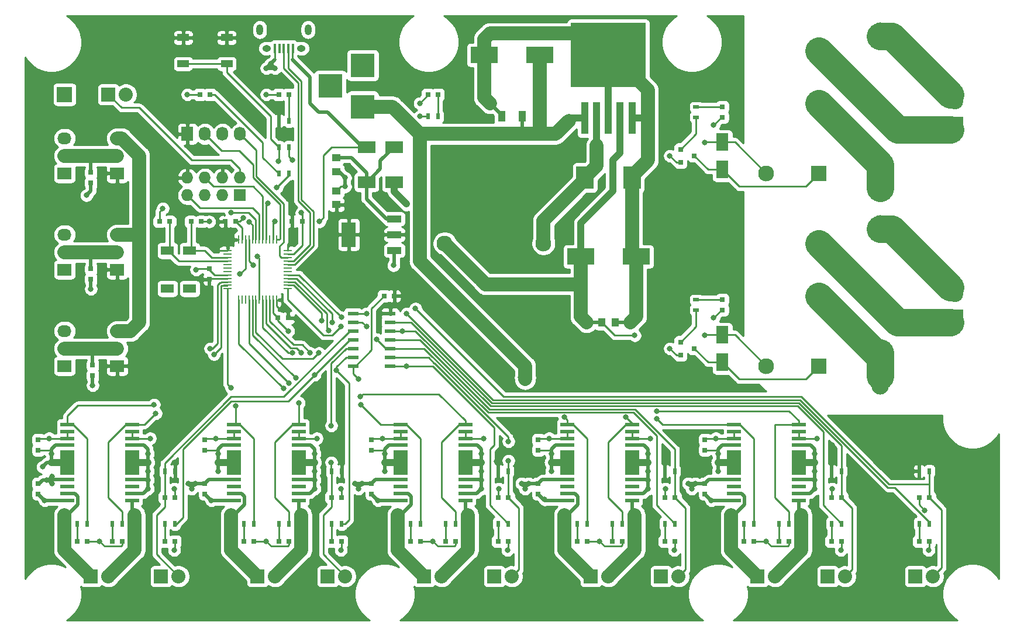
<source format=gbr>
%TF.GenerationSoftware,KiCad,Pcbnew,5.1.6*%
%TF.CreationDate,2020-10-05T22:52:03-04:00*%
%TF.ProjectId,flowerpower,666c6f77-6572-4706-9f77-65722e6b6963,rev?*%
%TF.SameCoordinates,Original*%
%TF.FileFunction,Copper,L1,Top*%
%TF.FilePolarity,Positive*%
%FSLAX46Y46*%
G04 Gerber Fmt 4.6, Leading zero omitted, Abs format (unit mm)*
G04 Created by KiCad (PCBNEW 5.1.6) date 2020-10-05 22:52:03*
%MOMM*%
%LPD*%
G01*
G04 APERTURE LIST*
%TA.AperFunction,ComponentPad*%
%ADD10O,1.727200X1.727200*%
%TD*%
%TA.AperFunction,ComponentPad*%
%ADD11R,1.727200X1.727200*%
%TD*%
%TA.AperFunction,SMDPad,CuDef*%
%ADD12R,0.500000X0.900000*%
%TD*%
%TA.AperFunction,SMDPad,CuDef*%
%ADD13R,0.797560X0.797560*%
%TD*%
%TA.AperFunction,ComponentPad*%
%ADD14R,2.400000X2.400000*%
%TD*%
%TA.AperFunction,ComponentPad*%
%ADD15C,2.400000*%
%TD*%
%TA.AperFunction,SMDPad,CuDef*%
%ADD16R,1.900000X1.300000*%
%TD*%
%TA.AperFunction,ComponentPad*%
%ADD17O,1.727200X2.032000*%
%TD*%
%TA.AperFunction,ComponentPad*%
%ADD18R,1.727200X2.032000*%
%TD*%
%TA.AperFunction,SMDPad,CuDef*%
%ADD19R,0.800000X0.750000*%
%TD*%
%TA.AperFunction,SMDPad,CuDef*%
%ADD20R,0.750000X0.800000*%
%TD*%
%TA.AperFunction,SMDPad,CuDef*%
%ADD21R,1.250000X1.000000*%
%TD*%
%TA.AperFunction,SMDPad,CuDef*%
%ADD22R,1.000000X1.250000*%
%TD*%
%TA.AperFunction,SMDPad,CuDef*%
%ADD23R,2.032000X1.016000*%
%TD*%
%TA.AperFunction,SMDPad,CuDef*%
%ADD24R,2.032000X3.657600*%
%TD*%
%TA.AperFunction,SMDPad,CuDef*%
%ADD25R,2.000000X3.600000*%
%TD*%
%TA.AperFunction,SMDPad,CuDef*%
%ADD26R,2.000000X0.600000*%
%TD*%
%TA.AperFunction,SMDPad,CuDef*%
%ADD27R,0.250000X1.300000*%
%TD*%
%TA.AperFunction,SMDPad,CuDef*%
%ADD28R,1.300000X0.250000*%
%TD*%
%TA.AperFunction,SMDPad,CuDef*%
%ADD29R,1.500000X0.600000*%
%TD*%
%TA.AperFunction,SMDPad,CuDef*%
%ADD30R,1.100000X4.600000*%
%TD*%
%TA.AperFunction,SMDPad,CuDef*%
%ADD31R,10.800000X9.400000*%
%TD*%
%TA.AperFunction,ComponentPad*%
%ADD32R,2.235200X2.235200*%
%TD*%
%TA.AperFunction,SMDPad,CuDef*%
%ADD33R,1.700000X1.000000*%
%TD*%
%TA.AperFunction,SMDPad,CuDef*%
%ADD34R,0.900000X0.500000*%
%TD*%
%TA.AperFunction,SMDPad,CuDef*%
%ADD35R,0.800100X0.800100*%
%TD*%
%TA.AperFunction,ComponentPad*%
%ADD36C,2.300000*%
%TD*%
%TA.AperFunction,ComponentPad*%
%ADD37R,2.300000X2.300000*%
%TD*%
%TA.AperFunction,ComponentPad*%
%ADD38O,2.032000X2.032000*%
%TD*%
%TA.AperFunction,ComponentPad*%
%ADD39R,2.032000X2.032000*%
%TD*%
%TA.AperFunction,ComponentPad*%
%ADD40O,2.032000X1.727200*%
%TD*%
%TA.AperFunction,ComponentPad*%
%ADD41R,2.032000X1.727200*%
%TD*%
%TA.AperFunction,ComponentPad*%
%ADD42O,1.000000X1.550000*%
%TD*%
%TA.AperFunction,ComponentPad*%
%ADD43O,1.250000X0.950000*%
%TD*%
%TA.AperFunction,SMDPad,CuDef*%
%ADD44R,0.400000X1.350000*%
%TD*%
%TA.AperFunction,ComponentPad*%
%ADD45R,3.500120X3.500120*%
%TD*%
%TA.AperFunction,ComponentPad*%
%ADD46O,2.499360X4.000500*%
%TD*%
%TA.AperFunction,SMDPad,CuDef*%
%ADD47R,1.800860X2.499360*%
%TD*%
%TA.AperFunction,SMDPad,CuDef*%
%ADD48R,2.499360X1.800860*%
%TD*%
%TA.AperFunction,SMDPad,CuDef*%
%ADD49R,2.499360X3.299460*%
%TD*%
%TA.AperFunction,SMDPad,CuDef*%
%ADD50R,1.000000X1.600000*%
%TD*%
%TA.AperFunction,SMDPad,CuDef*%
%ADD51R,4.000500X2.400300*%
%TD*%
%TA.AperFunction,ViaPad*%
%ADD52C,0.800000*%
%TD*%
%TA.AperFunction,Conductor*%
%ADD53C,0.250000*%
%TD*%
%TA.AperFunction,Conductor*%
%ADD54C,2.000000*%
%TD*%
%TA.AperFunction,Conductor*%
%ADD55C,0.500000*%
%TD*%
%TA.AperFunction,Conductor*%
%ADD56C,1.000000*%
%TD*%
%TA.AperFunction,Conductor*%
%ADD57C,4.000000*%
%TD*%
%TA.AperFunction,Conductor*%
%ADD58C,0.254000*%
%TD*%
G04 APERTURE END LIST*
D10*
%TO.P,J3,8*%
%TO.N,+3V3*%
X106680000Y-74295000D03*
%TO.P,J3,7*%
%TO.N,/ESP_RX*%
X106680000Y-76835000D03*
%TO.P,J3,6*%
%TO.N,/ESP_RESET*%
X109220000Y-74295000D03*
%TO.P,J3,5*%
%TO.N,Net-(J3-Pad5)*%
X109220000Y-76835000D03*
%TO.P,J3,4*%
%TO.N,+3V3*%
X111760000Y-74295000D03*
%TO.P,J3,3*%
%TO.N,Net-(J3-Pad3)*%
X111760000Y-76835000D03*
%TO.P,J3,2*%
%TO.N,/ESP_TX*%
X114300000Y-74295000D03*
D11*
%TO.P,J3,1*%
%TO.N,GND*%
X114300000Y-76835000D03*
%TD*%
D12*
%TO.P,R28,2*%
%TO.N,Net-(D26-Pad2)*%
X119900000Y-73660000D03*
%TO.P,R28,1*%
%TO.N,/HEARTBEAT*%
X121400000Y-73660000D03*
%TD*%
D13*
%TO.P,D26,1*%
%TO.N,GND*%
X108470700Y-62230000D03*
%TO.P,D26,2*%
%TO.N,Net-(D26-Pad2)*%
X109969300Y-62230000D03*
%TD*%
D14*
%TO.P,J16,1*%
%TO.N,Net-(J16-Pad1)*%
X217805000Y-94615000D03*
D15*
%TO.P,J16,2*%
%TO.N,Net-(F2-Pad1)*%
X217805000Y-91115000D03*
%TD*%
D14*
%TO.P,J15,1*%
%TO.N,Net-(J15-Pad1)*%
X217805000Y-66675000D03*
D15*
%TO.P,J15,2*%
%TO.N,Net-(F1-Pad1)*%
X217805000Y-63175000D03*
%TD*%
D16*
%TO.P,Y1,2*%
%TO.N,/OSC32_IN*%
X107010000Y-84880000D03*
%TO.P,Y1,4*%
%TO.N,N/C*%
X107010000Y-90380000D03*
%TO.P,Y1,3*%
X103810000Y-90380000D03*
%TO.P,Y1,1*%
%TO.N,/OSC32_OUT*%
X103810000Y-84880000D03*
%TD*%
D17*
%TO.P,J6,4*%
%TO.N,/SWDIO*%
X114300000Y-67945000D03*
%TO.P,J6,3*%
%TO.N,GND*%
X111760000Y-67945000D03*
%TO.P,J6,2*%
%TO.N,/SWCLK*%
X109220000Y-67945000D03*
D18*
%TO.P,J6,1*%
%TO.N,+3V3*%
X106680000Y-67945000D03*
%TD*%
D19*
%TO.P,C32,2*%
%TO.N,GND*%
X123305000Y-80645000D03*
%TO.P,C32,1*%
%TO.N,+3V3*%
X121805000Y-80645000D03*
%TD*%
D20*
%TO.P,C31,2*%
%TO.N,GND*%
X109855000Y-87515000D03*
%TO.P,C31,1*%
%TO.N,+3V3*%
X109855000Y-89015000D03*
%TD*%
D21*
%TO.P,C5,2*%
%TO.N,GND*%
X128270000Y-76200000D03*
%TO.P,C5,1*%
%TO.N,+3V3*%
X128270000Y-78200000D03*
%TD*%
D22*
%TO.P,C3,2*%
%TO.N,GND*%
X168640000Y-95250000D03*
%TO.P,C3,1*%
%TO.N,+5V*%
X166640000Y-95250000D03*
%TD*%
D21*
%TO.P,C4,2*%
%TO.N,GND*%
X128270000Y-73390000D03*
%TO.P,C4,1*%
%TO.N,Net-(C4-Pad1)*%
X128270000Y-71390000D03*
%TD*%
D20*
%TO.P,C19,2*%
%TO.N,GND*%
X109220000Y-120130000D03*
%TO.P,C19,1*%
%TO.N,VDC*%
X109220000Y-118630000D03*
%TD*%
%TO.P,C21,2*%
%TO.N,GND*%
X133350000Y-113780000D03*
%TO.P,C21,1*%
%TO.N,Net-(C21-Pad1)*%
X133350000Y-112280000D03*
%TD*%
D23*
%TO.P,U2,1*%
%TO.N,GND*%
X136652000Y-84836000D03*
%TO.P,U2,3*%
%TO.N,Net-(C4-Pad1)*%
X136652000Y-80264000D03*
%TO.P,U2,2*%
%TO.N,+3V3*%
X136652000Y-82550000D03*
D24*
X130048000Y-82550000D03*
%TD*%
D25*
%TO.P,U9,FIN*%
%TO.N,GND*%
X195200000Y-115570000D03*
X185800000Y-115570000D03*
D26*
%TO.P,U9,9*%
%TO.N,Net-(J24-Pad2)*%
X195200000Y-121070000D03*
%TO.P,U9,11*%
%TO.N,Net-(U9-Pad11)*%
X195200000Y-119070000D03*
%TO.P,U9,12*%
%TO.N,GND*%
X195200000Y-118070000D03*
%TO.P,U9,10*%
X195200000Y-120070000D03*
%TO.P,U9,1*%
%TO.N,/P5A*%
X185800000Y-110070000D03*
%TO.P,U9,2*%
%TO.N,Net-(C27-Pad1)*%
X185800000Y-111070000D03*
%TO.P,U9,3*%
X185800000Y-112070000D03*
%TO.P,U9,4*%
%TO.N,GND*%
X185800000Y-113070000D03*
%TO.P,U9,5*%
%TO.N,VDC*%
X185800000Y-118070000D03*
%TO.P,U9,6*%
%TO.N,N/C*%
X185800000Y-119070000D03*
%TO.P,U9,7*%
%TO.N,Net-(J24-Pad1)*%
X185800000Y-120070000D03*
%TO.P,U9,8*%
%TO.N,GND*%
X185800000Y-121070000D03*
%TO.P,U9,13*%
X195200000Y-113070000D03*
%TO.P,U9,14*%
%TO.N,Net-(C27-Pad1)*%
X195200000Y-112070000D03*
%TO.P,U9,15*%
X195200000Y-111070000D03*
%TO.P,U9,16*%
%TO.N,/P5B*%
X195200000Y-110070000D03*
%TD*%
D25*
%TO.P,U8,FIN*%
%TO.N,GND*%
X171070000Y-115570000D03*
X161670000Y-115570000D03*
D26*
%TO.P,U8,9*%
%TO.N,Net-(J22-Pad2)*%
X171070000Y-121070000D03*
%TO.P,U8,11*%
%TO.N,Net-(U8-Pad11)*%
X171070000Y-119070000D03*
%TO.P,U8,12*%
%TO.N,GND*%
X171070000Y-118070000D03*
%TO.P,U8,10*%
X171070000Y-120070000D03*
%TO.P,U8,1*%
%TO.N,/P4A*%
X161670000Y-110070000D03*
%TO.P,U8,2*%
%TO.N,Net-(C24-Pad1)*%
X161670000Y-111070000D03*
%TO.P,U8,3*%
X161670000Y-112070000D03*
%TO.P,U8,4*%
%TO.N,GND*%
X161670000Y-113070000D03*
%TO.P,U8,5*%
%TO.N,VDC*%
X161670000Y-118070000D03*
%TO.P,U8,6*%
%TO.N,N/C*%
X161670000Y-119070000D03*
%TO.P,U8,7*%
%TO.N,Net-(J22-Pad1)*%
X161670000Y-120070000D03*
%TO.P,U8,8*%
%TO.N,GND*%
X161670000Y-121070000D03*
%TO.P,U8,13*%
X171070000Y-113070000D03*
%TO.P,U8,14*%
%TO.N,Net-(C24-Pad1)*%
X171070000Y-112070000D03*
%TO.P,U8,15*%
X171070000Y-111070000D03*
%TO.P,U8,16*%
%TO.N,/P4B*%
X171070000Y-110070000D03*
%TD*%
D25*
%TO.P,U7,FIN*%
%TO.N,GND*%
X146940000Y-115570000D03*
X137540000Y-115570000D03*
D26*
%TO.P,U7,9*%
%TO.N,Net-(J20-Pad2)*%
X146940000Y-121070000D03*
%TO.P,U7,11*%
%TO.N,Net-(U7-Pad11)*%
X146940000Y-119070000D03*
%TO.P,U7,12*%
%TO.N,GND*%
X146940000Y-118070000D03*
%TO.P,U7,10*%
X146940000Y-120070000D03*
%TO.P,U7,1*%
%TO.N,/P3A*%
X137540000Y-110070000D03*
%TO.P,U7,2*%
%TO.N,Net-(C21-Pad1)*%
X137540000Y-111070000D03*
%TO.P,U7,3*%
X137540000Y-112070000D03*
%TO.P,U7,4*%
%TO.N,GND*%
X137540000Y-113070000D03*
%TO.P,U7,5*%
%TO.N,VDC*%
X137540000Y-118070000D03*
%TO.P,U7,6*%
%TO.N,N/C*%
X137540000Y-119070000D03*
%TO.P,U7,7*%
%TO.N,Net-(J20-Pad1)*%
X137540000Y-120070000D03*
%TO.P,U7,8*%
%TO.N,GND*%
X137540000Y-121070000D03*
%TO.P,U7,13*%
X146940000Y-113070000D03*
%TO.P,U7,14*%
%TO.N,Net-(C21-Pad1)*%
X146940000Y-112070000D03*
%TO.P,U7,15*%
X146940000Y-111070000D03*
%TO.P,U7,16*%
%TO.N,/P3B*%
X146940000Y-110070000D03*
%TD*%
D25*
%TO.P,U6,FIN*%
%TO.N,GND*%
X122810000Y-115570000D03*
X113410000Y-115570000D03*
D26*
%TO.P,U6,9*%
%TO.N,Net-(J18-Pad2)*%
X122810000Y-121070000D03*
%TO.P,U6,11*%
%TO.N,Net-(U6-Pad11)*%
X122810000Y-119070000D03*
%TO.P,U6,12*%
%TO.N,GND*%
X122810000Y-118070000D03*
%TO.P,U6,10*%
X122810000Y-120070000D03*
%TO.P,U6,1*%
%TO.N,/P2A*%
X113410000Y-110070000D03*
%TO.P,U6,2*%
%TO.N,Net-(C18-Pad1)*%
X113410000Y-111070000D03*
%TO.P,U6,3*%
X113410000Y-112070000D03*
%TO.P,U6,4*%
%TO.N,GND*%
X113410000Y-113070000D03*
%TO.P,U6,5*%
%TO.N,VDC*%
X113410000Y-118070000D03*
%TO.P,U6,6*%
%TO.N,N/C*%
X113410000Y-119070000D03*
%TO.P,U6,7*%
%TO.N,Net-(J18-Pad1)*%
X113410000Y-120070000D03*
%TO.P,U6,8*%
%TO.N,GND*%
X113410000Y-121070000D03*
%TO.P,U6,13*%
X122810000Y-113070000D03*
%TO.P,U6,14*%
%TO.N,Net-(C18-Pad1)*%
X122810000Y-112070000D03*
%TO.P,U6,15*%
X122810000Y-111070000D03*
%TO.P,U6,16*%
%TO.N,/P2B*%
X122810000Y-110070000D03*
%TD*%
D25*
%TO.P,U5,FIN*%
%TO.N,GND*%
X98680000Y-115570000D03*
X89280000Y-115570000D03*
D26*
%TO.P,U5,9*%
%TO.N,Net-(J8-Pad2)*%
X98680000Y-121070000D03*
%TO.P,U5,11*%
%TO.N,Net-(U5-Pad11)*%
X98680000Y-119070000D03*
%TO.P,U5,12*%
%TO.N,GND*%
X98680000Y-118070000D03*
%TO.P,U5,10*%
X98680000Y-120070000D03*
%TO.P,U5,1*%
%TO.N,/P1A*%
X89280000Y-110070000D03*
%TO.P,U5,2*%
%TO.N,Net-(C12-Pad1)*%
X89280000Y-111070000D03*
%TO.P,U5,3*%
X89280000Y-112070000D03*
%TO.P,U5,4*%
%TO.N,GND*%
X89280000Y-113070000D03*
%TO.P,U5,5*%
%TO.N,VDC*%
X89280000Y-118070000D03*
%TO.P,U5,6*%
%TO.N,N/C*%
X89280000Y-119070000D03*
%TO.P,U5,7*%
%TO.N,Net-(J8-Pad1)*%
X89280000Y-120070000D03*
%TO.P,U5,8*%
%TO.N,GND*%
X89280000Y-121070000D03*
%TO.P,U5,13*%
X98680000Y-113070000D03*
%TO.P,U5,14*%
%TO.N,Net-(C12-Pad1)*%
X98680000Y-112070000D03*
%TO.P,U5,15*%
X98680000Y-111070000D03*
%TO.P,U5,16*%
%TO.N,/P1B*%
X98680000Y-110070000D03*
%TD*%
D27*
%TO.P,U4,48*%
%TO.N,+3V3*%
X114090000Y-83280000D03*
%TO.P,U4,47*%
%TO.N,GND*%
X114590000Y-83280000D03*
%TO.P,U4,46*%
%TO.N,/GPIO3*%
X115090000Y-83280000D03*
%TO.P,U4,45*%
%TO.N,/GPIO2*%
X115590000Y-83280000D03*
%TO.P,U4,44*%
%TO.N,/BUTTON*%
X116090000Y-83280000D03*
%TO.P,U4,43*%
%TO.N,/ESP_TX*%
X116590000Y-83280000D03*
%TO.P,U4,42*%
%TO.N,/ESP_RX*%
X117090000Y-83280000D03*
%TO.P,U4,41*%
%TO.N,/ESP_RESET*%
X117590000Y-83280000D03*
%TO.P,U4,40*%
%TO.N,/HEARTBEAT*%
X118090000Y-83280000D03*
%TO.P,U4,39*%
%TO.N,Net-(U4-Pad39)*%
X118590000Y-83280000D03*
%TO.P,U4,38*%
%TO.N,/VBUS_SENSE*%
X119090000Y-83280000D03*
%TO.P,U4,37*%
%TO.N,/SWCLK*%
X119590000Y-83280000D03*
D28*
%TO.P,U4,36*%
%TO.N,+3V3*%
X121190000Y-84880000D03*
%TO.P,U4,35*%
%TO.N,GND*%
X121190000Y-85380000D03*
%TO.P,U4,34*%
%TO.N,/SWDIO*%
X121190000Y-85880000D03*
%TO.P,U4,33*%
%TO.N,/USB_DP*%
X121190000Y-86380000D03*
%TO.P,U4,32*%
%TO.N,/USB_DM*%
X121190000Y-86880000D03*
%TO.P,U4,31*%
%TO.N,Net-(U4-Pad31)*%
X121190000Y-87380000D03*
%TO.P,U4,30*%
%TO.N,Net-(U4-Pad30)*%
X121190000Y-87880000D03*
%TO.P,U4,29*%
%TO.N,/P5W*%
X121190000Y-88380000D03*
%TO.P,U4,28*%
%TO.N,/P5B*%
X121190000Y-88880000D03*
%TO.P,U4,27*%
%TO.N,/P5A*%
X121190000Y-89380000D03*
%TO.P,U4,26*%
%TO.N,/P4B*%
X121190000Y-89880000D03*
%TO.P,U4,25*%
%TO.N,/P4W*%
X121190000Y-90380000D03*
D27*
%TO.P,U4,24*%
%TO.N,+3V3*%
X119590000Y-91980000D03*
%TO.P,U4,23*%
%TO.N,GND*%
X119090000Y-91980000D03*
%TO.P,U4,22*%
%TO.N,/P3W*%
X118590000Y-91980000D03*
%TO.P,U4,21*%
%TO.N,/P2W*%
X118090000Y-91980000D03*
%TO.P,U4,20*%
%TO.N,/P1W*%
X117590000Y-91980000D03*
%TO.P,U4,19*%
%TO.N,/GPIO1*%
X117090000Y-91980000D03*
%TO.P,U4,18*%
%TO.N,/P4A*%
X116590000Y-91980000D03*
%TO.P,U4,17*%
%TO.N,/P3B*%
X116090000Y-91980000D03*
%TO.P,U4,16*%
%TO.N,/P3A*%
X115590000Y-91980000D03*
%TO.P,U4,15*%
%TO.N,Net-(U4-Pad15)*%
X115090000Y-91980000D03*
%TO.P,U4,14*%
%TO.N,Net-(U4-Pad14)*%
X114590000Y-91980000D03*
%TO.P,U4,13*%
%TO.N,/P2B*%
X114090000Y-91980000D03*
D28*
%TO.P,U4,12*%
%TO.N,/P2A*%
X112490000Y-90380000D03*
%TO.P,U4,11*%
%TO.N,/P1B*%
X112490000Y-89880000D03*
%TO.P,U4,10*%
%TO.N,/P1A*%
X112490000Y-89380000D03*
%TO.P,U4,9*%
%TO.N,+3V3*%
X112490000Y-88880000D03*
%TO.P,U4,8*%
%TO.N,GND*%
X112490000Y-88380000D03*
%TO.P,U4,7*%
%TO.N,Net-(U4-Pad7)*%
X112490000Y-87880000D03*
%TO.P,U4,6*%
%TO.N,Net-(U4-Pad6)*%
X112490000Y-87380000D03*
%TO.P,U4,5*%
%TO.N,Net-(U4-Pad5)*%
X112490000Y-86880000D03*
%TO.P,U4,4*%
%TO.N,/OSC32_OUT*%
X112490000Y-86380000D03*
%TO.P,U4,3*%
%TO.N,/OSC32_IN*%
X112490000Y-85880000D03*
%TO.P,U4,2*%
%TO.N,Net-(U4-Pad2)*%
X112490000Y-85380000D03*
%TO.P,U4,1*%
%TO.N,+3V3*%
X112490000Y-84880000D03*
%TD*%
D29*
%TO.P,U3,14*%
%TO.N,+3V3*%
X136050000Y-93980000D03*
%TO.P,U3,13*%
%TO.N,/Pot 5/INV_IN*%
X136050000Y-95250000D03*
%TO.P,U3,12*%
%TO.N,/P5W*%
X136050000Y-96520000D03*
%TO.P,U3,11*%
%TO.N,/Pot 4/INV_IN*%
X136050000Y-97790000D03*
%TO.P,U3,10*%
%TO.N,/P4W*%
X136050000Y-99060000D03*
%TO.P,U3,9*%
%TO.N,/Pot 3/INV_IN*%
X136050000Y-100330000D03*
%TO.P,U3,8*%
%TO.N,/P3W*%
X136050000Y-101600000D03*
%TO.P,U3,7*%
%TO.N,GND*%
X130650000Y-101600000D03*
%TO.P,U3,6*%
%TO.N,/P2W*%
X130650000Y-100330000D03*
%TO.P,U3,5*%
%TO.N,/Pot 2/INV_IN*%
X130650000Y-99060000D03*
%TO.P,U3,4*%
%TO.N,/P1W*%
X130650000Y-97790000D03*
%TO.P,U3,3*%
%TO.N,/Pot 1/INV_IN*%
X130650000Y-96520000D03*
%TO.P,U3,2*%
%TO.N,/WATER_ESTOP*%
X130650000Y-95250000D03*
%TO.P,U3,1*%
%TO.N,Net-(C6-Pad1)*%
X130650000Y-93980000D03*
%TD*%
D30*
%TO.P,U1,5*%
%TO.N,GND*%
X171040000Y-65665000D03*
%TO.P,U1,4*%
%TO.N,+5V*%
X169340000Y-65665000D03*
%TO.P,U1,2*%
%TO.N,Net-(D1-Pad1)*%
X165940000Y-65665000D03*
D31*
%TO.P,U1,3*%
%TO.N,GND*%
X167640000Y-56515000D03*
D30*
X167640000Y-65665000D03*
%TO.P,U1,1*%
%TO.N,VDC*%
X164240000Y-65665000D03*
%TD*%
D32*
%TO.P,TP1,1*%
%TO.N,GND*%
X88900000Y-62230000D03*
%TD*%
D33*
%TO.P,SW1,2*%
%TO.N,/BUTTON*%
X112370000Y-57780000D03*
X106070000Y-57780000D03*
%TO.P,SW1,1*%
%TO.N,+3V3*%
X112370000Y-53980000D03*
X106070000Y-53980000D03*
%TD*%
D12*
%TO.P,R27,2*%
%TO.N,/P5B*%
X193790000Y-124460000D03*
%TO.P,R27,1*%
%TO.N,Net-(D25-Pad2)*%
X192290000Y-124460000D03*
%TD*%
%TO.P,R26,2*%
%TO.N,/P5A*%
X188710000Y-124460000D03*
%TO.P,R26,1*%
%TO.N,Net-(D24-Pad2)*%
X187210000Y-124460000D03*
%TD*%
%TO.P,R25,2*%
%TO.N,/P5W*%
X201410000Y-124460000D03*
%TO.P,R25,1*%
%TO.N,Net-(D23-Pad2)*%
X199910000Y-124460000D03*
%TD*%
%TO.P,R24,2*%
%TO.N,/Pot 5/INV_IN*%
X201410000Y-116840000D03*
%TO.P,R24,1*%
%TO.N,+3V3*%
X199910000Y-116840000D03*
%TD*%
%TO.P,R23,2*%
%TO.N,/P4B*%
X169660000Y-124460000D03*
%TO.P,R23,1*%
%TO.N,Net-(D22-Pad2)*%
X168160000Y-124460000D03*
%TD*%
%TO.P,R22,2*%
%TO.N,/P4A*%
X164580000Y-124460000D03*
%TO.P,R22,1*%
%TO.N,Net-(D21-Pad2)*%
X163080000Y-124460000D03*
%TD*%
%TO.P,R21,2*%
%TO.N,/P4W*%
X177280000Y-124460000D03*
%TO.P,R21,1*%
%TO.N,Net-(D20-Pad2)*%
X175780000Y-124460000D03*
%TD*%
%TO.P,R20,2*%
%TO.N,/Pot 4/INV_IN*%
X177280000Y-116840000D03*
%TO.P,R20,1*%
%TO.N,+3V3*%
X175780000Y-116840000D03*
%TD*%
%TO.P,R19,2*%
%TO.N,/P3B*%
X145530000Y-124460000D03*
%TO.P,R19,1*%
%TO.N,Net-(D19-Pad2)*%
X144030000Y-124460000D03*
%TD*%
%TO.P,R18,2*%
%TO.N,/P3A*%
X140450000Y-124460000D03*
%TO.P,R18,1*%
%TO.N,Net-(D18-Pad2)*%
X138950000Y-124460000D03*
%TD*%
%TO.P,R17,2*%
%TO.N,/P3W*%
X153150000Y-124460000D03*
%TO.P,R17,1*%
%TO.N,Net-(D17-Pad2)*%
X151650000Y-124460000D03*
%TD*%
%TO.P,R16,2*%
%TO.N,/Pot 3/INV_IN*%
X153150000Y-116840000D03*
%TO.P,R16,1*%
%TO.N,+3V3*%
X151650000Y-116840000D03*
%TD*%
%TO.P,R15,2*%
%TO.N,/P2B*%
X121400000Y-124460000D03*
%TO.P,R15,1*%
%TO.N,Net-(D16-Pad2)*%
X119900000Y-124460000D03*
%TD*%
%TO.P,R14,2*%
%TO.N,/P2A*%
X116320000Y-124460000D03*
%TO.P,R14,1*%
%TO.N,Net-(D15-Pad2)*%
X114820000Y-124460000D03*
%TD*%
%TO.P,R13,2*%
%TO.N,/P2W*%
X129020000Y-124460000D03*
%TO.P,R13,1*%
%TO.N,Net-(D14-Pad2)*%
X127520000Y-124460000D03*
%TD*%
%TO.P,R12,2*%
%TO.N,/Pot 2/INV_IN*%
X127520000Y-116840000D03*
%TO.P,R12,1*%
%TO.N,+3V3*%
X129020000Y-116840000D03*
%TD*%
D34*
%TO.P,R11,2*%
%TO.N,Net-(D13-Pad2)*%
X180340000Y-91960000D03*
%TO.P,R11,1*%
%TO.N,/RELAY2*%
X180340000Y-93460000D03*
%TD*%
%TO.P,R10,2*%
%TO.N,Net-(D11-Pad2)*%
X180340000Y-64020000D03*
%TO.P,R10,1*%
%TO.N,/RELAY1*%
X180340000Y-65520000D03*
%TD*%
D12*
%TO.P,R9,2*%
%TO.N,/P1B*%
X97270000Y-124460000D03*
%TO.P,R9,1*%
%TO.N,Net-(D9-Pad2)*%
X95770000Y-124460000D03*
%TD*%
%TO.P,R8,2*%
%TO.N,/P1A*%
X92190000Y-124460000D03*
%TO.P,R8,1*%
%TO.N,Net-(D8-Pad2)*%
X90690000Y-124460000D03*
%TD*%
%TO.P,R7,2*%
%TO.N,/P1W*%
X104890000Y-124460000D03*
%TO.P,R7,1*%
%TO.N,Net-(D7-Pad2)*%
X103390000Y-124460000D03*
%TD*%
%TO.P,R6,2*%
%TO.N,/Pot 1/INV_IN*%
X103390000Y-116840000D03*
%TO.P,R6,1*%
%TO.N,+3V3*%
X104890000Y-116840000D03*
%TD*%
%TO.P,R5,2*%
%TO.N,GND*%
X121400000Y-69850000D03*
%TO.P,R5,1*%
%TO.N,/BUTTON*%
X119900000Y-69850000D03*
%TD*%
%TO.P,R4,2*%
%TO.N,/WATER_ESTOP*%
X214110000Y-124460000D03*
%TO.P,R4,1*%
%TO.N,Net-(D6-Pad2)*%
X212610000Y-124460000D03*
%TD*%
%TO.P,R3,2*%
%TO.N,Net-(C6-Pad1)*%
X214110000Y-116840000D03*
%TO.P,R3,1*%
%TO.N,+3V3*%
X212610000Y-116840000D03*
%TD*%
%TO.P,R2,2*%
%TO.N,Net-(D3-Pad2)*%
X121400000Y-66040000D03*
%TO.P,R2,1*%
%TO.N,+3V3*%
X119900000Y-66040000D03*
%TD*%
%TO.P,R1,2*%
%TO.N,Net-(D2-Pad2)*%
X142990000Y-65405000D03*
%TO.P,R1,1*%
%TO.N,+5V*%
X141490000Y-65405000D03*
%TD*%
D35*
%TO.P,Q2,3*%
%TO.N,Net-(D12-Pad2)*%
X180068220Y-99060000D03*
%TO.P,Q2,2*%
%TO.N,GND*%
X178069240Y-100010000D03*
%TO.P,Q2,1*%
%TO.N,/RELAY2*%
X178069240Y-98110000D03*
%TD*%
%TO.P,Q1,3*%
%TO.N,Net-(D10-Pad2)*%
X180068220Y-71120000D03*
%TO.P,Q1,2*%
%TO.N,GND*%
X178069240Y-72070000D03*
%TO.P,Q1,1*%
%TO.N,/RELAY1*%
X178069240Y-70170000D03*
%TD*%
D36*
%TO.P,L1,2*%
%TO.N,+5V*%
X143930000Y-83820000D03*
%TO.P,L1,1*%
%TO.N,Net-(D1-Pad1)*%
X158230000Y-83820000D03*
%TD*%
D37*
%TO.P,K2,1*%
%TO.N,Net-(D12-Pad2)*%
X198120000Y-101600000D03*
D36*
%TO.P,K2,2*%
%TO.N,Net-(F2-Pad2)*%
X198120000Y-91440000D03*
%TO.P,K2,3*%
%TO.N,Net-(J16-Pad1)*%
X198120000Y-83820000D03*
%TO.P,K2,5*%
%TO.N,+5V*%
X190500000Y-101600000D03*
%TD*%
D37*
%TO.P,K1,1*%
%TO.N,Net-(D10-Pad2)*%
X198120000Y-73660000D03*
D36*
%TO.P,K1,2*%
%TO.N,Net-(F1-Pad2)*%
X198120000Y-63500000D03*
%TO.P,K1,3*%
%TO.N,Net-(J15-Pad1)*%
X198120000Y-55880000D03*
%TO.P,K1,5*%
%TO.N,+5V*%
X190500000Y-73660000D03*
%TD*%
D38*
%TO.P,J24,2*%
%TO.N,Net-(J24-Pad2)*%
X191770000Y-132080000D03*
D39*
%TO.P,J24,1*%
%TO.N,Net-(J24-Pad1)*%
X189230000Y-132080000D03*
%TD*%
D38*
%TO.P,J23,2*%
%TO.N,/Pot 5/INV_IN*%
X201930000Y-132080000D03*
D39*
%TO.P,J23,1*%
%TO.N,GND*%
X199390000Y-132080000D03*
%TD*%
D38*
%TO.P,J22,2*%
%TO.N,Net-(J22-Pad2)*%
X167640000Y-132080000D03*
D39*
%TO.P,J22,1*%
%TO.N,Net-(J22-Pad1)*%
X165100000Y-132080000D03*
%TD*%
D38*
%TO.P,J21,2*%
%TO.N,/Pot 4/INV_IN*%
X177800000Y-132080000D03*
D39*
%TO.P,J21,1*%
%TO.N,GND*%
X175260000Y-132080000D03*
%TD*%
D38*
%TO.P,J20,2*%
%TO.N,Net-(J20-Pad2)*%
X143510000Y-132080000D03*
D39*
%TO.P,J20,1*%
%TO.N,Net-(J20-Pad1)*%
X140970000Y-132080000D03*
%TD*%
D38*
%TO.P,J19,2*%
%TO.N,/Pot 3/INV_IN*%
X153670000Y-132080000D03*
D39*
%TO.P,J19,1*%
%TO.N,GND*%
X151130000Y-132080000D03*
%TD*%
D38*
%TO.P,J18,2*%
%TO.N,Net-(J18-Pad2)*%
X119380000Y-132080000D03*
D39*
%TO.P,J18,1*%
%TO.N,Net-(J18-Pad1)*%
X116840000Y-132080000D03*
%TD*%
D38*
%TO.P,J17,2*%
%TO.N,/Pot 2/INV_IN*%
X129540000Y-132080000D03*
D39*
%TO.P,J17,1*%
%TO.N,GND*%
X127000000Y-132080000D03*
%TD*%
D40*
%TO.P,J14,3*%
%TO.N,/GPIO3*%
X88900000Y-96520000D03*
%TO.P,J14,2*%
%TO.N,Net-(C16-Pad1)*%
X88900000Y-99060000D03*
D41*
%TO.P,J14,1*%
%TO.N,GND*%
X88900000Y-101600000D03*
%TD*%
D40*
%TO.P,J13,3*%
%TO.N,+5V*%
X96520000Y-96520000D03*
%TO.P,J13,2*%
%TO.N,Net-(C16-Pad1)*%
X96520000Y-99060000D03*
D41*
%TO.P,J13,1*%
%TO.N,+3V3*%
X96520000Y-101600000D03*
%TD*%
D40*
%TO.P,J12,3*%
%TO.N,/GPIO2*%
X88900000Y-82550000D03*
%TO.P,J12,2*%
%TO.N,Net-(C15-Pad1)*%
X88900000Y-85090000D03*
D41*
%TO.P,J12,1*%
%TO.N,GND*%
X88900000Y-87630000D03*
%TD*%
D40*
%TO.P,J11,3*%
%TO.N,+5V*%
X96520000Y-82550000D03*
%TO.P,J11,2*%
%TO.N,Net-(C15-Pad1)*%
X96520000Y-85090000D03*
D41*
%TO.P,J11,1*%
%TO.N,+3V3*%
X96520000Y-87630000D03*
%TD*%
D40*
%TO.P,J10,3*%
%TO.N,/GPIO1*%
X88900000Y-68580000D03*
%TO.P,J10,2*%
%TO.N,Net-(C14-Pad1)*%
X88900000Y-71120000D03*
D41*
%TO.P,J10,1*%
%TO.N,GND*%
X88900000Y-73660000D03*
%TD*%
D40*
%TO.P,J9,3*%
%TO.N,+5V*%
X96520000Y-68580000D03*
%TO.P,J9,2*%
%TO.N,Net-(C14-Pad1)*%
X96520000Y-71120000D03*
D41*
%TO.P,J9,1*%
%TO.N,+3V3*%
X96520000Y-73660000D03*
%TD*%
D38*
%TO.P,J8,2*%
%TO.N,Net-(J8-Pad2)*%
X95250000Y-132080000D03*
D39*
%TO.P,J8,1*%
%TO.N,Net-(J8-Pad1)*%
X92710000Y-132080000D03*
%TD*%
D38*
%TO.P,J7,2*%
%TO.N,/Pot 1/INV_IN*%
X105410000Y-132080000D03*
D39*
%TO.P,J7,1*%
%TO.N,GND*%
X102870000Y-132080000D03*
%TD*%
D38*
%TO.P,J5,2*%
%TO.N,Net-(C6-Pad1)*%
X214630000Y-132080000D03*
D39*
%TO.P,J5,1*%
%TO.N,GND*%
X212090000Y-132080000D03*
%TD*%
D42*
%TO.P,J4,6*%
%TO.N,Net-(J4-Pad6)*%
X117150900Y-52837540D03*
X124150900Y-52837540D03*
D43*
X118150900Y-55537540D03*
X123150900Y-55537540D03*
D44*
%TO.P,J4,5*%
%TO.N,GND*%
X119350900Y-55537540D03*
%TO.P,J4,4*%
%TO.N,Net-(J4-Pad4)*%
X120000900Y-55537540D03*
%TO.P,J4,3*%
%TO.N,/USB_DP*%
X120650900Y-55537540D03*
%TO.P,J4,2*%
%TO.N,/USB_DM*%
X121300900Y-55537540D03*
%TO.P,J4,1*%
%TO.N,/VBUS_SENSE*%
X121950900Y-55537540D03*
%TD*%
D38*
%TO.P,J2,2*%
%TO.N,/ESP_RX*%
X97790000Y-62230000D03*
D39*
%TO.P,J2,1*%
%TO.N,/ESP_TX*%
X95250000Y-62230000D03*
%TD*%
D45*
%TO.P,J1,1*%
%TO.N,VDC*%
X132080000Y-63985140D03*
%TO.P,J1,2*%
%TO.N,GND*%
X132080000Y-57985660D03*
%TO.P,J1,3*%
X127381000Y-60985400D03*
%TD*%
D46*
%TO.P,F2,1*%
%TO.N,Net-(F2-Pad1)*%
X207010000Y-81709260D03*
%TO.P,F2,2*%
%TO.N,Net-(F2-Pad2)*%
X207010000Y-103710740D03*
%TD*%
%TO.P,F1,1*%
%TO.N,Net-(F1-Pad1)*%
X207010000Y-53769260D03*
%TO.P,F1,2*%
%TO.N,Net-(F1-Pad2)*%
X207010000Y-75770740D03*
%TD*%
D13*
%TO.P,D25,1*%
%TO.N,GND*%
X193789300Y-127000000D03*
%TO.P,D25,2*%
%TO.N,Net-(D25-Pad2)*%
X192290700Y-127000000D03*
%TD*%
%TO.P,D24,1*%
%TO.N,GND*%
X188709300Y-127000000D03*
%TO.P,D24,2*%
%TO.N,Net-(D24-Pad2)*%
X187210700Y-127000000D03*
%TD*%
%TO.P,D23,1*%
%TO.N,GND*%
X201409300Y-127000000D03*
%TO.P,D23,2*%
%TO.N,Net-(D23-Pad2)*%
X199910700Y-127000000D03*
%TD*%
%TO.P,D22,1*%
%TO.N,GND*%
X169659300Y-127000000D03*
%TO.P,D22,2*%
%TO.N,Net-(D22-Pad2)*%
X168160700Y-127000000D03*
%TD*%
%TO.P,D21,1*%
%TO.N,GND*%
X164579300Y-127000000D03*
%TO.P,D21,2*%
%TO.N,Net-(D21-Pad2)*%
X163080700Y-127000000D03*
%TD*%
%TO.P,D20,1*%
%TO.N,GND*%
X177279300Y-127000000D03*
%TO.P,D20,2*%
%TO.N,Net-(D20-Pad2)*%
X175780700Y-127000000D03*
%TD*%
%TO.P,D19,1*%
%TO.N,GND*%
X145529300Y-127000000D03*
%TO.P,D19,2*%
%TO.N,Net-(D19-Pad2)*%
X144030700Y-127000000D03*
%TD*%
%TO.P,D18,1*%
%TO.N,GND*%
X140449300Y-127000000D03*
%TO.P,D18,2*%
%TO.N,Net-(D18-Pad2)*%
X138950700Y-127000000D03*
%TD*%
%TO.P,D17,1*%
%TO.N,GND*%
X153149300Y-127000000D03*
%TO.P,D17,2*%
%TO.N,Net-(D17-Pad2)*%
X151650700Y-127000000D03*
%TD*%
%TO.P,D16,1*%
%TO.N,GND*%
X121399300Y-127000000D03*
%TO.P,D16,2*%
%TO.N,Net-(D16-Pad2)*%
X119900700Y-127000000D03*
%TD*%
%TO.P,D15,1*%
%TO.N,GND*%
X116319300Y-127000000D03*
%TO.P,D15,2*%
%TO.N,Net-(D15-Pad2)*%
X114820700Y-127000000D03*
%TD*%
%TO.P,D14,1*%
%TO.N,GND*%
X129019300Y-127000000D03*
%TO.P,D14,2*%
%TO.N,Net-(D14-Pad2)*%
X127520700Y-127000000D03*
%TD*%
%TO.P,D13,1*%
%TO.N,GND*%
X184150000Y-93459300D03*
%TO.P,D13,2*%
%TO.N,Net-(D13-Pad2)*%
X184150000Y-91960700D03*
%TD*%
D47*
%TO.P,D12,2*%
%TO.N,Net-(D12-Pad2)*%
X184150000Y-101058980D03*
%TO.P,D12,1*%
%TO.N,+5V*%
X184150000Y-97061020D03*
%TD*%
D13*
%TO.P,D11,1*%
%TO.N,GND*%
X184150000Y-65519300D03*
%TO.P,D11,2*%
%TO.N,Net-(D11-Pad2)*%
X184150000Y-64020700D03*
%TD*%
D47*
%TO.P,D10,2*%
%TO.N,Net-(D10-Pad2)*%
X184150000Y-73118980D03*
%TO.P,D10,1*%
%TO.N,+5V*%
X184150000Y-69121020D03*
%TD*%
D13*
%TO.P,D9,1*%
%TO.N,GND*%
X97269300Y-127000000D03*
%TO.P,D9,2*%
%TO.N,Net-(D9-Pad2)*%
X95770700Y-127000000D03*
%TD*%
%TO.P,D8,1*%
%TO.N,GND*%
X92189300Y-127000000D03*
%TO.P,D8,2*%
%TO.N,Net-(D8-Pad2)*%
X90690700Y-127000000D03*
%TD*%
%TO.P,D7,1*%
%TO.N,GND*%
X104889300Y-127000000D03*
%TO.P,D7,2*%
%TO.N,Net-(D7-Pad2)*%
X103390700Y-127000000D03*
%TD*%
%TO.P,D6,1*%
%TO.N,GND*%
X214109300Y-127000000D03*
%TO.P,D6,2*%
%TO.N,Net-(D6-Pad2)*%
X212610700Y-127000000D03*
%TD*%
D48*
%TO.P,D5,2*%
%TO.N,/VBUS_SENSE*%
X132621020Y-69850000D03*
%TO.P,D5,1*%
%TO.N,Net-(C4-Pad1)*%
X136618980Y-69850000D03*
%TD*%
%TO.P,D4,2*%
%TO.N,+5V*%
X136618980Y-74930000D03*
%TO.P,D4,1*%
%TO.N,Net-(C4-Pad1)*%
X132621020Y-74930000D03*
%TD*%
D13*
%TO.P,D3,1*%
%TO.N,GND*%
X119900700Y-62230000D03*
%TO.P,D3,2*%
%TO.N,Net-(D3-Pad2)*%
X121399300Y-62230000D03*
%TD*%
%TO.P,D2,1*%
%TO.N,GND*%
X141490700Y-62230000D03*
%TO.P,D2,2*%
%TO.N,Net-(D2-Pad2)*%
X142989300Y-62230000D03*
%TD*%
D49*
%TO.P,D1,2*%
%TO.N,GND*%
X171041060Y-74295000D03*
%TO.P,D1,1*%
%TO.N,Net-(D1-Pad1)*%
X164238940Y-74295000D03*
%TD*%
D50*
%TO.P,C30,1*%
%TO.N,VDC*%
X155170000Y-65405000D03*
%TO.P,C30,2*%
%TO.N,GND*%
X152170000Y-65405000D03*
%TD*%
D19*
%TO.P,C29,2*%
%TO.N,GND*%
X135140000Y-91440000D03*
%TO.P,C29,1*%
%TO.N,+3V3*%
X136640000Y-91440000D03*
%TD*%
D20*
%TO.P,C28,2*%
%TO.N,GND*%
X181610000Y-120130000D03*
%TO.P,C28,1*%
%TO.N,VDC*%
X181610000Y-118630000D03*
%TD*%
%TO.P,C27,2*%
%TO.N,GND*%
X181610000Y-113780000D03*
%TO.P,C27,1*%
%TO.N,Net-(C27-Pad1)*%
X181610000Y-112280000D03*
%TD*%
D19*
%TO.P,C26,2*%
%TO.N,GND*%
X199910000Y-120650000D03*
%TO.P,C26,1*%
%TO.N,/Pot 5/INV_IN*%
X201410000Y-120650000D03*
%TD*%
D20*
%TO.P,C25,2*%
%TO.N,GND*%
X157480000Y-120130000D03*
%TO.P,C25,1*%
%TO.N,VDC*%
X157480000Y-118630000D03*
%TD*%
%TO.P,C24,2*%
%TO.N,GND*%
X157480000Y-113780000D03*
%TO.P,C24,1*%
%TO.N,Net-(C24-Pad1)*%
X157480000Y-112280000D03*
%TD*%
D19*
%TO.P,C23,2*%
%TO.N,GND*%
X175780000Y-120650000D03*
%TO.P,C23,1*%
%TO.N,/Pot 4/INV_IN*%
X177280000Y-120650000D03*
%TD*%
D20*
%TO.P,C22,2*%
%TO.N,GND*%
X133350000Y-120130000D03*
%TO.P,C22,1*%
%TO.N,VDC*%
X133350000Y-118630000D03*
%TD*%
D19*
%TO.P,C20,2*%
%TO.N,GND*%
X151650000Y-120650000D03*
%TO.P,C20,1*%
%TO.N,/Pot 3/INV_IN*%
X153150000Y-120650000D03*
%TD*%
D20*
%TO.P,C18,2*%
%TO.N,GND*%
X109220000Y-113780000D03*
%TO.P,C18,1*%
%TO.N,Net-(C18-Pad1)*%
X109220000Y-112280000D03*
%TD*%
D19*
%TO.P,C17,2*%
%TO.N,GND*%
X129020000Y-120650000D03*
%TO.P,C17,1*%
%TO.N,/Pot 2/INV_IN*%
X127520000Y-120650000D03*
%TD*%
D20*
%TO.P,C16,2*%
%TO.N,GND*%
X92964000Y-102985000D03*
%TO.P,C16,1*%
%TO.N,Net-(C16-Pad1)*%
X92964000Y-101485000D03*
%TD*%
%TO.P,C15,2*%
%TO.N,GND*%
X92710000Y-89015000D03*
%TO.P,C15,1*%
%TO.N,Net-(C15-Pad1)*%
X92710000Y-87515000D03*
%TD*%
%TO.P,C14,2*%
%TO.N,GND*%
X92710000Y-75045000D03*
%TO.P,C14,1*%
%TO.N,Net-(C14-Pad1)*%
X92710000Y-73545000D03*
%TD*%
%TO.P,C13,2*%
%TO.N,GND*%
X85090000Y-120130000D03*
%TO.P,C13,1*%
%TO.N,VDC*%
X85090000Y-118630000D03*
%TD*%
%TO.P,C12,2*%
%TO.N,GND*%
X85090000Y-113780000D03*
%TO.P,C12,1*%
%TO.N,Net-(C12-Pad1)*%
X85090000Y-112280000D03*
%TD*%
D19*
%TO.P,C11,2*%
%TO.N,GND*%
X104890000Y-120650000D03*
%TO.P,C11,1*%
%TO.N,/Pot 1/INV_IN*%
X103390000Y-120650000D03*
%TD*%
%TO.P,C10,2*%
%TO.N,GND*%
X113665000Y-80645000D03*
%TO.P,C10,1*%
%TO.N,+3V3*%
X112165000Y-80645000D03*
%TD*%
%TO.P,C9,2*%
%TO.N,GND*%
X119785000Y-94615000D03*
%TO.P,C9,1*%
%TO.N,+3V3*%
X121285000Y-94615000D03*
%TD*%
%TO.P,C8,2*%
%TO.N,GND*%
X108700000Y-80645000D03*
%TO.P,C8,1*%
%TO.N,/OSC32_IN*%
X107200000Y-80645000D03*
%TD*%
%TO.P,C7,2*%
%TO.N,GND*%
X102640000Y-80645000D03*
%TO.P,C7,1*%
%TO.N,/OSC32_OUT*%
X104140000Y-80645000D03*
%TD*%
%TO.P,C6,2*%
%TO.N,GND*%
X212610000Y-120650000D03*
%TO.P,C6,1*%
%TO.N,Net-(C6-Pad1)*%
X214110000Y-120650000D03*
%TD*%
D51*
%TO.P,C2,2*%
%TO.N,GND*%
X171640500Y-85725000D03*
%TO.P,C2,1*%
%TO.N,+5V*%
X163639500Y-85725000D03*
%TD*%
%TO.P,C1,1*%
%TO.N,VDC*%
X157670500Y-56515000D03*
%TO.P,C1,2*%
%TO.N,GND*%
X149669500Y-56515000D03*
%TD*%
D52*
%TO.N,+3V3*%
X153162000Y-104648000D03*
%TO.N,+5V*%
X138430000Y-78105000D03*
X140335000Y-65405000D03*
X169340000Y-70690000D03*
X181610000Y-69215000D03*
X181610000Y-97155000D03*
X171450000Y-97155000D03*
%TO.N,GND*%
X190500000Y-127000000D03*
X175895000Y-119380000D03*
X177165000Y-128270000D03*
X93980000Y-127000000D03*
X118110000Y-127000000D03*
X142240000Y-127000000D03*
X86995000Y-114300000D03*
X86995000Y-115570000D03*
X111125000Y-114300000D03*
X111125000Y-115570000D03*
X111125000Y-116840000D03*
X135255000Y-114300000D03*
X135255000Y-115570000D03*
X135255000Y-116840000D03*
X159385000Y-114300000D03*
X159385000Y-115570000D03*
X159385000Y-116840000D03*
X100965000Y-115570000D03*
X100965000Y-119380000D03*
X100965000Y-114300000D03*
X100965000Y-116840000D03*
X100965000Y-118110000D03*
X125095000Y-115570000D03*
X125095000Y-119380000D03*
X125095000Y-114300000D03*
X125095000Y-116840000D03*
X125095000Y-118110000D03*
X149225000Y-115570000D03*
X149225000Y-119380000D03*
X149225000Y-114300000D03*
X149225000Y-116840000D03*
X149225000Y-118110000D03*
X173355000Y-115570000D03*
X173355000Y-119380000D03*
X173355000Y-114300000D03*
X173355000Y-116840000D03*
X173355000Y-118110000D03*
X183515000Y-115570000D03*
X183515000Y-116840000D03*
X183515000Y-114300000D03*
X118745000Y-57785000D03*
X118110000Y-58420000D03*
X119380000Y-58420000D03*
X150495000Y-53340000D03*
X153670000Y-53340000D03*
X156845000Y-53340000D03*
X160020000Y-53340000D03*
X149669500Y-62674500D03*
X173355000Y-63500000D03*
X173355000Y-66040000D03*
X173355000Y-67945000D03*
X173355000Y-69850000D03*
X173355000Y-71755000D03*
X171041060Y-77878940D03*
X171041060Y-80418940D03*
X171041060Y-82776060D03*
X171640500Y-94424500D03*
X176530000Y-99060000D03*
X176530000Y-71120000D03*
X92964000Y-104394000D03*
X92710000Y-90424000D03*
X182550000Y-121070000D03*
X197485000Y-115570000D03*
X197485000Y-116840000D03*
X197485000Y-114300000D03*
X197485000Y-119380000D03*
X197485000Y-118110000D03*
X85725000Y-116205000D03*
X166370000Y-127000000D03*
X110160000Y-121070000D03*
X134290000Y-121070000D03*
X158420000Y-120955000D03*
X153035000Y-128270000D03*
X151765000Y-119380000D03*
X128905000Y-128270000D03*
X128905000Y-119380000D03*
X104775000Y-128270000D03*
X104775000Y-119380000D03*
X86030000Y-121070000D03*
X213995000Y-128270000D03*
X201295000Y-128270000D03*
X200025000Y-119380000D03*
X131445000Y-103505000D03*
X136525000Y-86995000D03*
X92075000Y-76835000D03*
X129540000Y-74295000D03*
X129540000Y-75565000D03*
X123190000Y-79375000D03*
X107950000Y-87630000D03*
X121285000Y-96520000D03*
X182880000Y-94615000D03*
X182880000Y-66675000D03*
X118110000Y-62230000D03*
X213428160Y-122486840D03*
X103124000Y-78740000D03*
X106680000Y-62230000D03*
X114784847Y-80100010D03*
X109855000Y-80645000D03*
X121920000Y-71755006D03*
X140335000Y-63500000D03*
%TO.N,+3V3*%
X104775000Y-115570000D03*
X104140000Y-113030000D03*
X200025000Y-113030000D03*
X202565000Y-115570000D03*
X175895000Y-114935000D03*
X178435000Y-112395000D03*
X128270000Y-80010000D03*
X121920000Y-78740000D03*
X123190000Y-95885000D03*
X127635000Y-91440000D03*
X151414436Y-115429756D03*
X153162000Y-109474000D03*
%TO.N,/VBUS_SENSE*%
X125820010Y-80645000D03*
X119380000Y-80645000D03*
%TO.N,/BUTTON*%
X115606351Y-80670232D03*
X119888000Y-71882000D03*
%TO.N,Net-(C6-Pad1)*%
X139700000Y-93255000D03*
X132624990Y-93980000D03*
%TO.N,Net-(C12-Pad1)*%
X101290000Y-112070000D03*
X86670000Y-112070000D03*
%TO.N,VDC*%
X87110000Y-117590000D03*
X87110000Y-118630000D03*
X86360000Y-118110000D03*
X106795000Y-118630000D03*
X107835000Y-118630000D03*
X107315000Y-119380000D03*
X130925000Y-118630000D03*
X131965000Y-118630000D03*
X131445000Y-119380000D03*
X155055000Y-118630000D03*
X156095000Y-118630000D03*
X155575000Y-119380000D03*
X179185000Y-118630000D03*
X155575000Y-102616000D03*
X180225000Y-118630000D03*
X179705000Y-119380000D03*
X154940000Y-103251000D03*
X156210000Y-103251000D03*
X155575000Y-103886000D03*
%TO.N,/Pot 2/INV_IN*%
X127508000Y-115570000D03*
X127508000Y-110236000D03*
%TO.N,Net-(C18-Pad1)*%
X125420000Y-112070000D03*
X110800000Y-112070000D03*
%TO.N,/Pot 3/INV_IN*%
X153162000Y-112522000D03*
X153162000Y-115316000D03*
%TO.N,Net-(C21-Pad1)*%
X149550000Y-112070000D03*
X134930000Y-112070000D03*
%TO.N,Net-(C24-Pad1)*%
X173680000Y-112070000D03*
X159060000Y-112070000D03*
%TO.N,Net-(C27-Pad1)*%
X197810000Y-112070000D03*
X183190000Y-112070000D03*
%TO.N,/ESP_TX*%
X113030000Y-79375000D03*
%TO.N,/GPIO1*%
X116840000Y-85725000D03*
%TO.N,/GPIO2*%
X116205000Y-86995000D03*
%TO.N,/GPIO3*%
X114300000Y-88265000D03*
%TO.N,/WATER_ESTOP*%
X138430000Y-93980000D03*
X132624990Y-95885000D03*
%TO.N,/P1W*%
X121920000Y-99695000D03*
X125095000Y-102870000D03*
%TO.N,/P1A*%
X109982000Y-99060000D03*
X101854000Y-107188000D03*
%TO.N,/P1B*%
X110536701Y-99892051D03*
X102108000Y-108458000D03*
%TO.N,/P2W*%
X123190000Y-99695000D03*
X128270000Y-102235000D03*
%TO.N,/P2A*%
X113030000Y-104775000D03*
X113665000Y-107405000D03*
%TO.N,/P2B*%
X122810000Y-106935020D03*
X120577881Y-104847111D03*
%TO.N,/P3W*%
X138430000Y-101600000D03*
X124460000Y-99695000D03*
%TO.N,/P3A*%
X121357101Y-104067899D03*
X131826000Y-107188000D03*
%TO.N,/P3B*%
X122359847Y-103309847D03*
X131699000Y-106045000D03*
%TO.N,/P4W*%
X134075000Y-97700000D03*
X128905000Y-95885000D03*
%TO.N,/P4A*%
X125730000Y-99695000D03*
X161290000Y-109020065D03*
%TO.N,/P4B*%
X126130023Y-95015023D03*
X170180000Y-109020065D03*
%TO.N,/P5W*%
X137795000Y-96520000D03*
X128986421Y-94533579D03*
%TO.N,/P5A*%
X127103532Y-96429990D03*
X174625000Y-109220000D03*
%TO.N,/P5B*%
X127635004Y-95250000D03*
X174648874Y-108120043D03*
%TO.N,/HEARTBEAT*%
X119634000Y-75692000D03*
X118364000Y-77978000D03*
%TD*%
D53*
%TO.N,+5V*%
X185961020Y-69121020D02*
X190500000Y-73660000D01*
X184150000Y-69121020D02*
X185961020Y-69121020D01*
X185961020Y-97061020D02*
X190500000Y-101600000D01*
X184150000Y-97061020D02*
X185961020Y-97061020D01*
D54*
X163639500Y-94424500D02*
X164465000Y-95250000D01*
D55*
X166640000Y-95250000D02*
X164465000Y-95250000D01*
D54*
X143930000Y-83820000D02*
X149200500Y-89090500D01*
X163639500Y-89725500D02*
X163639500Y-94424500D01*
X163639500Y-85725000D02*
X163639500Y-89725500D01*
D56*
X136618980Y-74930000D02*
X136618980Y-76293980D01*
X136618980Y-76293980D02*
X138430000Y-78105000D01*
D54*
X98425000Y-96520000D02*
X96520000Y-96520000D01*
X99695000Y-95250000D02*
X98425000Y-96520000D01*
X99060000Y-82550000D02*
X99695000Y-81915000D01*
X96520000Y-82550000D02*
X99060000Y-82550000D01*
X99695000Y-81915000D02*
X99695000Y-95250000D01*
D56*
X169340000Y-70690000D02*
X169340000Y-65665000D01*
X168275000Y-71755000D02*
X169340000Y-70690000D01*
X168275000Y-76200000D02*
X168275000Y-71755000D01*
X163639500Y-80835500D02*
X168275000Y-76200000D01*
X163639500Y-85725000D02*
X163639500Y-80835500D01*
D53*
X184150000Y-69121020D02*
X181703980Y-69121020D01*
X181703980Y-69121020D02*
X181610000Y-69215000D01*
D54*
X149835500Y-89725500D02*
X163639500Y-89725500D01*
X149200500Y-89090500D02*
X149835500Y-89725500D01*
D53*
X184150000Y-97061020D02*
X184150000Y-96520000D01*
X168545000Y-97155000D02*
X166640000Y-95250000D01*
X171450000Y-97155000D02*
X168545000Y-97155000D01*
X181703980Y-97061020D02*
X181610000Y-97155000D01*
X184150000Y-97061020D02*
X181703980Y-97061020D01*
D54*
X99695000Y-71120000D02*
X99695000Y-81915000D01*
X97155000Y-68580000D02*
X99695000Y-71120000D01*
X96520000Y-68580000D02*
X97155000Y-68580000D01*
D53*
X141490000Y-65405000D02*
X140335000Y-65405000D01*
%TO.N,GND*%
X193789300Y-127520700D02*
X193586219Y-127723781D01*
X193586219Y-127723781D02*
X191223781Y-127723781D01*
X193789300Y-127000000D02*
X193789300Y-127520700D01*
X188709300Y-127000000D02*
X190500000Y-127000000D01*
X191223781Y-127723781D02*
X190500000Y-127000000D01*
X177279300Y-128155700D02*
X177165000Y-128270000D01*
X177280000Y-126999300D02*
X177279300Y-127000000D01*
X175780000Y-119495000D02*
X175895000Y-119380000D01*
X177279300Y-127000000D02*
X177279300Y-128155700D01*
X175780000Y-120650000D02*
X175780000Y-119495000D01*
X97269300Y-127520700D02*
X97066219Y-127723781D01*
X97269300Y-127000000D02*
X97269300Y-127520700D01*
X97066219Y-127723781D02*
X94703781Y-127723781D01*
X94703781Y-127723781D02*
X93980000Y-127000000D01*
X92189300Y-127000000D02*
X93980000Y-127000000D01*
X121399300Y-127520700D02*
X121196219Y-127723781D01*
X121399300Y-127000000D02*
X121399300Y-127520700D01*
X121196219Y-127723781D02*
X118833781Y-127723781D01*
X118833781Y-127723781D02*
X118110000Y-127000000D01*
X116319300Y-127000000D02*
X118110000Y-127000000D01*
X145529300Y-127520700D02*
X145326219Y-127723781D01*
X145529300Y-127000000D02*
X145529300Y-127520700D01*
X145326219Y-127723781D02*
X142963781Y-127723781D01*
X142963781Y-127723781D02*
X142240000Y-127000000D01*
X140449300Y-127000000D02*
X142240000Y-127000000D01*
D55*
X87590000Y-113070000D02*
X86995000Y-113665000D01*
X86995000Y-113665000D02*
X86995000Y-114300000D01*
X89280000Y-113070000D02*
X87590000Y-113070000D01*
X86995000Y-115570000D02*
X86995000Y-114300000D01*
X111720000Y-113070000D02*
X111125000Y-113665000D01*
X111125000Y-113665000D02*
X111125000Y-114300000D01*
X113410000Y-113070000D02*
X111720000Y-113070000D01*
X111125000Y-115570000D02*
X111125000Y-114300000D01*
X111125000Y-116840000D02*
X111125000Y-115570000D01*
X135850000Y-113070000D02*
X135255000Y-113665000D01*
X135255000Y-113665000D02*
X135255000Y-114300000D01*
X137540000Y-113070000D02*
X135850000Y-113070000D01*
X135255000Y-115570000D02*
X135255000Y-114300000D01*
X135255000Y-116840000D02*
X135255000Y-115570000D01*
X159980000Y-113070000D02*
X159385000Y-113665000D01*
X159385000Y-113665000D02*
X159385000Y-114300000D01*
X161670000Y-113070000D02*
X159980000Y-113070000D01*
X159385000Y-115570000D02*
X159385000Y-114300000D01*
X159385000Y-116840000D02*
X159385000Y-115570000D01*
X100370000Y-113070000D02*
X100965000Y-113665000D01*
X98680000Y-113070000D02*
X100370000Y-113070000D01*
X100965000Y-115570000D02*
X100965000Y-116840000D01*
X100965000Y-113665000D02*
X100965000Y-114300000D01*
X100275000Y-120070000D02*
X100965000Y-119380000D01*
X98680000Y-120070000D02*
X100275000Y-120070000D01*
X100925000Y-118070000D02*
X100965000Y-118110000D01*
X98680000Y-118070000D02*
X100925000Y-118070000D01*
X100965000Y-119380000D02*
X100965000Y-116840000D01*
X100965000Y-114300000D02*
X100965000Y-115570000D01*
X124500000Y-113070000D02*
X125095000Y-113665000D01*
X122810000Y-113070000D02*
X124500000Y-113070000D01*
X125095000Y-113665000D02*
X125095000Y-114300000D01*
X124405000Y-120070000D02*
X125095000Y-119380000D01*
X122810000Y-120070000D02*
X124405000Y-120070000D01*
X125055000Y-118070000D02*
X125095000Y-118110000D01*
X122810000Y-118070000D02*
X125055000Y-118070000D01*
X125095000Y-119380000D02*
X125095000Y-116840000D01*
X148630000Y-113070000D02*
X149225000Y-113665000D01*
X146940000Y-113070000D02*
X148630000Y-113070000D01*
X149225000Y-115570000D02*
X149225000Y-116840000D01*
X149225000Y-113665000D02*
X149225000Y-114300000D01*
X148535000Y-120070000D02*
X149225000Y-119380000D01*
X146940000Y-120070000D02*
X148535000Y-120070000D01*
X149185000Y-118070000D02*
X149225000Y-118110000D01*
X146940000Y-118070000D02*
X149185000Y-118070000D01*
X149225000Y-119380000D02*
X149225000Y-116840000D01*
X149225000Y-114300000D02*
X149225000Y-115570000D01*
X172760000Y-113070000D02*
X173355000Y-113665000D01*
X171070000Y-113070000D02*
X172760000Y-113070000D01*
X173355000Y-115570000D02*
X173355000Y-116840000D01*
X173355000Y-113665000D02*
X173355000Y-114300000D01*
X172665000Y-120070000D02*
X173355000Y-119380000D01*
X171070000Y-120070000D02*
X172665000Y-120070000D01*
X173315000Y-118070000D02*
X173355000Y-118110000D01*
X171070000Y-118070000D02*
X173315000Y-118070000D01*
X173355000Y-119380000D02*
X173355000Y-116840000D01*
X173355000Y-114300000D02*
X173355000Y-115570000D01*
X183515000Y-115570000D02*
X183515000Y-114300000D01*
X183515000Y-116840000D02*
X183515000Y-115570000D01*
D53*
X104890000Y-126999300D02*
X104889300Y-127000000D01*
X129020000Y-126999300D02*
X129019300Y-127000000D01*
X201410000Y-126999300D02*
X201409300Y-127000000D01*
X177280000Y-126999300D02*
X177279300Y-127000000D01*
X153150000Y-126999300D02*
X153149300Y-127000000D01*
X114085002Y-81065002D02*
X113665000Y-80645000D01*
X114590000Y-81570000D02*
X114085002Y-81065002D01*
X114590000Y-83280000D02*
X114590000Y-81570000D01*
X119090000Y-93920000D02*
X119785000Y-94615000D01*
X119090000Y-91980000D02*
X119090000Y-93920000D01*
X110605000Y-88380000D02*
X112490000Y-88380000D01*
X109855000Y-87630000D02*
X110605000Y-88380000D01*
X109855000Y-87515000D02*
X109855000Y-87630000D01*
X122050002Y-85380000D02*
X121190000Y-85380000D01*
X123305000Y-84125002D02*
X122050002Y-85380000D01*
X123305000Y-80645000D02*
X123305000Y-84125002D01*
X131015002Y-101600000D02*
X130650000Y-101600000D01*
X133350000Y-99265002D02*
X131015002Y-101600000D01*
X135140000Y-91440000D02*
X133350000Y-93230000D01*
X133350000Y-93230000D02*
X133350000Y-99265002D01*
X119350900Y-55537540D02*
X119350900Y-57179100D01*
D55*
X118745000Y-57785000D02*
X119350900Y-57179100D01*
X152170000Y-65175000D02*
X150495000Y-63500000D01*
X152170000Y-65405000D02*
X152170000Y-65175000D01*
D54*
X164465000Y-53340000D02*
X167640000Y-56515000D01*
X149669500Y-54165500D02*
X150495000Y-53340000D01*
X149669500Y-56515000D02*
X149669500Y-54165500D01*
X149669500Y-62674500D02*
X150495000Y-63500000D01*
X173355000Y-61595000D02*
X168275000Y-56515000D01*
X168275000Y-56515000D02*
X167640000Y-56515000D01*
X171041060Y-74068940D02*
X173355000Y-71755000D01*
X171041060Y-74295000D02*
X171041060Y-74068940D01*
D56*
X172980000Y-65665000D02*
X173355000Y-66040000D01*
X171040000Y-65665000D02*
X172980000Y-65665000D01*
D54*
X171041060Y-85125560D02*
X171640500Y-85725000D01*
X171640500Y-94424500D02*
X170815000Y-95250000D01*
D55*
X170815000Y-95250000D02*
X168640000Y-95250000D01*
D56*
X167640000Y-65665000D02*
X167640000Y-56515000D01*
D54*
X150495000Y-53340000D02*
X153670000Y-53340000D01*
X153670000Y-53340000D02*
X156845000Y-53340000D01*
X156845000Y-53340000D02*
X160020000Y-53340000D01*
X160020000Y-53340000D02*
X164465000Y-53340000D01*
X149669500Y-56515000D02*
X149669500Y-62674500D01*
X173355000Y-66040000D02*
X173355000Y-62865000D01*
D56*
X173355000Y-62865000D02*
X173355000Y-63500000D01*
D54*
X173355000Y-62865000D02*
X173355000Y-61595000D01*
X173355000Y-67945000D02*
X173355000Y-66040000D01*
X173355000Y-71755000D02*
X173355000Y-69850000D01*
X173355000Y-69850000D02*
X173355000Y-67945000D01*
X171041060Y-74295000D02*
X171041060Y-77878940D01*
X171041060Y-77878940D02*
X171041060Y-80418940D01*
X171041060Y-80418940D02*
X171041060Y-82776060D01*
X171041060Y-82776060D02*
X171041060Y-85125560D01*
X171640500Y-89725500D02*
X171640500Y-94424500D01*
X171640500Y-85725000D02*
X171640500Y-89725500D01*
D53*
X177480000Y-100010000D02*
X176530000Y-99060000D01*
X178069240Y-100010000D02*
X177480000Y-100010000D01*
X177480000Y-72070000D02*
X176530000Y-71120000D01*
X178069240Y-72070000D02*
X177480000Y-72070000D01*
D55*
X110160000Y-121070000D02*
X109220000Y-120130000D01*
X113410000Y-121070000D02*
X110160000Y-121070000D01*
X86030000Y-121070000D02*
X85090000Y-120130000D01*
X89280000Y-121070000D02*
X86030000Y-121070000D01*
X134290000Y-121070000D02*
X133350000Y-120130000D01*
X137540000Y-121070000D02*
X134290000Y-121070000D01*
X158420000Y-121070000D02*
X157480000Y-120130000D01*
X161670000Y-121070000D02*
X158420000Y-121070000D01*
X182550000Y-121070000D02*
X181610000Y-120130000D01*
X182550000Y-121070000D02*
X183730000Y-121070000D01*
X185800000Y-121070000D02*
X183730000Y-121070000D01*
X197485000Y-115570000D02*
X197485000Y-116840000D01*
X197485000Y-114300000D02*
X197485000Y-115570000D01*
X196795000Y-120070000D02*
X197485000Y-119380000D01*
X195200000Y-120070000D02*
X196795000Y-120070000D01*
X197485000Y-119380000D02*
X197485000Y-116840000D01*
X197445000Y-118070000D02*
X197485000Y-118110000D01*
X195200000Y-118070000D02*
X197445000Y-118070000D01*
X195200000Y-113070000D02*
X196890000Y-113070000D01*
X197485000Y-113665000D02*
X197485000Y-114300000D01*
X196890000Y-113070000D02*
X197485000Y-113665000D01*
X185800000Y-113070000D02*
X184110000Y-113070000D01*
X183515000Y-113665000D02*
X183515000Y-114300000D01*
X184110000Y-113070000D02*
X183515000Y-113665000D01*
X86360000Y-115570000D02*
X85725000Y-116205000D01*
X86995000Y-115570000D02*
X86360000Y-115570000D01*
D53*
X164579300Y-127000000D02*
X166370000Y-127000000D01*
X169659300Y-127000000D02*
X169659300Y-127520700D01*
X167093781Y-127723781D02*
X166370000Y-127000000D01*
X169456219Y-127723781D02*
X167093781Y-127723781D01*
X169659300Y-127520700D02*
X169456219Y-127723781D01*
X158420000Y-121070000D02*
X158420000Y-120955000D01*
X153149300Y-128155700D02*
X153035000Y-128270000D01*
X153149300Y-127000000D02*
X153149300Y-128155700D01*
X151650000Y-119495000D02*
X151765000Y-119380000D01*
X151650000Y-120650000D02*
X151650000Y-119495000D01*
X129019300Y-128155700D02*
X128905000Y-128270000D01*
X129019300Y-127000000D02*
X129019300Y-128155700D01*
X129020000Y-119495000D02*
X128905000Y-119380000D01*
X129020000Y-120650000D02*
X129020000Y-119495000D01*
X104889300Y-128155700D02*
X104775000Y-128270000D01*
X104889300Y-127000000D02*
X104889300Y-128155700D01*
X104890000Y-119495000D02*
X104775000Y-119380000D01*
X104890000Y-120650000D02*
X104890000Y-119495000D01*
X86880000Y-113780000D02*
X86995000Y-113665000D01*
X85090000Y-113780000D02*
X86880000Y-113780000D01*
X111010000Y-113780000D02*
X111125000Y-113665000D01*
X109220000Y-113780000D02*
X111010000Y-113780000D01*
X135140000Y-113780000D02*
X135255000Y-113665000D01*
X133350000Y-113780000D02*
X135140000Y-113780000D01*
X159270000Y-113780000D02*
X159385000Y-113665000D01*
X157480000Y-113780000D02*
X159270000Y-113780000D01*
X183400000Y-113780000D02*
X183515000Y-113665000D01*
X181610000Y-113780000D02*
X183400000Y-113780000D01*
X214109300Y-128155700D02*
X213995000Y-128270000D01*
X214109300Y-127000000D02*
X214109300Y-128155700D01*
X201409300Y-128155700D02*
X201295000Y-128270000D01*
X201409300Y-127000000D02*
X201409300Y-128155700D01*
X199910000Y-119495000D02*
X200025000Y-119380000D01*
X199910000Y-120650000D02*
X199910000Y-119495000D01*
X130650000Y-102710000D02*
X131445000Y-103505000D01*
X130650000Y-101600000D02*
X130650000Y-102710000D01*
X128270000Y-73390000D02*
X128635000Y-73390000D01*
D55*
X128635000Y-73390000D02*
X129540000Y-74295000D01*
X129540000Y-74295000D02*
X129540000Y-75565000D01*
D53*
X128270000Y-76200000D02*
X128905000Y-75565000D01*
X128905000Y-75565000D02*
X129540000Y-75565000D01*
X123305000Y-80645000D02*
X123305000Y-79490000D01*
X123305000Y-79490000D02*
X123190000Y-79375000D01*
X108065000Y-87515000D02*
X107950000Y-87630000D01*
X109855000Y-87515000D02*
X108065000Y-87515000D01*
X119785000Y-95020000D02*
X121285000Y-96520000D01*
X119785000Y-94615000D02*
X119785000Y-95020000D01*
X184035700Y-93459300D02*
X182880000Y-94615000D01*
X184150000Y-93459300D02*
X184035700Y-93459300D01*
X184035700Y-65519300D02*
X182880000Y-66675000D01*
X184150000Y-65519300D02*
X184035700Y-65519300D01*
D55*
X118110000Y-58420000D02*
X118745000Y-57785000D01*
X119380000Y-58420000D02*
X118745000Y-57785000D01*
X118110000Y-58420000D02*
X119380000Y-58420000D01*
D53*
X119900700Y-62230000D02*
X118110000Y-62230000D01*
D55*
X92710000Y-89015000D02*
X92710000Y-90424000D01*
X92964000Y-104394000D02*
X92964000Y-102985000D01*
X92075000Y-76835000D02*
X92710000Y-76200000D01*
X92710000Y-75045000D02*
X92710000Y-76200000D01*
D53*
X212610000Y-121668680D02*
X213428160Y-122486840D01*
X212610000Y-120650000D02*
X212610000Y-121668680D01*
D55*
X136652000Y-84836000D02*
X136652000Y-86868000D01*
X136652000Y-86868000D02*
X136525000Y-86995000D01*
D53*
X102640000Y-79224000D02*
X103124000Y-78740000D01*
X102640000Y-80645000D02*
X102640000Y-79224000D01*
X108470700Y-62230000D02*
X106680000Y-62230000D01*
X113665000Y-80645000D02*
X114239857Y-80645000D01*
X114239857Y-80645000D02*
X114784847Y-80100010D01*
X108700000Y-80645000D02*
X109855000Y-80645000D01*
X121400000Y-69850000D02*
X121400000Y-71235006D01*
X121400000Y-71235006D02*
X121920000Y-71755006D01*
D56*
X89280000Y-115570000D02*
X86995000Y-115570000D01*
X98680000Y-115570000D02*
X100965000Y-115570000D01*
X113410000Y-115570000D02*
X111125000Y-115570000D01*
X122810000Y-115570000D02*
X125095000Y-115570000D01*
D55*
X125095000Y-115570000D02*
X125095000Y-116840000D01*
X125095000Y-114300000D02*
X125095000Y-115570000D01*
D56*
X135255000Y-115570000D02*
X137540000Y-115570000D01*
X149225000Y-115570000D02*
X146940000Y-115570000D01*
X159385000Y-115570000D02*
X161670000Y-115570000D01*
X171070000Y-115570000D02*
X173355000Y-115570000D01*
X185800000Y-115570000D02*
X183515000Y-115570000D01*
X195200000Y-115570000D02*
X197485000Y-115570000D01*
D53*
X141490700Y-62230000D02*
X140335000Y-63500000D01*
D55*
%TO.N,Net-(C4-Pad1)*%
X132621020Y-74930000D02*
X132715000Y-74930000D01*
X132715000Y-74930000D02*
X134620000Y-73025000D01*
X134620000Y-71848980D02*
X136618980Y-69850000D01*
X134620000Y-73025000D02*
X134620000Y-71848980D01*
X132621020Y-73566020D02*
X132621020Y-74930000D01*
X130445000Y-71390000D02*
X132621020Y-73566020D01*
X128270000Y-71390000D02*
X130445000Y-71390000D01*
X135509000Y-80264000D02*
X136652000Y-80264000D01*
X132621020Y-77376020D02*
X135509000Y-80264000D01*
X132621020Y-74930000D02*
X132621020Y-77376020D01*
D53*
%TO.N,+3V3*%
X114090000Y-83280000D02*
X113125000Y-83280000D01*
X112165000Y-82320000D02*
X112165000Y-80645000D01*
X113125000Y-83280000D02*
X112165000Y-82320000D01*
X109990000Y-88880000D02*
X112490000Y-88880000D01*
X109855000Y-89015000D02*
X109990000Y-88880000D01*
X136640000Y-91440000D02*
X136640000Y-92595000D01*
X136050000Y-93185000D02*
X136050000Y-93980000D01*
X136640000Y-92595000D02*
X136050000Y-93185000D01*
X121190000Y-84880000D02*
X121190000Y-83915000D01*
X121805000Y-83300000D02*
X121805000Y-82550000D01*
X121190000Y-83915000D02*
X121805000Y-83300000D01*
X121805000Y-82550000D02*
X121805000Y-80645000D01*
X104890000Y-115685000D02*
X104775000Y-115570000D01*
X104890000Y-116840000D02*
X104890000Y-115685000D01*
X128905000Y-116725000D02*
X129020000Y-116840000D01*
X128905000Y-104775000D02*
X128905000Y-116725000D01*
X212610000Y-116840000D02*
X208915000Y-116840000D01*
X199910000Y-113145000D02*
X200025000Y-113030000D01*
X199910000Y-116840000D02*
X199910000Y-113145000D01*
X175780000Y-115050000D02*
X175895000Y-114935000D01*
X175780000Y-116840000D02*
X175780000Y-115050000D01*
X128270000Y-78200000D02*
X128270000Y-80010000D01*
X121805000Y-78855000D02*
X121920000Y-78740000D01*
X121805000Y-80645000D02*
X121805000Y-78855000D01*
X110915000Y-84880000D02*
X110490000Y-84455000D01*
X112490000Y-84880000D02*
X110915000Y-84880000D01*
X121285000Y-94615000D02*
X121920000Y-94615000D01*
X121920000Y-94615000D02*
X123190000Y-95885000D01*
X119590000Y-91980000D02*
X119590000Y-92920000D01*
X119590000Y-92920000D02*
X120015000Y-93345000D01*
X120015000Y-93345000D02*
X120650000Y-93345000D01*
X121285000Y-93980000D02*
X121285000Y-94615000D01*
X120650000Y-93345000D02*
X121285000Y-93980000D01*
X151650000Y-115665320D02*
X151414436Y-115429756D01*
X151650000Y-116840000D02*
X151650000Y-115665320D01*
%TO.N,/ESP_TX*%
X114173000Y-74295000D02*
X114300000Y-74295000D01*
%TO.N,Net-(D2-Pad2)*%
X142989300Y-65404300D02*
X142990000Y-65405000D01*
X142989300Y-62230000D02*
X142989300Y-65404300D01*
%TO.N,Net-(D3-Pad2)*%
X121399300Y-66039300D02*
X121400000Y-66040000D01*
X121399300Y-62230000D02*
X121399300Y-66039300D01*
%TO.N,/VBUS_SENSE*%
X121920000Y-55568440D02*
X121950900Y-55537540D01*
X121920000Y-57150000D02*
X121920000Y-55568440D01*
D55*
X132080000Y-69850000D02*
X132621020Y-69850000D01*
X124460000Y-63500000D02*
X125730000Y-64770000D01*
X125730000Y-64770000D02*
X127000000Y-64770000D01*
X124460000Y-59690000D02*
X124460000Y-63500000D01*
X127000000Y-64770000D02*
X132080000Y-69850000D01*
X121920000Y-57150000D02*
X124460000Y-59690000D01*
D53*
X119090000Y-80935000D02*
X119380000Y-80645000D01*
X119090000Y-83280000D02*
X119090000Y-80935000D01*
X126365000Y-80100010D02*
X125820010Y-80645000D01*
X126365000Y-71034999D02*
X126365000Y-80100010D01*
X127549999Y-69850000D02*
X126365000Y-71034999D01*
X132621020Y-69850000D02*
X127549999Y-69850000D01*
%TO.N,/USB_DM*%
X121300900Y-58434490D02*
X121300900Y-55537540D01*
X123190000Y-60323589D02*
X121300900Y-58434490D01*
X124910011Y-79188600D02*
X123190000Y-77468590D01*
X123190000Y-77468590D02*
X123190000Y-60323589D01*
X124910011Y-84156402D02*
X124910011Y-79188600D01*
X122186413Y-86880000D02*
X124910011Y-84156402D01*
X121190000Y-86880000D02*
X122186413Y-86880000D01*
%TO.N,/USB_DP*%
X120650900Y-55537540D02*
X120650900Y-58420900D01*
X120650900Y-58420900D02*
X122739989Y-60509989D01*
X122050002Y-86380000D02*
X121190000Y-86380000D01*
X124460000Y-83970002D02*
X122050002Y-86380000D01*
X124460000Y-79375000D02*
X124460000Y-83970002D01*
X122739989Y-77654989D02*
X124460000Y-79375000D01*
X122739989Y-60509989D02*
X122739989Y-77654989D01*
%TO.N,/BUTTON*%
X106070000Y-57785000D02*
X112370000Y-57785000D01*
X116090000Y-81153881D02*
X115606351Y-80670232D01*
X116090000Y-83280000D02*
X116090000Y-81153881D01*
X119900000Y-69850000D02*
X119900000Y-71870000D01*
X119900000Y-71870000D02*
X119888000Y-71882000D01*
X118745000Y-68695000D02*
X119900000Y-69850000D01*
X118745000Y-65405000D02*
X118745000Y-68695000D01*
X112370000Y-59030000D02*
X118745000Y-65405000D01*
X112370000Y-57780000D02*
X112370000Y-59030000D01*
%TO.N,Net-(C6-Pad1)*%
X215900000Y-130810000D02*
X214630000Y-132080000D01*
X215900000Y-122440000D02*
X215900000Y-130810000D01*
X214110000Y-120650000D02*
X215900000Y-122440000D01*
X214110000Y-116840000D02*
X214110000Y-120650000D01*
X130650000Y-93980000D02*
X132624990Y-93980000D01*
X213360000Y-118745000D02*
X213995000Y-118745000D01*
X208280000Y-118745000D02*
X213360000Y-118745000D01*
X195580000Y-106045000D02*
X208280000Y-118745000D01*
X152490000Y-106045000D02*
X195580000Y-106045000D01*
X139700000Y-93255000D02*
X152490000Y-106045000D01*
%TO.N,/OSC32_OUT*%
X112490000Y-86380000D02*
X106275000Y-86380000D01*
X104140000Y-84550000D02*
X103810000Y-84880000D01*
X104140000Y-80645000D02*
X104140000Y-84550000D01*
X103810000Y-84880000D02*
X103930000Y-84880000D01*
X105430000Y-86380000D02*
X106275000Y-86380000D01*
X103930000Y-84880000D02*
X105430000Y-86380000D01*
%TO.N,/OSC32_IN*%
X107025000Y-84880000D02*
X107200000Y-84705000D01*
X110220000Y-85880000D02*
X109220000Y-84880000D01*
X112490000Y-85880000D02*
X110220000Y-85880000D01*
X107200000Y-84690000D02*
X107010000Y-84880000D01*
X107200000Y-80645000D02*
X107200000Y-84690000D01*
X109220000Y-84880000D02*
X107010000Y-84880000D01*
%TO.N,/Pot 1/INV_IN*%
X103390000Y-122035000D02*
X103390000Y-120650000D01*
X102235000Y-123190000D02*
X103390000Y-122035000D01*
X102235000Y-128905000D02*
X102235000Y-123190000D01*
X105410000Y-132080000D02*
X102235000Y-128905000D01*
X103390000Y-116840000D02*
X103390000Y-120650000D01*
X120650000Y-106045000D02*
X130175000Y-96520000D01*
X103390000Y-115685000D02*
X113030000Y-106045000D01*
X130175000Y-96520000D02*
X130650000Y-96520000D01*
X113030000Y-106045000D02*
X120650000Y-106045000D01*
X103390000Y-116840000D02*
X103390000Y-115685000D01*
%TO.N,Net-(C12-Pad1)*%
X98680000Y-112070000D02*
X101290000Y-112070000D01*
X89280000Y-112070000D02*
X89280000Y-111070000D01*
X89280000Y-112070000D02*
X86670000Y-112070000D01*
X98680000Y-111070000D02*
X98680000Y-112070000D01*
X85300000Y-112070000D02*
X85090000Y-112280000D01*
X86670000Y-112070000D02*
X85300000Y-112070000D01*
D55*
%TO.N,VDC*%
X86590000Y-118110000D02*
X87110000Y-117590000D01*
X86590000Y-118110000D02*
X87110000Y-118630000D01*
X87110000Y-117590000D02*
X86995000Y-117475000D01*
X86360000Y-118110000D02*
X86590000Y-118110000D01*
X106795000Y-118630000D02*
X107835000Y-118630000D01*
X109220000Y-118630000D02*
X107835000Y-118630000D01*
X107315000Y-119150000D02*
X106795000Y-118630000D01*
X107315000Y-119150000D02*
X107835000Y-118630000D01*
X106795000Y-118630000D02*
X106680000Y-118745000D01*
X107315000Y-119380000D02*
X107315000Y-119150000D01*
X130925000Y-118630000D02*
X131965000Y-118630000D01*
X133350000Y-118630000D02*
X131965000Y-118630000D01*
X131445000Y-119150000D02*
X130925000Y-118630000D01*
X131445000Y-119150000D02*
X131965000Y-118630000D01*
X130925000Y-118630000D02*
X130810000Y-118745000D01*
X131445000Y-119380000D02*
X131445000Y-119150000D01*
X155055000Y-118630000D02*
X156095000Y-118630000D01*
X157480000Y-118630000D02*
X156095000Y-118630000D01*
X155575000Y-119150000D02*
X155055000Y-118630000D01*
X155575000Y-119150000D02*
X156095000Y-118630000D01*
X155575000Y-119380000D02*
X155575000Y-119150000D01*
D53*
X89240000Y-118110000D02*
X89280000Y-118070000D01*
D55*
X113410000Y-118070000D02*
X109780000Y-118070000D01*
D53*
X113370000Y-118110000D02*
X113410000Y-118070000D01*
X185760000Y-118110000D02*
X185800000Y-118070000D01*
D55*
X182170000Y-118070000D02*
X181610000Y-118630000D01*
X161670000Y-118070000D02*
X158040000Y-118070000D01*
D53*
X161630000Y-118110000D02*
X161670000Y-118070000D01*
D55*
X158040000Y-118070000D02*
X157480000Y-118630000D01*
D53*
X137500000Y-118110000D02*
X137540000Y-118070000D01*
D55*
X155170000Y-67715000D02*
X154940000Y-67945000D01*
X155170000Y-65405000D02*
X155170000Y-67715000D01*
D54*
X159385000Y-67945000D02*
X160020000Y-67945000D01*
X160020000Y-67945000D02*
X161925000Y-66040000D01*
D56*
X162300000Y-65665000D02*
X161925000Y-66040000D01*
X164240000Y-65665000D02*
X162300000Y-65665000D01*
D54*
X157670500Y-67754500D02*
X157480000Y-67945000D01*
X157670500Y-56515000D02*
X157670500Y-67754500D01*
X157480000Y-67945000D02*
X159385000Y-67945000D01*
X154940000Y-67945000D02*
X157480000Y-67945000D01*
D55*
X133910000Y-118070000D02*
X133350000Y-118630000D01*
X137540000Y-118070000D02*
X133910000Y-118070000D01*
X185800000Y-118070000D02*
X182170000Y-118070000D01*
X179185000Y-118630000D02*
X179070000Y-118745000D01*
X109780000Y-118070000D02*
X109220000Y-118630000D01*
X179185000Y-118630000D02*
X180225000Y-118630000D01*
X181610000Y-118630000D02*
X180225000Y-118630000D01*
X179705000Y-119150000D02*
X179185000Y-118630000D01*
X179705000Y-119150000D02*
X180225000Y-118630000D01*
X179705000Y-119380000D02*
X179705000Y-119150000D01*
X87185000Y-118070000D02*
X87110000Y-117995000D01*
X89280000Y-118070000D02*
X87185000Y-118070000D01*
X87110000Y-117995000D02*
X87110000Y-118630000D01*
X87110000Y-117590000D02*
X87110000Y-117995000D01*
X85090000Y-118630000D02*
X85205000Y-118630000D01*
X85725000Y-118110000D02*
X86360000Y-118110000D01*
X85205000Y-118630000D02*
X85725000Y-118110000D01*
D53*
X155575000Y-102616000D02*
X154940000Y-103251000D01*
X155575000Y-102616000D02*
X156210000Y-103251000D01*
X154940000Y-103251000D02*
X155575000Y-103886000D01*
D54*
X140335000Y-67945000D02*
X154940000Y-67945000D01*
X136375140Y-63985140D02*
X140335000Y-67945000D01*
X132080000Y-63985140D02*
X136375140Y-63985140D01*
X140335000Y-86360000D02*
X140335000Y-67945000D01*
X155575000Y-101600000D02*
X140335000Y-86360000D01*
X155575000Y-103505000D02*
X155575000Y-101600000D01*
D55*
%TO.N,Net-(C14-Pad1)*%
X92710000Y-73545000D02*
X92710000Y-71120000D01*
D54*
X92710000Y-71120000D02*
X88900000Y-71120000D01*
X96520000Y-71120000D02*
X92710000Y-71120000D01*
D55*
%TO.N,Net-(C15-Pad1)*%
X92710000Y-87515000D02*
X92710000Y-85090000D01*
D54*
X92710000Y-85090000D02*
X96520000Y-85090000D01*
X88900000Y-85090000D02*
X92710000Y-85090000D01*
D55*
%TO.N,Net-(C16-Pad1)*%
X92964000Y-99314000D02*
X92710000Y-99060000D01*
D54*
X92710000Y-99060000D02*
X96520000Y-99060000D01*
D55*
X92964000Y-101485000D02*
X92964000Y-99314000D01*
D54*
X88900000Y-99060000D02*
X92710000Y-99060000D01*
D53*
%TO.N,/Pot 2/INV_IN*%
X129540000Y-132080000D02*
X126365000Y-128905000D01*
X126365000Y-128905000D02*
X126365000Y-123190000D01*
X127520000Y-122035000D02*
X127520000Y-120650000D01*
X126365000Y-123190000D02*
X127520000Y-122035000D01*
X127520000Y-120650000D02*
X127520000Y-116840000D01*
X127508000Y-116828000D02*
X127520000Y-116840000D01*
X127508000Y-115570000D02*
X127508000Y-116828000D01*
X129650000Y-99060000D02*
X127508000Y-101202000D01*
X127508000Y-101202000D02*
X127508000Y-110236000D01*
X130650000Y-99060000D02*
X129650000Y-99060000D01*
%TO.N,Net-(C18-Pad1)*%
X122810000Y-112070000D02*
X125420000Y-112070000D01*
X113410000Y-112070000D02*
X113410000Y-111070000D01*
X113410000Y-112070000D02*
X110800000Y-112070000D01*
X122810000Y-111070000D02*
X122810000Y-112070000D01*
X109430000Y-112070000D02*
X109220000Y-112280000D01*
X110800000Y-112070000D02*
X109430000Y-112070000D01*
%TO.N,/Pot 3/INV_IN*%
X154685999Y-122185999D02*
X153150000Y-120650000D01*
X154685999Y-131064001D02*
X154685999Y-122185999D01*
X153670000Y-132080000D02*
X154685999Y-131064001D01*
X153150000Y-120650000D02*
X153150000Y-116840000D01*
X136050000Y-100330000D02*
X141597945Y-100330000D01*
X141597945Y-100330000D02*
X142417934Y-101149989D01*
X142417934Y-101149989D02*
X142426400Y-101149989D01*
X142426400Y-101149989D02*
X151765000Y-110488589D01*
X153150000Y-116140000D02*
X153150000Y-116840000D01*
X153162000Y-111885589D02*
X153162000Y-112522000D01*
X151765000Y-110488589D02*
X153162000Y-111885589D01*
X153162000Y-116828000D02*
X153150000Y-116840000D01*
X153162000Y-115316000D02*
X153162000Y-116828000D01*
%TO.N,Net-(C21-Pad1)*%
X137540000Y-112070000D02*
X137540000Y-111070000D01*
X146940000Y-111070000D02*
X146940000Y-112070000D01*
X146940000Y-112070000D02*
X149550000Y-112070000D01*
X137540000Y-112070000D02*
X134930000Y-112070000D01*
X133560000Y-112070000D02*
X133350000Y-112280000D01*
X134930000Y-112070000D02*
X133560000Y-112070000D01*
%TO.N,/Pot 4/INV_IN*%
X177800000Y-132080000D02*
X178815999Y-131064001D01*
X178815999Y-131064001D02*
X178815999Y-122185999D01*
X177280000Y-116840000D02*
X177280000Y-120650000D01*
X177280000Y-120650000D02*
X178815999Y-122185999D01*
X150394276Y-107845044D02*
X140339232Y-97790000D01*
X177280000Y-116840000D02*
X177280000Y-113665873D01*
X140339232Y-97790000D02*
X136050000Y-97790000D01*
X171459171Y-107845044D02*
X150394276Y-107845044D01*
X177280000Y-113665873D02*
X171459171Y-107845044D01*
%TO.N,Net-(C24-Pad1)*%
X171070000Y-112070000D02*
X173680000Y-112070000D01*
X161670000Y-112070000D02*
X161670000Y-111070000D01*
X161670000Y-112070000D02*
X159060000Y-112070000D01*
X171070000Y-111070000D02*
X171070000Y-112070000D01*
X157690000Y-112070000D02*
X157480000Y-112280000D01*
X159060000Y-112070000D02*
X157690000Y-112070000D01*
%TO.N,/Pot 5/INV_IN*%
X201930000Y-132080000D02*
X202945999Y-131064001D01*
X201410000Y-116840000D02*
X201410000Y-120650000D01*
X202945999Y-122185999D02*
X201410000Y-120650000D01*
X202945999Y-131064001D02*
X202945999Y-122185999D01*
X136050000Y-95250000D02*
X139072052Y-95250000D01*
X139072052Y-95250000D02*
X150767074Y-106945022D01*
X150767074Y-106945022D02*
X195207201Y-106945022D01*
X201410000Y-113147821D02*
X201410000Y-119380000D01*
X195207201Y-106945022D02*
X201410000Y-113147821D01*
%TO.N,Net-(C27-Pad1)*%
X195200000Y-112070000D02*
X197810000Y-112070000D01*
X185800000Y-112070000D02*
X185800000Y-111070000D01*
X185800000Y-112070000D02*
X183190000Y-112070000D01*
X195200000Y-111070000D02*
X195200000Y-112070000D01*
X181820000Y-112070000D02*
X181610000Y-112280000D01*
X183190000Y-112070000D02*
X181820000Y-112070000D01*
D54*
%TO.N,Net-(D1-Pad1)*%
X164238940Y-74295000D02*
X165940000Y-72593940D01*
X165940000Y-72593940D02*
X165940000Y-69645000D01*
D56*
X165940000Y-69645000D02*
X165940000Y-69850000D01*
X165940000Y-65665000D02*
X165940000Y-69645000D01*
D54*
X158230000Y-80530000D02*
X158230000Y-83820000D01*
X164238940Y-74521060D02*
X158230000Y-80530000D01*
X164238940Y-74295000D02*
X164238940Y-74521060D01*
D53*
%TO.N,Net-(D6-Pad2)*%
X212610000Y-126999300D02*
X212610700Y-127000000D01*
X212610000Y-124460000D02*
X212610000Y-126999300D01*
%TO.N,Net-(D7-Pad2)*%
X103390000Y-126999300D02*
X103390700Y-127000000D01*
X103390700Y-124460700D02*
X103390000Y-124460000D01*
X103390700Y-127000000D02*
X103390700Y-124460700D01*
%TO.N,Net-(D8-Pad2)*%
X90690000Y-126999300D02*
X90690700Y-127000000D01*
X90690000Y-124460000D02*
X90690000Y-126999300D01*
%TO.N,Net-(D9-Pad2)*%
X95770000Y-126999300D02*
X95770700Y-127000000D01*
X95770000Y-124460000D02*
X95770000Y-126999300D01*
%TO.N,Net-(D10-Pad2)*%
X182067200Y-73118980D02*
X180068220Y-71120000D01*
X184150000Y-73118980D02*
X182067200Y-73118980D01*
X196215000Y-75565000D02*
X198120000Y-73660000D01*
X186596020Y-75565000D02*
X196215000Y-75565000D01*
X184150000Y-73118980D02*
X186596020Y-75565000D01*
%TO.N,Net-(D11-Pad2)*%
X184149300Y-64020000D02*
X184150000Y-64020700D01*
X180340000Y-64020000D02*
X184149300Y-64020000D01*
%TO.N,Net-(D12-Pad2)*%
X182067200Y-101058980D02*
X180068220Y-99060000D01*
X184150000Y-101058980D02*
X182067200Y-101058980D01*
X186596020Y-103505000D02*
X184150000Y-101058980D01*
X196215000Y-103505000D02*
X186596020Y-103505000D01*
X198120000Y-101600000D02*
X196215000Y-103505000D01*
%TO.N,Net-(D13-Pad2)*%
X184149300Y-91960000D02*
X184150000Y-91960700D01*
X180340000Y-91960000D02*
X184149300Y-91960000D01*
%TO.N,Net-(D14-Pad2)*%
X127520000Y-126999300D02*
X127520700Y-127000000D01*
X127520700Y-124460700D02*
X127520000Y-124460000D01*
X127520700Y-127000000D02*
X127520700Y-124460700D01*
%TO.N,Net-(D15-Pad2)*%
X114820000Y-126999300D02*
X114820700Y-127000000D01*
X114820000Y-124460000D02*
X114820000Y-126999300D01*
%TO.N,Net-(D16-Pad2)*%
X119900000Y-126999300D02*
X119900700Y-127000000D01*
X119900000Y-124460000D02*
X119900000Y-126999300D01*
%TO.N,Net-(D17-Pad2)*%
X151650000Y-126999300D02*
X151650700Y-127000000D01*
X151650700Y-124460700D02*
X151650000Y-124460000D01*
X151650700Y-127000000D02*
X151650700Y-124460700D01*
%TO.N,Net-(D18-Pad2)*%
X138950000Y-126999300D02*
X138950700Y-127000000D01*
X138950000Y-124460000D02*
X138950000Y-126999300D01*
%TO.N,Net-(D19-Pad2)*%
X144030000Y-126999300D02*
X144030700Y-127000000D01*
X144030000Y-124460000D02*
X144030000Y-126999300D01*
%TO.N,Net-(D20-Pad2)*%
X175780000Y-126999300D02*
X175780700Y-127000000D01*
X175780700Y-124460700D02*
X175780000Y-124460000D01*
X175780700Y-127000000D02*
X175780700Y-124460700D01*
%TO.N,Net-(D21-Pad2)*%
X163080000Y-126999300D02*
X163080700Y-127000000D01*
X163080000Y-124460000D02*
X163080000Y-126999300D01*
%TO.N,Net-(D22-Pad2)*%
X168160000Y-126999300D02*
X168160700Y-127000000D01*
X168160000Y-124460000D02*
X168160000Y-126999300D01*
%TO.N,Net-(D23-Pad2)*%
X199910000Y-126999300D02*
X199910700Y-127000000D01*
X199910700Y-124460700D02*
X199910000Y-124460000D01*
X199910700Y-127000000D02*
X199910700Y-124460700D01*
%TO.N,Net-(D24-Pad2)*%
X187210000Y-126999300D02*
X187210700Y-127000000D01*
X187210000Y-124460000D02*
X187210000Y-126999300D01*
%TO.N,Net-(D25-Pad2)*%
X192290000Y-126999300D02*
X192290700Y-127000000D01*
X192290000Y-124460000D02*
X192290000Y-126999300D01*
D57*
%TO.N,Net-(F1-Pad1)*%
X207010000Y-53769260D02*
X208709260Y-53769260D01*
X208709260Y-53769260D02*
X217170000Y-62230000D01*
%TO.N,Net-(F1-Pad2)*%
X198120000Y-63500000D02*
X207010000Y-72390000D01*
X207010000Y-72390000D02*
X207010000Y-75770740D01*
%TO.N,Net-(F2-Pad1)*%
X207010000Y-81709260D02*
X208709260Y-81709260D01*
X208709260Y-81709260D02*
X217170000Y-90170000D01*
%TO.N,Net-(F2-Pad2)*%
X207010000Y-99695000D02*
X207010000Y-103075740D01*
X198120000Y-91440000D02*
X207010000Y-100330000D01*
D53*
%TO.N,/ESP_RX*%
X117090000Y-83280000D02*
X117090000Y-79625000D01*
X108494999Y-78649999D02*
X106680000Y-76835000D01*
X116114999Y-78649999D02*
X108494999Y-78649999D01*
X117090000Y-79625000D02*
X116114999Y-78649999D01*
%TO.N,/ESP_TX*%
X95250000Y-62230000D02*
X95250000Y-62865000D01*
X116590000Y-80395000D02*
X115570000Y-79375000D01*
X116590000Y-83280000D02*
X116590000Y-80395000D01*
X115570000Y-79375000D02*
X113030000Y-79375000D01*
X114300000Y-73025000D02*
X114300000Y-74295000D01*
X113030000Y-71755000D02*
X114300000Y-73025000D01*
X107315000Y-71755000D02*
X113030000Y-71755000D01*
X99695000Y-64135000D02*
X107315000Y-71755000D01*
X97155000Y-64135000D02*
X99695000Y-64135000D01*
X95250000Y-62230000D02*
X97155000Y-64135000D01*
%TO.N,/ESP_RESET*%
X117590000Y-78292935D02*
X117590000Y-83280000D01*
X109220000Y-74295000D02*
X110490000Y-75565000D01*
X117590000Y-76951410D02*
X117590000Y-78292935D01*
X116203590Y-75565000D02*
X117590000Y-76951410D01*
X110490000Y-75565000D02*
X116203590Y-75565000D01*
%TO.N,/SWDIO*%
X120650000Y-78102179D02*
X116655011Y-74107190D01*
X121190000Y-85880000D02*
X120290000Y-85880000D01*
X120015000Y-84215002D02*
X120650000Y-83580002D01*
X120650000Y-83580002D02*
X120650000Y-78102179D01*
X116655010Y-70300010D02*
X114300000Y-67945000D01*
X120290000Y-85880000D02*
X120015000Y-85605000D01*
X120015000Y-85605000D02*
X120015000Y-84215002D01*
X116655011Y-74107190D02*
X116655010Y-70300010D01*
%TO.N,/SWCLK*%
X109709130Y-67945000D02*
X109220000Y-67945000D01*
X119965000Y-83280000D02*
X119590000Y-83280000D01*
X120105002Y-83139998D02*
X119965000Y-83280000D01*
X120105002Y-78193592D02*
X120105002Y-83139998D01*
X116205000Y-72390000D02*
X116205000Y-74293590D01*
X114173000Y-70358000D02*
X116205000Y-72390000D01*
X111633000Y-70358000D02*
X114173000Y-70358000D01*
X116205000Y-74293590D02*
X120105002Y-78193592D01*
X109220000Y-67945000D02*
X111633000Y-70358000D01*
D55*
%TO.N,Net-(J8-Pad2)*%
X98680000Y-121070000D02*
X98680000Y-122810000D01*
D54*
X99060000Y-128270000D02*
X99060000Y-123190000D01*
D55*
X98680000Y-122810000D02*
X99060000Y-123190000D01*
D54*
X95250000Y-132080000D02*
X99060000Y-128270000D01*
D55*
%TO.N,Net-(J8-Pad1)*%
X89280000Y-120070000D02*
X90390002Y-120070000D01*
D54*
X88900000Y-128270000D02*
X88900000Y-123190000D01*
D55*
X90805000Y-121655002D02*
X89270002Y-123190000D01*
D54*
X92710000Y-132080000D02*
X88900000Y-128270000D01*
D55*
X90805000Y-120484998D02*
X90805000Y-121655002D01*
X89270002Y-123190000D02*
X88900000Y-123190000D01*
X90390002Y-120070000D02*
X90805000Y-120484998D01*
D53*
%TO.N,/GPIO1*%
X117090000Y-91980000D02*
X117090000Y-85975000D01*
X117090000Y-85975000D02*
X116840000Y-85725000D01*
%TO.N,/GPIO2*%
X115590000Y-86380000D02*
X115590000Y-83280000D01*
X116205000Y-86995000D02*
X115590000Y-86380000D01*
%TO.N,/GPIO3*%
X115090000Y-83280000D02*
X115090000Y-87475000D01*
X115090000Y-87475000D02*
X114300000Y-88265000D01*
D55*
%TO.N,Net-(J18-Pad2)*%
X122810000Y-121070000D02*
X122810000Y-122810000D01*
D54*
X123190000Y-128270000D02*
X123190000Y-123190000D01*
D55*
X122810000Y-122810000D02*
X123190000Y-123190000D01*
D54*
X119380000Y-132080000D02*
X123190000Y-128270000D01*
D55*
%TO.N,Net-(J18-Pad1)*%
X113410000Y-120070000D02*
X114520002Y-120070000D01*
D54*
X113030000Y-128270000D02*
X113030000Y-123190000D01*
D55*
X114935000Y-121655002D02*
X113400002Y-123190000D01*
D54*
X116840000Y-132080000D02*
X113030000Y-128270000D01*
D55*
X114935000Y-120484998D02*
X114935000Y-121655002D01*
X113400002Y-123190000D02*
X113030000Y-123190000D01*
X114520002Y-120070000D02*
X114935000Y-120484998D01*
D54*
%TO.N,Net-(J20-Pad2)*%
X143510000Y-132080000D02*
X147320000Y-128270000D01*
X147320000Y-128270000D02*
X147320000Y-123190000D01*
D55*
X146940000Y-122810000D02*
X147320000Y-123190000D01*
X146940000Y-121070000D02*
X146940000Y-122810000D01*
D54*
%TO.N,Net-(J20-Pad1)*%
X137160000Y-128270000D02*
X137160000Y-123190000D01*
X140970000Y-132080000D02*
X137160000Y-128270000D01*
D55*
X139065000Y-121655002D02*
X137530002Y-123190000D01*
X139065000Y-120484998D02*
X139065000Y-121655002D01*
X138650002Y-120070000D02*
X139065000Y-120484998D01*
X137530002Y-123190000D02*
X137160000Y-123190000D01*
X137540000Y-120070000D02*
X138650002Y-120070000D01*
%TO.N,Net-(J22-Pad2)*%
X171070000Y-121070000D02*
X171070000Y-122810000D01*
D54*
X171450000Y-128270000D02*
X171450000Y-123190000D01*
D55*
X171070000Y-122810000D02*
X171450000Y-123190000D01*
D54*
X167640000Y-132080000D02*
X171450000Y-128270000D01*
D55*
%TO.N,Net-(J22-Pad1)*%
X161670000Y-120070000D02*
X162780002Y-120070000D01*
D54*
X161290000Y-128270000D02*
X161290000Y-123190000D01*
D55*
X163195000Y-121655002D02*
X161660002Y-123190000D01*
D54*
X165100000Y-132080000D02*
X161290000Y-128270000D01*
D55*
X163195000Y-120484998D02*
X163195000Y-121655002D01*
X161660002Y-123190000D02*
X161290000Y-123190000D01*
X162780002Y-120070000D02*
X163195000Y-120484998D01*
%TO.N,Net-(J24-Pad2)*%
X195200000Y-121070000D02*
X195200000Y-122810000D01*
D54*
X195580000Y-128270000D02*
X195580000Y-123190000D01*
D55*
X195200000Y-122810000D02*
X195580000Y-123190000D01*
D54*
X191770000Y-132080000D02*
X195580000Y-128270000D01*
D55*
%TO.N,Net-(J24-Pad1)*%
X185800000Y-120070000D02*
X186910002Y-120070000D01*
D54*
X185420000Y-128270000D02*
X185420000Y-123190000D01*
D55*
X187325000Y-121655002D02*
X185790002Y-123190000D01*
D54*
X189230000Y-132080000D02*
X185420000Y-128270000D01*
D55*
X187325000Y-120484998D02*
X187325000Y-121655002D01*
X185790002Y-123190000D02*
X185420000Y-123190000D01*
X186910002Y-120070000D02*
X187325000Y-120484998D01*
D53*
%TO.N,/WATER_ESTOP*%
X213993590Y-124460000D02*
X214110000Y-124460000D01*
X131989990Y-95250000D02*
X132624990Y-95885000D01*
X130650000Y-95250000D02*
X131989990Y-95250000D01*
X214110000Y-124194000D02*
X214110000Y-124460000D01*
X209111011Y-119195011D02*
X214110000Y-124194000D01*
X195393600Y-106495011D02*
X208093600Y-119195011D01*
X150953473Y-106495011D02*
X195393600Y-106495011D01*
X208093600Y-119195011D02*
X209111011Y-119195011D01*
X138838461Y-94379999D02*
X150953473Y-106495011D01*
X138829999Y-94379999D02*
X138838461Y-94379999D01*
X138430000Y-93980000D02*
X138829999Y-94379999D01*
%TO.N,/P1W*%
X121285000Y-99695000D02*
X121920000Y-99695000D01*
X117590000Y-96000000D02*
X121285000Y-99695000D01*
X117590000Y-91980000D02*
X117590000Y-96000000D01*
X130175000Y-97790000D02*
X130650000Y-97790000D01*
X121285000Y-106680000D02*
X130175000Y-97790000D01*
X113031410Y-106680000D02*
X121285000Y-106680000D01*
X106045000Y-113666410D02*
X113031410Y-106680000D01*
X106045000Y-123571000D02*
X106045000Y-113666410D01*
X104902000Y-124714000D02*
X106045000Y-123571000D01*
%TO.N,/P1A*%
X90165002Y-110070000D02*
X92190000Y-112094998D01*
X92190000Y-112094998D02*
X92190000Y-124460000D01*
X89280000Y-110070000D02*
X90165002Y-110070000D01*
X89280000Y-108840000D02*
X89280000Y-110070000D01*
X111064989Y-89808599D02*
X111064989Y-98298601D01*
X90805000Y-107315000D02*
X89280000Y-108840000D01*
X111865010Y-89429999D02*
X111579999Y-89429999D01*
X102048590Y-107315000D02*
X90805000Y-107315000D01*
X111865010Y-89429990D02*
X111865010Y-89429999D01*
X111579999Y-89429999D02*
X111530009Y-89479989D01*
X111915000Y-89380000D02*
X111865010Y-89429990D01*
X111530009Y-89479989D02*
X111393598Y-89479990D01*
X112490000Y-89380000D02*
X111915000Y-89380000D01*
X111393598Y-89479990D02*
X111064989Y-89808599D01*
X110303590Y-99060000D02*
X109982000Y-99060000D01*
X111064989Y-98298601D02*
X110303590Y-99060000D01*
%TO.N,/P1B*%
X97270000Y-122670000D02*
X97270000Y-124460000D01*
X98680000Y-110070000D02*
X97794998Y-110070000D01*
X97794998Y-110070000D02*
X95250000Y-112614998D01*
X95250000Y-112614998D02*
X95250000Y-120650000D01*
X95250000Y-120650000D02*
X97270000Y-122670000D01*
X111579999Y-89929999D02*
X112440001Y-89929999D01*
X98680000Y-110070000D02*
X99930000Y-110070000D01*
X111514999Y-98485001D02*
X111514999Y-89994999D01*
X112440001Y-89929999D02*
X112490000Y-89880000D01*
X111514999Y-89994999D02*
X111579999Y-89929999D01*
X111514999Y-98913753D02*
X110536701Y-99892051D01*
X111514999Y-98485001D02*
X111514999Y-98913753D01*
X100496000Y-110070000D02*
X99930000Y-110070000D01*
X102108000Y-108458000D02*
X100496000Y-110070000D01*
%TO.N,/RELAY1*%
X180340000Y-67899240D02*
X178069240Y-70170000D01*
X180340000Y-65520000D02*
X180340000Y-67899240D01*
%TO.N,/RELAY2*%
X180340000Y-95839240D02*
X178069240Y-98110000D01*
X180340000Y-93460000D02*
X180340000Y-95839240D01*
%TO.N,/P2W*%
X118090000Y-91980000D02*
X118090000Y-92055000D01*
X118090000Y-91980000D02*
X118090000Y-95426996D01*
X118090000Y-95426996D02*
X121633002Y-98969998D01*
X121633002Y-98969998D02*
X122464998Y-98969998D01*
X122464998Y-98969998D02*
X123190000Y-99695000D01*
X128270000Y-101710000D02*
X128270000Y-102235000D01*
X130650000Y-100330000D02*
X129650000Y-100330000D01*
X129650000Y-100330000D02*
X128270000Y-101710000D01*
X130084998Y-104049998D02*
X128270000Y-102235000D01*
X129020000Y-124460000D02*
X129520000Y-124460000D01*
X130084998Y-123895002D02*
X130084998Y-104049998D01*
X129520000Y-124460000D02*
X130084998Y-123895002D01*
%TO.N,/P2A*%
X114295002Y-110070000D02*
X116320000Y-112094998D01*
X116320000Y-112094998D02*
X116320000Y-124460000D01*
X113410000Y-110070000D02*
X114295002Y-110070000D01*
X112490000Y-90380000D02*
X112490000Y-104235000D01*
X112490000Y-104235000D02*
X113030000Y-104775000D01*
X113665000Y-109815000D02*
X113410000Y-110070000D01*
X113665000Y-107405000D02*
X113665000Y-109815000D01*
%TO.N,/P2B*%
X121400000Y-122670000D02*
X121400000Y-124460000D01*
X122810000Y-110070000D02*
X121924998Y-110070000D01*
X121924998Y-110070000D02*
X119380000Y-112614998D01*
X119380000Y-112614998D02*
X119380000Y-120650000D01*
X119380000Y-120650000D02*
X121400000Y-122670000D01*
X122810000Y-110070000D02*
X122810000Y-106935020D01*
X114090000Y-91980000D02*
X114090000Y-98359230D01*
X114090000Y-98359230D02*
X120577881Y-104847111D01*
%TO.N,/P3W*%
X136050000Y-101600000D02*
X138430000Y-101600000D01*
X123284987Y-98519987D02*
X124460000Y-99695000D01*
X122014987Y-98519987D02*
X123284987Y-98519987D01*
X118590000Y-95095000D02*
X122014987Y-98519987D01*
X118590000Y-91980000D02*
X118590000Y-95095000D01*
X138430000Y-101600000D02*
X142240000Y-101600000D01*
X142240000Y-101600000D02*
X151130000Y-110490000D01*
X150495000Y-121805000D02*
X153150000Y-124460000D01*
X151130000Y-110490000D02*
X151130000Y-113030000D01*
X151130000Y-113030000D02*
X150495000Y-113665000D01*
X150495000Y-113665000D02*
X150495000Y-121805000D01*
%TO.N,/P3A*%
X140450000Y-112094998D02*
X140450000Y-124460000D01*
X138425002Y-110070000D02*
X140450000Y-112094998D01*
X137540000Y-110070000D02*
X138425002Y-110070000D01*
X115590000Y-91980000D02*
X115590000Y-98300798D01*
X115590000Y-98300798D02*
X121357101Y-104067899D01*
X137540000Y-110070000D02*
X134708000Y-110070000D01*
X134708000Y-110070000D02*
X131826000Y-107188000D01*
%TO.N,/P3B*%
X145530000Y-122670000D02*
X145530000Y-124460000D01*
X143510000Y-120650000D02*
X145530000Y-122670000D01*
X143510000Y-112614998D02*
X143510000Y-120650000D01*
X146054998Y-110070000D02*
X143510000Y-112614998D01*
X146940000Y-110070000D02*
X146054998Y-110070000D01*
X122359847Y-103309847D02*
X116139999Y-97089999D01*
X116090000Y-91980000D02*
X116090000Y-97040000D01*
X116090000Y-97040000D02*
X116840000Y-97790000D01*
X143065000Y-105645000D02*
X132098999Y-105645001D01*
X146940000Y-110070000D02*
X146940000Y-109520000D01*
X146940000Y-109520000D02*
X143065000Y-105645000D01*
X132098999Y-105645001D02*
X131699000Y-106045000D01*
%TO.N,/P4W*%
X135435000Y-99060000D02*
X134075000Y-97700000D01*
X136050000Y-99060000D02*
X135435000Y-99060000D01*
X127635000Y-97155000D02*
X128905000Y-95885000D01*
X126365000Y-97155000D02*
X127635000Y-97155000D01*
X121190000Y-91980000D02*
X126365000Y-97155000D01*
X121190000Y-90380000D02*
X121190000Y-91980000D01*
X140972822Y-99060000D02*
X150207877Y-108295055D01*
X171272771Y-108295055D02*
X174625000Y-111647284D01*
X174625000Y-121805000D02*
X177280000Y-124460000D01*
X174625000Y-111647284D02*
X174625000Y-121805000D01*
X150207877Y-108295055D02*
X171272771Y-108295055D01*
X136050000Y-99060000D02*
X140972822Y-99060000D01*
%TO.N,/P4A*%
X162555002Y-110070000D02*
X164580000Y-112094998D01*
X164580000Y-112094998D02*
X164580000Y-124460000D01*
X161670000Y-110070000D02*
X162555002Y-110070000D01*
X116590000Y-96673476D02*
X120451362Y-100534838D01*
X116590000Y-91980000D02*
X116590000Y-96673476D01*
X120451362Y-100534838D02*
X124890162Y-100534838D01*
X124890162Y-100534838D02*
X125730000Y-99695000D01*
X161670000Y-109400065D02*
X161290000Y-109020065D01*
X161670000Y-110070000D02*
X161670000Y-109400065D01*
%TO.N,/P4B*%
X169660000Y-122670000D02*
X169660000Y-124460000D01*
X171070000Y-110070000D02*
X170184998Y-110070000D01*
X170184998Y-110070000D02*
X167640000Y-112614998D01*
X167640000Y-112614998D02*
X167640000Y-120650000D01*
X167640000Y-120650000D02*
X169660000Y-122670000D01*
X122090000Y-89880000D02*
X126130023Y-93920023D01*
X126130023Y-93920023D02*
X126130023Y-95015023D01*
X121190000Y-89880000D02*
X122090000Y-89880000D01*
X171070000Y-110070000D02*
X171070000Y-109910065D01*
X171070000Y-109910065D02*
X170180000Y-109020065D01*
%TO.N,/P5W*%
X136050000Y-96520000D02*
X137795000Y-96520000D01*
X121190000Y-88380000D02*
X122832842Y-88380000D01*
X122832842Y-88380000D02*
X128986421Y-94533579D01*
X195020802Y-107395033D02*
X198755000Y-111129231D01*
X139705642Y-96520000D02*
X150580675Y-107395033D01*
X198755000Y-111129231D02*
X198755000Y-121805000D01*
X150580675Y-107395033D02*
X195020802Y-107395033D01*
X198755000Y-121805000D02*
X201410000Y-124460000D01*
X137795000Y-96520000D02*
X139705642Y-96520000D01*
%TO.N,/P5A*%
X186685002Y-110070000D02*
X188710000Y-112094998D01*
X188710000Y-112094998D02*
X188710000Y-124460000D01*
X185800000Y-110070000D02*
X186685002Y-110070000D01*
X122226410Y-89380000D02*
X126855025Y-94008615D01*
X121190000Y-89380000D02*
X122226410Y-89380000D01*
X126855025Y-94008615D02*
X126855025Y-96181483D01*
X126855025Y-96181483D02*
X127103532Y-96429990D01*
X175475000Y-110070000D02*
X174625000Y-109220000D01*
X185800000Y-110070000D02*
X175475000Y-110070000D01*
%TO.N,/P5B*%
X193790000Y-122670000D02*
X193790000Y-124460000D01*
X191770000Y-120650000D02*
X193790000Y-122670000D01*
X191770000Y-110070000D02*
X191770000Y-120650000D01*
X195200000Y-110070000D02*
X191770000Y-110070000D01*
X121190000Y-88880000D02*
X122514081Y-88880000D01*
X127635004Y-94000923D02*
X127635004Y-95250000D01*
X122514081Y-88880000D02*
X127635004Y-94000923D01*
X195200000Y-110070000D02*
X195200000Y-109520000D01*
X195200000Y-109520000D02*
X193800043Y-108120043D01*
X193800043Y-108120043D02*
X174648874Y-108120043D01*
D57*
%TO.N,Net-(J15-Pad1)*%
X198120000Y-55880000D02*
X209550000Y-67310000D01*
X209550000Y-67310000D02*
X217170000Y-67310000D01*
%TO.N,Net-(J16-Pad1)*%
X198120000Y-83820000D02*
X209550000Y-95250000D01*
X209550000Y-95250000D02*
X217170000Y-95250000D01*
D53*
%TO.N,Net-(D26-Pad2)*%
X117602000Y-71362000D02*
X119900000Y-73660000D01*
X117602000Y-69213920D02*
X117602000Y-71362000D01*
X110618080Y-62230000D02*
X117602000Y-69213920D01*
X109969300Y-62230000D02*
X110618080Y-62230000D01*
%TO.N,/HEARTBEAT*%
X121400000Y-73660000D02*
X121400000Y-73926000D01*
X121400000Y-73926000D02*
X119634000Y-75692000D01*
X118090000Y-78252000D02*
X118090000Y-83280000D01*
X118364000Y-77978000D02*
X118090000Y-78252000D01*
%TD*%
D58*
%TO.N,+3V3*%
G36*
X138814825Y-51210162D02*
G01*
X138205162Y-51819825D01*
X137726153Y-52536713D01*
X137396206Y-53333276D01*
X137228000Y-54178903D01*
X137228000Y-55041097D01*
X137396206Y-55886724D01*
X137726153Y-56683287D01*
X138205162Y-57400175D01*
X138814825Y-58009838D01*
X139531713Y-58488847D01*
X140328276Y-58818794D01*
X141173903Y-58987000D01*
X142036097Y-58987000D01*
X142881724Y-58818794D01*
X143678287Y-58488847D01*
X144395175Y-58009838D01*
X145004838Y-57400175D01*
X145483847Y-56683287D01*
X145813794Y-55886724D01*
X145982000Y-55041097D01*
X145982000Y-54178903D01*
X145813794Y-53333276D01*
X145483847Y-52536713D01*
X145004838Y-51819825D01*
X144395175Y-51210162D01*
X143818739Y-50825000D01*
X177491261Y-50825000D01*
X176914825Y-51210162D01*
X176305162Y-51819825D01*
X175826153Y-52536713D01*
X175496206Y-53333276D01*
X175328000Y-54178903D01*
X175328000Y-55041097D01*
X175496206Y-55886724D01*
X175826153Y-56683287D01*
X176305162Y-57400175D01*
X176914825Y-58009838D01*
X177631713Y-58488847D01*
X178428276Y-58818794D01*
X179273903Y-58987000D01*
X180136097Y-58987000D01*
X180981724Y-58818794D01*
X181778287Y-58488847D01*
X182495175Y-58009838D01*
X183104838Y-57400175D01*
X183583847Y-56683287D01*
X183913794Y-55886724D01*
X184082000Y-55041097D01*
X184082000Y-54178903D01*
X183913794Y-53333276D01*
X183583847Y-52536713D01*
X183104838Y-51819825D01*
X182495175Y-51210162D01*
X181918739Y-50825000D01*
X187198000Y-50825000D01*
X187198000Y-69283199D01*
X186524824Y-68610023D01*
X186501021Y-68581019D01*
X186385296Y-68486046D01*
X186253267Y-68415474D01*
X186110006Y-68372017D01*
X185998353Y-68361020D01*
X185998342Y-68361020D01*
X185961020Y-68357344D01*
X185923698Y-68361020D01*
X185688502Y-68361020D01*
X185688502Y-67871340D01*
X185676242Y-67746858D01*
X185639932Y-67627160D01*
X185580967Y-67516846D01*
X185501615Y-67420155D01*
X185404924Y-67340803D01*
X185294610Y-67281838D01*
X185174912Y-67245528D01*
X185050430Y-67233268D01*
X183751761Y-67233268D01*
X183797205Y-67165256D01*
X183875226Y-66976898D01*
X183915000Y-66776939D01*
X183915000Y-66714801D01*
X184073650Y-66556152D01*
X184548780Y-66556152D01*
X184673262Y-66543892D01*
X184792960Y-66507582D01*
X184903274Y-66448617D01*
X184999965Y-66369265D01*
X185079317Y-66272574D01*
X185138282Y-66162260D01*
X185174592Y-66042562D01*
X185186852Y-65918080D01*
X185186852Y-65120520D01*
X185174592Y-64996038D01*
X185138282Y-64876340D01*
X185081441Y-64770000D01*
X185138282Y-64663660D01*
X185174592Y-64543962D01*
X185186852Y-64419480D01*
X185186852Y-63621920D01*
X185174592Y-63497438D01*
X185138282Y-63377740D01*
X185079317Y-63267426D01*
X184999965Y-63170735D01*
X184903274Y-63091383D01*
X184792960Y-63032418D01*
X184673262Y-62996108D01*
X184548780Y-62983848D01*
X183751220Y-62983848D01*
X183626738Y-62996108D01*
X183507040Y-63032418D01*
X183396726Y-63091383D01*
X183300035Y-63170735D01*
X183226777Y-63260000D01*
X181169518Y-63260000D01*
X181144494Y-63239463D01*
X181034180Y-63180498D01*
X180914482Y-63144188D01*
X180790000Y-63131928D01*
X179890000Y-63131928D01*
X179765518Y-63144188D01*
X179645820Y-63180498D01*
X179535506Y-63239463D01*
X179438815Y-63318815D01*
X179359463Y-63415506D01*
X179300498Y-63525820D01*
X179264188Y-63645518D01*
X179251928Y-63770000D01*
X179251928Y-64270000D01*
X179264188Y-64394482D01*
X179300498Y-64514180D01*
X179359463Y-64624494D01*
X179438815Y-64721185D01*
X179498296Y-64770000D01*
X179438815Y-64818815D01*
X179359463Y-64915506D01*
X179300498Y-65025820D01*
X179264188Y-65145518D01*
X179251928Y-65270000D01*
X179251928Y-65770000D01*
X179264188Y-65894482D01*
X179300498Y-66014180D01*
X179359463Y-66124494D01*
X179438815Y-66221185D01*
X179535506Y-66300537D01*
X179580000Y-66324320D01*
X179580001Y-67584437D01*
X178032561Y-69131878D01*
X177669190Y-69131878D01*
X177544708Y-69144138D01*
X177425010Y-69180448D01*
X177314696Y-69239413D01*
X177218005Y-69318765D01*
X177138653Y-69415456D01*
X177079688Y-69525770D01*
X177043378Y-69645468D01*
X177031118Y-69769950D01*
X177031118Y-70210053D01*
X177020256Y-70202795D01*
X176831898Y-70124774D01*
X176631939Y-70085000D01*
X176428061Y-70085000D01*
X176228102Y-70124774D01*
X176039744Y-70202795D01*
X175870226Y-70316063D01*
X175726063Y-70460226D01*
X175612795Y-70629744D01*
X175534774Y-70818102D01*
X175495000Y-71018061D01*
X175495000Y-71221939D01*
X175534774Y-71421898D01*
X175612795Y-71610256D01*
X175726063Y-71779774D01*
X175870226Y-71923937D01*
X176039744Y-72037205D01*
X176228102Y-72115226D01*
X176428061Y-72155000D01*
X176490198Y-72155000D01*
X176916201Y-72581003D01*
X176939999Y-72610001D01*
X176968997Y-72633799D01*
X177055723Y-72704974D01*
X177082347Y-72719205D01*
X177138653Y-72824544D01*
X177218005Y-72921235D01*
X177314696Y-73000587D01*
X177425010Y-73059552D01*
X177544708Y-73095862D01*
X177669190Y-73108122D01*
X178469290Y-73108122D01*
X178593772Y-73095862D01*
X178713470Y-73059552D01*
X178823784Y-73000587D01*
X178920475Y-72921235D01*
X178999827Y-72824544D01*
X179058792Y-72714230D01*
X179095102Y-72594532D01*
X179107362Y-72470050D01*
X179107362Y-71817912D01*
X179137633Y-71874544D01*
X179216985Y-71971235D01*
X179313676Y-72050587D01*
X179423990Y-72109552D01*
X179543688Y-72145862D01*
X179668170Y-72158122D01*
X180031541Y-72158122D01*
X181503400Y-73629982D01*
X181527199Y-73658981D01*
X181642924Y-73753954D01*
X181774953Y-73824526D01*
X181918214Y-73867983D01*
X181946044Y-73870724D01*
X182067200Y-73882657D01*
X182104533Y-73878980D01*
X182611498Y-73878980D01*
X182611498Y-74368660D01*
X182623758Y-74493142D01*
X182660068Y-74612840D01*
X182719033Y-74723154D01*
X182798385Y-74819845D01*
X182895076Y-74899197D01*
X183005390Y-74958162D01*
X183125088Y-74994472D01*
X183249570Y-75006732D01*
X184962950Y-75006732D01*
X186032220Y-76076002D01*
X186056019Y-76105001D01*
X186171744Y-76199974D01*
X186303773Y-76270546D01*
X186447034Y-76314003D01*
X186558687Y-76325000D01*
X186558695Y-76325000D01*
X186596020Y-76328676D01*
X186633345Y-76325000D01*
X187198000Y-76325000D01*
X187198000Y-97223199D01*
X186524824Y-96550023D01*
X186501021Y-96521019D01*
X186385296Y-96426046D01*
X186253267Y-96355474D01*
X186110006Y-96312017D01*
X185998353Y-96301020D01*
X185998342Y-96301020D01*
X185961020Y-96297344D01*
X185923698Y-96301020D01*
X185688502Y-96301020D01*
X185688502Y-95811340D01*
X185676242Y-95686858D01*
X185639932Y-95567160D01*
X185580967Y-95456846D01*
X185501615Y-95360155D01*
X185404924Y-95280803D01*
X185294610Y-95221838D01*
X185174912Y-95185528D01*
X185050430Y-95173268D01*
X183751761Y-95173268D01*
X183797205Y-95105256D01*
X183875226Y-94916898D01*
X183915000Y-94716939D01*
X183915000Y-94654801D01*
X184073650Y-94496152D01*
X184548780Y-94496152D01*
X184673262Y-94483892D01*
X184792960Y-94447582D01*
X184903274Y-94388617D01*
X184999965Y-94309265D01*
X185079317Y-94212574D01*
X185138282Y-94102260D01*
X185174592Y-93982562D01*
X185186852Y-93858080D01*
X185186852Y-93060520D01*
X185174592Y-92936038D01*
X185138282Y-92816340D01*
X185081441Y-92710000D01*
X185138282Y-92603660D01*
X185174592Y-92483962D01*
X185186852Y-92359480D01*
X185186852Y-91561920D01*
X185174592Y-91437438D01*
X185138282Y-91317740D01*
X185079317Y-91207426D01*
X184999965Y-91110735D01*
X184903274Y-91031383D01*
X184792960Y-90972418D01*
X184673262Y-90936108D01*
X184548780Y-90923848D01*
X183751220Y-90923848D01*
X183626738Y-90936108D01*
X183507040Y-90972418D01*
X183396726Y-91031383D01*
X183300035Y-91110735D01*
X183226777Y-91200000D01*
X181169518Y-91200000D01*
X181144494Y-91179463D01*
X181034180Y-91120498D01*
X180914482Y-91084188D01*
X180790000Y-91071928D01*
X179890000Y-91071928D01*
X179765518Y-91084188D01*
X179645820Y-91120498D01*
X179535506Y-91179463D01*
X179438815Y-91258815D01*
X179359463Y-91355506D01*
X179300498Y-91465820D01*
X179264188Y-91585518D01*
X179251928Y-91710000D01*
X179251928Y-92210000D01*
X179264188Y-92334482D01*
X179300498Y-92454180D01*
X179359463Y-92564494D01*
X179438815Y-92661185D01*
X179498296Y-92710000D01*
X179438815Y-92758815D01*
X179359463Y-92855506D01*
X179300498Y-92965820D01*
X179264188Y-93085518D01*
X179251928Y-93210000D01*
X179251928Y-93710000D01*
X179264188Y-93834482D01*
X179300498Y-93954180D01*
X179359463Y-94064494D01*
X179438815Y-94161185D01*
X179535506Y-94240537D01*
X179580000Y-94264320D01*
X179580001Y-95524437D01*
X178032561Y-97071878D01*
X177669190Y-97071878D01*
X177544708Y-97084138D01*
X177425010Y-97120448D01*
X177314696Y-97179413D01*
X177218005Y-97258765D01*
X177138653Y-97355456D01*
X177079688Y-97465770D01*
X177043378Y-97585468D01*
X177031118Y-97709950D01*
X177031118Y-98150053D01*
X177020256Y-98142795D01*
X176831898Y-98064774D01*
X176631939Y-98025000D01*
X176428061Y-98025000D01*
X176228102Y-98064774D01*
X176039744Y-98142795D01*
X175870226Y-98256063D01*
X175726063Y-98400226D01*
X175612795Y-98569744D01*
X175534774Y-98758102D01*
X175495000Y-98958061D01*
X175495000Y-99161939D01*
X175534774Y-99361898D01*
X175612795Y-99550256D01*
X175726063Y-99719774D01*
X175870226Y-99863937D01*
X176039744Y-99977205D01*
X176228102Y-100055226D01*
X176428061Y-100095000D01*
X176490198Y-100095000D01*
X176916201Y-100521003D01*
X176939999Y-100550001D01*
X176968997Y-100573799D01*
X177055723Y-100644974D01*
X177082347Y-100659205D01*
X177138653Y-100764544D01*
X177218005Y-100861235D01*
X177314696Y-100940587D01*
X177425010Y-100999552D01*
X177544708Y-101035862D01*
X177669190Y-101048122D01*
X178469290Y-101048122D01*
X178593772Y-101035862D01*
X178713470Y-100999552D01*
X178823784Y-100940587D01*
X178920475Y-100861235D01*
X178999827Y-100764544D01*
X179058792Y-100654230D01*
X179095102Y-100534532D01*
X179107362Y-100410050D01*
X179107362Y-99757912D01*
X179137633Y-99814544D01*
X179216985Y-99911235D01*
X179313676Y-99990587D01*
X179423990Y-100049552D01*
X179543688Y-100085862D01*
X179668170Y-100098122D01*
X180031541Y-100098122D01*
X181503400Y-101569982D01*
X181527199Y-101598981D01*
X181642924Y-101693954D01*
X181774953Y-101764526D01*
X181918214Y-101807983D01*
X181946044Y-101810724D01*
X182067200Y-101822657D01*
X182104533Y-101818980D01*
X182611498Y-101818980D01*
X182611498Y-102308660D01*
X182623758Y-102433142D01*
X182660068Y-102552840D01*
X182719033Y-102663154D01*
X182798385Y-102759845D01*
X182895076Y-102839197D01*
X183005390Y-102898162D01*
X183125088Y-102934472D01*
X183249570Y-102946732D01*
X184962950Y-102946732D01*
X186032221Y-104016003D01*
X186056019Y-104045001D01*
X186171744Y-104139974D01*
X186303773Y-104210546D01*
X186447034Y-104254003D01*
X186558687Y-104265000D01*
X186558695Y-104265000D01*
X186596020Y-104268676D01*
X186633345Y-104265000D01*
X189369202Y-104265000D01*
X190491202Y-105285000D01*
X152804803Y-105285000D01*
X140735000Y-93215199D01*
X140735000Y-93153061D01*
X140695226Y-92953102D01*
X140617205Y-92764744D01*
X140503937Y-92595226D01*
X140359774Y-92451063D01*
X140190256Y-92337795D01*
X140001898Y-92259774D01*
X139801939Y-92220000D01*
X139598061Y-92220000D01*
X139398102Y-92259774D01*
X139209744Y-92337795D01*
X139040226Y-92451063D01*
X138896063Y-92595226D01*
X138782795Y-92764744D01*
X138704774Y-92953102D01*
X138699746Y-92978379D01*
X138531939Y-92945000D01*
X138328061Y-92945000D01*
X138128102Y-92984774D01*
X137939744Y-93062795D01*
X137770226Y-93176063D01*
X137626063Y-93320226D01*
X137512795Y-93489744D01*
X137437287Y-93672034D01*
X137425812Y-93555518D01*
X137389502Y-93435820D01*
X137330537Y-93325506D01*
X137251185Y-93228815D01*
X137154494Y-93149463D01*
X137044180Y-93090498D01*
X136924482Y-93054188D01*
X136800000Y-93041928D01*
X136335750Y-93045000D01*
X136177000Y-93203750D01*
X136177000Y-93853000D01*
X136197000Y-93853000D01*
X136197000Y-94107000D01*
X136177000Y-94107000D01*
X136177000Y-94127000D01*
X135923000Y-94127000D01*
X135923000Y-94107000D01*
X134823750Y-94107000D01*
X134665000Y-94265750D01*
X134661928Y-94280000D01*
X134674188Y-94404482D01*
X134710498Y-94524180D01*
X134759043Y-94615000D01*
X134710498Y-94705820D01*
X134674188Y-94825518D01*
X134661928Y-94950000D01*
X134661928Y-95550000D01*
X134674188Y-95674482D01*
X134710498Y-95794180D01*
X134759043Y-95885000D01*
X134710498Y-95975820D01*
X134674188Y-96095518D01*
X134661928Y-96220000D01*
X134661928Y-96820000D01*
X134664816Y-96849318D01*
X134565256Y-96782795D01*
X134376898Y-96704774D01*
X134176939Y-96665000D01*
X134110000Y-96665000D01*
X134110000Y-93680000D01*
X134661928Y-93680000D01*
X134665000Y-93694250D01*
X134823750Y-93853000D01*
X135923000Y-93853000D01*
X135923000Y-93203750D01*
X135764250Y-93045000D01*
X135300000Y-93041928D01*
X135175518Y-93054188D01*
X135055820Y-93090498D01*
X134945506Y-93149463D01*
X134848815Y-93228815D01*
X134769463Y-93325506D01*
X134710498Y-93435820D01*
X134674188Y-93555518D01*
X134661928Y-93680000D01*
X134110000Y-93680000D01*
X134110000Y-93544801D01*
X135201730Y-92453072D01*
X135540000Y-92453072D01*
X135664482Y-92440812D01*
X135784180Y-92404502D01*
X135890000Y-92347939D01*
X135995820Y-92404502D01*
X136115518Y-92440812D01*
X136240000Y-92453072D01*
X136354250Y-92450000D01*
X136513000Y-92291250D01*
X136513000Y-91567000D01*
X136767000Y-91567000D01*
X136767000Y-92291250D01*
X136925750Y-92450000D01*
X137040000Y-92453072D01*
X137164482Y-92440812D01*
X137284180Y-92404502D01*
X137394494Y-92345537D01*
X137491185Y-92266185D01*
X137570537Y-92169494D01*
X137629502Y-92059180D01*
X137665812Y-91939482D01*
X137678072Y-91815000D01*
X137675000Y-91725750D01*
X137516250Y-91567000D01*
X136767000Y-91567000D01*
X136513000Y-91567000D01*
X136493000Y-91567000D01*
X136493000Y-91313000D01*
X136513000Y-91313000D01*
X136513000Y-90588750D01*
X136767000Y-90588750D01*
X136767000Y-91313000D01*
X137516250Y-91313000D01*
X137675000Y-91154250D01*
X137678072Y-91065000D01*
X137665812Y-90940518D01*
X137629502Y-90820820D01*
X137570537Y-90710506D01*
X137491185Y-90613815D01*
X137394494Y-90534463D01*
X137284180Y-90475498D01*
X137164482Y-90439188D01*
X137040000Y-90426928D01*
X136925750Y-90430000D01*
X136767000Y-90588750D01*
X136513000Y-90588750D01*
X136354250Y-90430000D01*
X136240000Y-90426928D01*
X136115518Y-90439188D01*
X135995820Y-90475498D01*
X135890000Y-90532061D01*
X135784180Y-90475498D01*
X135664482Y-90439188D01*
X135540000Y-90426928D01*
X134740000Y-90426928D01*
X134615518Y-90439188D01*
X134495820Y-90475498D01*
X134385506Y-90534463D01*
X134288815Y-90613815D01*
X134209463Y-90710506D01*
X134150498Y-90820820D01*
X134114188Y-90940518D01*
X134101928Y-91065000D01*
X134101928Y-91403270D01*
X132839003Y-92666196D01*
X132809999Y-92689999D01*
X132781787Y-92724376D01*
X132715026Y-92805724D01*
X132653944Y-92919999D01*
X132644454Y-92937754D01*
X132642256Y-92945000D01*
X132523051Y-92945000D01*
X132323092Y-92984774D01*
X132134734Y-93062795D01*
X131965216Y-93176063D01*
X131921279Y-93220000D01*
X131840444Y-93220000D01*
X131754494Y-93149463D01*
X131644180Y-93090498D01*
X131524482Y-93054188D01*
X131400000Y-93041928D01*
X129900000Y-93041928D01*
X129775518Y-93054188D01*
X129655820Y-93090498D01*
X129545506Y-93149463D01*
X129448815Y-93228815D01*
X129369463Y-93325506D01*
X129310498Y-93435820D01*
X129279903Y-93536679D01*
X129088360Y-93498579D01*
X129026223Y-93498579D01*
X123396646Y-87869003D01*
X123372843Y-87839999D01*
X123257118Y-87745026D01*
X123125089Y-87674454D01*
X122981828Y-87630997D01*
X122870175Y-87620000D01*
X122870164Y-87620000D01*
X122832842Y-87616324D01*
X122795520Y-87620000D01*
X122466746Y-87620000D01*
X122469877Y-87588210D01*
X122478660Y-87585546D01*
X122610689Y-87514974D01*
X122726414Y-87420001D01*
X122750217Y-87390997D01*
X125421015Y-84720200D01*
X125450012Y-84696403D01*
X125544985Y-84580678D01*
X125615557Y-84448649D01*
X125636745Y-84378800D01*
X128393928Y-84378800D01*
X128406188Y-84503282D01*
X128442498Y-84622980D01*
X128501463Y-84733294D01*
X128580815Y-84829985D01*
X128677506Y-84909337D01*
X128787820Y-84968302D01*
X128907518Y-85004612D01*
X129032000Y-85016872D01*
X129762250Y-85013800D01*
X129921000Y-84855050D01*
X129921000Y-82677000D01*
X130175000Y-82677000D01*
X130175000Y-84855050D01*
X130333750Y-85013800D01*
X131064000Y-85016872D01*
X131188482Y-85004612D01*
X131308180Y-84968302D01*
X131418494Y-84909337D01*
X131515185Y-84829985D01*
X131594537Y-84733294D01*
X131653502Y-84622980D01*
X131689812Y-84503282D01*
X131702072Y-84378800D01*
X131699443Y-83058000D01*
X134997928Y-83058000D01*
X135010188Y-83182482D01*
X135046498Y-83302180D01*
X135105463Y-83412494D01*
X135184815Y-83509185D01*
X135281506Y-83588537D01*
X135391820Y-83647502D01*
X135511518Y-83683812D01*
X135604808Y-83693000D01*
X135511518Y-83702188D01*
X135391820Y-83738498D01*
X135281506Y-83797463D01*
X135184815Y-83876815D01*
X135105463Y-83973506D01*
X135046498Y-84083820D01*
X135010188Y-84203518D01*
X134997928Y-84328000D01*
X134997928Y-85344000D01*
X135010188Y-85468482D01*
X135046498Y-85588180D01*
X135105463Y-85698494D01*
X135184815Y-85795185D01*
X135281506Y-85874537D01*
X135391820Y-85933502D01*
X135511518Y-85969812D01*
X135636000Y-85982072D01*
X135767001Y-85982072D01*
X135767001Y-86289288D01*
X135721063Y-86335226D01*
X135607795Y-86504744D01*
X135529774Y-86693102D01*
X135490000Y-86893061D01*
X135490000Y-87096939D01*
X135529774Y-87296898D01*
X135607795Y-87485256D01*
X135721063Y-87654774D01*
X135865226Y-87798937D01*
X136034744Y-87912205D01*
X136223102Y-87990226D01*
X136423061Y-88030000D01*
X136626939Y-88030000D01*
X136826898Y-87990226D01*
X137015256Y-87912205D01*
X137184774Y-87798937D01*
X137328937Y-87654774D01*
X137442205Y-87485256D01*
X137520226Y-87296898D01*
X137560000Y-87096939D01*
X137560000Y-86893061D01*
X137537000Y-86777431D01*
X137537000Y-85982072D01*
X137668000Y-85982072D01*
X137792482Y-85969812D01*
X137912180Y-85933502D01*
X138022494Y-85874537D01*
X138119185Y-85795185D01*
X138198537Y-85698494D01*
X138257502Y-85588180D01*
X138293812Y-85468482D01*
X138306072Y-85344000D01*
X138306072Y-84328000D01*
X138293812Y-84203518D01*
X138257502Y-84083820D01*
X138198537Y-83973506D01*
X138119185Y-83876815D01*
X138022494Y-83797463D01*
X137912180Y-83738498D01*
X137792482Y-83702188D01*
X137699192Y-83693000D01*
X137792482Y-83683812D01*
X137912180Y-83647502D01*
X138022494Y-83588537D01*
X138119185Y-83509185D01*
X138198537Y-83412494D01*
X138257502Y-83302180D01*
X138293812Y-83182482D01*
X138306072Y-83058000D01*
X138303000Y-82835750D01*
X138144250Y-82677000D01*
X136779000Y-82677000D01*
X136779000Y-82697000D01*
X136525000Y-82697000D01*
X136525000Y-82677000D01*
X135159750Y-82677000D01*
X135001000Y-82835750D01*
X134997928Y-83058000D01*
X131699443Y-83058000D01*
X131699000Y-82835750D01*
X131540250Y-82677000D01*
X130175000Y-82677000D01*
X129921000Y-82677000D01*
X128555750Y-82677000D01*
X128397000Y-82835750D01*
X128393928Y-84378800D01*
X125636745Y-84378800D01*
X125659014Y-84305388D01*
X125670011Y-84193735D01*
X125670011Y-84193726D01*
X125673687Y-84156403D01*
X125670011Y-84119080D01*
X125670011Y-81670440D01*
X125718071Y-81680000D01*
X125921949Y-81680000D01*
X126121908Y-81640226D01*
X126310266Y-81562205D01*
X126479784Y-81448937D01*
X126623947Y-81304774D01*
X126737215Y-81135256D01*
X126815236Y-80946898D01*
X126855010Y-80746939D01*
X126855010Y-80721200D01*
X128393928Y-80721200D01*
X128397000Y-82264250D01*
X128555750Y-82423000D01*
X129921000Y-82423000D01*
X129921000Y-80244950D01*
X130175000Y-80244950D01*
X130175000Y-82423000D01*
X131540250Y-82423000D01*
X131699000Y-82264250D01*
X131702072Y-80721200D01*
X131689812Y-80596718D01*
X131653502Y-80477020D01*
X131594537Y-80366706D01*
X131515185Y-80270015D01*
X131418494Y-80190663D01*
X131308180Y-80131698D01*
X131188482Y-80095388D01*
X131064000Y-80083128D01*
X130333750Y-80086200D01*
X130175000Y-80244950D01*
X129921000Y-80244950D01*
X129762250Y-80086200D01*
X129032000Y-80083128D01*
X128907518Y-80095388D01*
X128787820Y-80131698D01*
X128677506Y-80190663D01*
X128580815Y-80270015D01*
X128501463Y-80366706D01*
X128442498Y-80477020D01*
X128406188Y-80596718D01*
X128393928Y-80721200D01*
X126855010Y-80721200D01*
X126855010Y-80684802D01*
X126876002Y-80663810D01*
X126905001Y-80640011D01*
X126999974Y-80524286D01*
X127070546Y-80392257D01*
X127114003Y-80248996D01*
X127125000Y-80137343D01*
X127125000Y-80137334D01*
X127128676Y-80100011D01*
X127125000Y-80062688D01*
X127125000Y-79067333D01*
X127193815Y-79151185D01*
X127290506Y-79230537D01*
X127400820Y-79289502D01*
X127520518Y-79325812D01*
X127645000Y-79338072D01*
X127984250Y-79335000D01*
X128143000Y-79176250D01*
X128143000Y-78327000D01*
X128397000Y-78327000D01*
X128397000Y-79176250D01*
X128555750Y-79335000D01*
X128895000Y-79338072D01*
X129019482Y-79325812D01*
X129139180Y-79289502D01*
X129249494Y-79230537D01*
X129346185Y-79151185D01*
X129425537Y-79054494D01*
X129484502Y-78944180D01*
X129520812Y-78824482D01*
X129533072Y-78700000D01*
X129530000Y-78485750D01*
X129371250Y-78327000D01*
X128397000Y-78327000D01*
X128143000Y-78327000D01*
X128123000Y-78327000D01*
X128123000Y-78073000D01*
X128143000Y-78073000D01*
X128143000Y-78053000D01*
X128397000Y-78053000D01*
X128397000Y-78073000D01*
X129371250Y-78073000D01*
X129530000Y-77914250D01*
X129533072Y-77700000D01*
X129520812Y-77575518D01*
X129484502Y-77455820D01*
X129425537Y-77345506D01*
X129346185Y-77248815D01*
X129286704Y-77200000D01*
X129346185Y-77151185D01*
X129425537Y-77054494D01*
X129484502Y-76944180D01*
X129520812Y-76824482D01*
X129533072Y-76700000D01*
X129533072Y-76600000D01*
X129641939Y-76600000D01*
X129841898Y-76560226D01*
X130030256Y-76482205D01*
X130199774Y-76368937D01*
X130343937Y-76224774D01*
X130457205Y-76055256D01*
X130535226Y-75866898D01*
X130575000Y-75666939D01*
X130575000Y-75463061D01*
X130535226Y-75263102D01*
X130457205Y-75074744D01*
X130425000Y-75026546D01*
X130425000Y-74833454D01*
X130457205Y-74785256D01*
X130535226Y-74596898D01*
X130575000Y-74396939D01*
X130575000Y-74193061D01*
X130535226Y-73993102D01*
X130457205Y-73804744D01*
X130343937Y-73635226D01*
X130199774Y-73491063D01*
X130030256Y-73377795D01*
X129841898Y-73299774D01*
X129785044Y-73288465D01*
X129533072Y-73036494D01*
X129533072Y-72890000D01*
X129520812Y-72765518D01*
X129484502Y-72645820D01*
X129425537Y-72535506D01*
X129346185Y-72438815D01*
X129286704Y-72390000D01*
X129346185Y-72341185D01*
X129400501Y-72275000D01*
X130078422Y-72275000D01*
X131216414Y-73412993D01*
X131127160Y-73440068D01*
X131016846Y-73499033D01*
X130920155Y-73578385D01*
X130840803Y-73675076D01*
X130781838Y-73785390D01*
X130745528Y-73905088D01*
X130733268Y-74029570D01*
X130733268Y-75830430D01*
X130745528Y-75954912D01*
X130781838Y-76074610D01*
X130840803Y-76184924D01*
X130920155Y-76281615D01*
X131016846Y-76360967D01*
X131127160Y-76419932D01*
X131246858Y-76456242D01*
X131371340Y-76468502D01*
X131736021Y-76468502D01*
X131736021Y-77332541D01*
X131731739Y-77376020D01*
X131748825Y-77549510D01*
X131799432Y-77716333D01*
X131881610Y-77870079D01*
X131964488Y-77971066D01*
X131964491Y-77971069D01*
X131992204Y-78004837D01*
X132025971Y-78032549D01*
X134852470Y-80859049D01*
X134880183Y-80892817D01*
X134913951Y-80920530D01*
X134913953Y-80920532D01*
X134965064Y-80962478D01*
X135014941Y-81003411D01*
X135049565Y-81021918D01*
X135105463Y-81126494D01*
X135184815Y-81223185D01*
X135281506Y-81302537D01*
X135391820Y-81361502D01*
X135511518Y-81397812D01*
X135604808Y-81407000D01*
X135511518Y-81416188D01*
X135391820Y-81452498D01*
X135281506Y-81511463D01*
X135184815Y-81590815D01*
X135105463Y-81687506D01*
X135046498Y-81797820D01*
X135010188Y-81917518D01*
X134997928Y-82042000D01*
X135001000Y-82264250D01*
X135159750Y-82423000D01*
X136525000Y-82423000D01*
X136525000Y-82403000D01*
X136779000Y-82403000D01*
X136779000Y-82423000D01*
X138144250Y-82423000D01*
X138303000Y-82264250D01*
X138306072Y-82042000D01*
X138293812Y-81917518D01*
X138257502Y-81797820D01*
X138198537Y-81687506D01*
X138119185Y-81590815D01*
X138022494Y-81511463D01*
X137912180Y-81452498D01*
X137792482Y-81416188D01*
X137699192Y-81407000D01*
X137792482Y-81397812D01*
X137912180Y-81361502D01*
X138022494Y-81302537D01*
X138119185Y-81223185D01*
X138198537Y-81126494D01*
X138257502Y-81016180D01*
X138293812Y-80896482D01*
X138306072Y-80772000D01*
X138306072Y-79756000D01*
X138293812Y-79631518D01*
X138257502Y-79511820D01*
X138198537Y-79401506D01*
X138119185Y-79304815D01*
X138022494Y-79225463D01*
X137912180Y-79166498D01*
X137792482Y-79130188D01*
X137668000Y-79117928D01*
X135636000Y-79117928D01*
X135616434Y-79119855D01*
X133506020Y-77009442D01*
X133506020Y-76468502D01*
X133870700Y-76468502D01*
X133995182Y-76456242D01*
X134114880Y-76419932D01*
X134225194Y-76360967D01*
X134321885Y-76281615D01*
X134401237Y-76184924D01*
X134460202Y-76074610D01*
X134496512Y-75954912D01*
X134508772Y-75830430D01*
X134508772Y-74387807D01*
X134731228Y-74165351D01*
X134731228Y-75830430D01*
X134743488Y-75954912D01*
X134779798Y-76074610D01*
X134838763Y-76184924D01*
X134918115Y-76281615D01*
X135014806Y-76360967D01*
X135125120Y-76419932D01*
X135244818Y-76456242D01*
X135369300Y-76468502D01*
X135495678Y-76468502D01*
X135500403Y-76516479D01*
X135565304Y-76730427D01*
X135670697Y-76927603D01*
X135812532Y-77100429D01*
X135855840Y-77135971D01*
X137666856Y-78946988D01*
X137796377Y-79053283D01*
X137993553Y-79158676D01*
X138207501Y-79223577D01*
X138429999Y-79245491D01*
X138652498Y-79223577D01*
X138700000Y-79209167D01*
X138700000Y-86279681D01*
X138692089Y-86360000D01*
X138700000Y-86440319D01*
X138700000Y-86440321D01*
X138723657Y-86680515D01*
X138817148Y-86988714D01*
X138968969Y-87272751D01*
X139173286Y-87521714D01*
X139235687Y-87572925D01*
X153940001Y-102277241D01*
X153940000Y-102973101D01*
X153905000Y-103149061D01*
X153905000Y-103352939D01*
X153940000Y-103528897D01*
X153940000Y-103585321D01*
X153963657Y-103825515D01*
X154057148Y-104133714D01*
X154208969Y-104417751D01*
X154413286Y-104666714D01*
X154662248Y-104871031D01*
X154946285Y-105022852D01*
X155254484Y-105116343D01*
X155575000Y-105147911D01*
X155895515Y-105116343D01*
X156203714Y-105022852D01*
X156487751Y-104871031D01*
X156736714Y-104666714D01*
X156941031Y-104417752D01*
X157092852Y-104133715D01*
X157186343Y-103825516D01*
X157210000Y-103585322D01*
X157210000Y-103528897D01*
X157245000Y-103352939D01*
X157245000Y-103149061D01*
X157210000Y-102973103D01*
X157210000Y-101680322D01*
X157217911Y-101600000D01*
X157186343Y-101279483D01*
X157092852Y-100971285D01*
X157086346Y-100959114D01*
X156941031Y-100687248D01*
X156736714Y-100438286D01*
X156674324Y-100387084D01*
X141970000Y-85682762D01*
X141970000Y-69580000D01*
X157399681Y-69580000D01*
X157480000Y-69587911D01*
X157560319Y-69580000D01*
X159939681Y-69580000D01*
X160020000Y-69587911D01*
X160100319Y-69580000D01*
X160100322Y-69580000D01*
X160340516Y-69556343D01*
X160648715Y-69462852D01*
X160932752Y-69311031D01*
X161181714Y-69106714D01*
X161232925Y-69044313D01*
X163051928Y-67225311D01*
X163051928Y-67965000D01*
X163064188Y-68089482D01*
X163100498Y-68209180D01*
X163159463Y-68319494D01*
X163238815Y-68416185D01*
X163335506Y-68495537D01*
X163445820Y-68554502D01*
X163565518Y-68590812D01*
X163690000Y-68603072D01*
X164679982Y-68603072D01*
X164573970Y-68732248D01*
X164422149Y-69016285D01*
X164328658Y-69324484D01*
X164305001Y-69564678D01*
X164305000Y-71916701D01*
X164214503Y-72007198D01*
X162989260Y-72007198D01*
X162864778Y-72019458D01*
X162745080Y-72055768D01*
X162634766Y-72114733D01*
X162538075Y-72194085D01*
X162458723Y-72290776D01*
X162399758Y-72401090D01*
X162363448Y-72520788D01*
X162351188Y-72645270D01*
X162351188Y-74096573D01*
X157130687Y-79317075D01*
X157068286Y-79368286D01*
X156863969Y-79617249D01*
X156712148Y-79901286D01*
X156618657Y-80209485D01*
X156595000Y-80449678D01*
X156587089Y-80530000D01*
X156595000Y-80610320D01*
X156595001Y-83102806D01*
X156513596Y-83299335D01*
X156445000Y-83644193D01*
X156445000Y-83995807D01*
X156513596Y-84340665D01*
X156648153Y-84665515D01*
X156843500Y-84957871D01*
X157092129Y-85206500D01*
X157384485Y-85401847D01*
X157709335Y-85536404D01*
X158054193Y-85605000D01*
X158405807Y-85605000D01*
X158750665Y-85536404D01*
X159075515Y-85401847D01*
X159367871Y-85206500D01*
X159616500Y-84957871D01*
X159811847Y-84665515D01*
X159946404Y-84340665D01*
X160015000Y-83995807D01*
X160015000Y-83644193D01*
X159946404Y-83299335D01*
X159865000Y-83102808D01*
X159865000Y-81207238D01*
X164489437Y-76582802D01*
X165488620Y-76582802D01*
X165613102Y-76570542D01*
X165732800Y-76534232D01*
X165843114Y-76475267D01*
X165939805Y-76395915D01*
X166019157Y-76299224D01*
X166078122Y-76188910D01*
X166114432Y-76069212D01*
X166126692Y-75944730D01*
X166126692Y-74719486D01*
X167039320Y-73806859D01*
X167101714Y-73755654D01*
X167140001Y-73709002D01*
X167140000Y-75729868D01*
X162876360Y-79993509D01*
X162833052Y-80029051D01*
X162691217Y-80201877D01*
X162658012Y-80264000D01*
X162585824Y-80399054D01*
X162520923Y-80613002D01*
X162499009Y-80835500D01*
X162504501Y-80891261D01*
X162504500Y-83886778D01*
X161639250Y-83886778D01*
X161514768Y-83899038D01*
X161395070Y-83935348D01*
X161284756Y-83994313D01*
X161188065Y-84073665D01*
X161108713Y-84170356D01*
X161049748Y-84280670D01*
X161013438Y-84400368D01*
X161001178Y-84524850D01*
X161001178Y-86925150D01*
X161013438Y-87049632D01*
X161049748Y-87169330D01*
X161108713Y-87279644D01*
X161188065Y-87376335D01*
X161284756Y-87455687D01*
X161395070Y-87514652D01*
X161514768Y-87550962D01*
X161639250Y-87563222D01*
X162004500Y-87563222D01*
X162004501Y-88090500D01*
X150512738Y-88090500D01*
X150413424Y-87991186D01*
X150413416Y-87991176D01*
X145593252Y-83171013D01*
X145511847Y-82974485D01*
X145316500Y-82682129D01*
X145067871Y-82433500D01*
X144775515Y-82238153D01*
X144450665Y-82103596D01*
X144105807Y-82035000D01*
X143754193Y-82035000D01*
X143409335Y-82103596D01*
X143084485Y-82238153D01*
X142792129Y-82433500D01*
X142543500Y-82682129D01*
X142348153Y-82974485D01*
X142213596Y-83299335D01*
X142145000Y-83644193D01*
X142145000Y-83995807D01*
X142213596Y-84340665D01*
X142348153Y-84665515D01*
X142543500Y-84957871D01*
X142792129Y-85206500D01*
X143084485Y-85401847D01*
X143281013Y-85483252D01*
X148101176Y-90303416D01*
X148101186Y-90303424D01*
X148622579Y-90824818D01*
X148673786Y-90887214D01*
X148922748Y-91091531D01*
X149183672Y-91230998D01*
X149206785Y-91243352D01*
X149514983Y-91336843D01*
X149835500Y-91368411D01*
X149915822Y-91360500D01*
X162004500Y-91360500D01*
X162004501Y-94344171D01*
X161996589Y-94424500D01*
X162028158Y-94745016D01*
X162121648Y-95053214D01*
X162188775Y-95178799D01*
X162273470Y-95337252D01*
X162477787Y-95586214D01*
X162540182Y-95637420D01*
X163365677Y-96462915D01*
X163552248Y-96616030D01*
X163836284Y-96767851D01*
X164144483Y-96861342D01*
X164464999Y-96892911D01*
X164785516Y-96861342D01*
X165093714Y-96767851D01*
X165377752Y-96616030D01*
X165626713Y-96411713D01*
X165693649Y-96330152D01*
X165785506Y-96405537D01*
X165895820Y-96464502D01*
X166015518Y-96500812D01*
X166140000Y-96513072D01*
X166828271Y-96513072D01*
X167981201Y-97666003D01*
X168004999Y-97695001D01*
X168120724Y-97789974D01*
X168252753Y-97860546D01*
X168396014Y-97904003D01*
X168507667Y-97915000D01*
X168507677Y-97915000D01*
X168545000Y-97918676D01*
X168582323Y-97915000D01*
X170746289Y-97915000D01*
X170790226Y-97958937D01*
X170959744Y-98072205D01*
X171148102Y-98150226D01*
X171348061Y-98190000D01*
X171551939Y-98190000D01*
X171751898Y-98150226D01*
X171940256Y-98072205D01*
X172109774Y-97958937D01*
X172253937Y-97814774D01*
X172367205Y-97645256D01*
X172445226Y-97456898D01*
X172485000Y-97256939D01*
X172485000Y-97053061D01*
X172445226Y-96853102D01*
X172367205Y-96664744D01*
X172253937Y-96495226D01*
X172109774Y-96351063D01*
X172059660Y-96317578D01*
X172739813Y-95637425D01*
X172802214Y-95586214D01*
X173006531Y-95337252D01*
X173158352Y-95053215D01*
X173251843Y-94745016D01*
X173275500Y-94504822D01*
X173275500Y-94504820D01*
X173283411Y-94424501D01*
X173275500Y-94344181D01*
X173275500Y-87563222D01*
X173640750Y-87563222D01*
X173765232Y-87550962D01*
X173884930Y-87514652D01*
X173995244Y-87455687D01*
X174091935Y-87376335D01*
X174171287Y-87279644D01*
X174230252Y-87169330D01*
X174266562Y-87049632D01*
X174278822Y-86925150D01*
X174278822Y-84524850D01*
X174266562Y-84400368D01*
X174230252Y-84280670D01*
X174171287Y-84170356D01*
X174091935Y-84073665D01*
X173995244Y-83994313D01*
X173884930Y-83935348D01*
X173765232Y-83899038D01*
X173640750Y-83886778D01*
X172676060Y-83886778D01*
X172676060Y-76449969D01*
X172741925Y-76395915D01*
X172821277Y-76299224D01*
X172880242Y-76188910D01*
X172916552Y-76069212D01*
X172928812Y-75944730D01*
X172928812Y-74493426D01*
X174454320Y-72967919D01*
X174516714Y-72916714D01*
X174721031Y-72667752D01*
X174872852Y-72383715D01*
X174966343Y-72075516D01*
X174990000Y-71835322D01*
X174990000Y-71835320D01*
X174997911Y-71755001D01*
X174990000Y-71674681D01*
X174990000Y-61675319D01*
X174997911Y-61595000D01*
X174987455Y-61488840D01*
X174966343Y-61274484D01*
X174872852Y-60966285D01*
X174721031Y-60682248D01*
X174516714Y-60433286D01*
X174454319Y-60382080D01*
X173678072Y-59605833D01*
X173678072Y-51815000D01*
X173665812Y-51690518D01*
X173629502Y-51570820D01*
X173570537Y-51460506D01*
X173491185Y-51363815D01*
X173394494Y-51284463D01*
X173284180Y-51225498D01*
X173164482Y-51189188D01*
X173040000Y-51176928D01*
X162240000Y-51176928D01*
X162115518Y-51189188D01*
X161995820Y-51225498D01*
X161885506Y-51284463D01*
X161788815Y-51363815D01*
X161709463Y-51460506D01*
X161650498Y-51570820D01*
X161614188Y-51690518D01*
X161612762Y-51705000D01*
X150575319Y-51705000D01*
X150494999Y-51697089D01*
X150414680Y-51705000D01*
X150414678Y-51705000D01*
X150174484Y-51728657D01*
X149866285Y-51822148D01*
X149582248Y-51973969D01*
X149333286Y-52178286D01*
X149282075Y-52240687D01*
X148570182Y-52952580D01*
X148507787Y-53003786D01*
X148320291Y-53232252D01*
X148303470Y-53252748D01*
X148151648Y-53536786D01*
X148058158Y-53844984D01*
X148026589Y-54165500D01*
X148034501Y-54245829D01*
X148034501Y-54676778D01*
X147669250Y-54676778D01*
X147544768Y-54689038D01*
X147425070Y-54725348D01*
X147314756Y-54784313D01*
X147218065Y-54863665D01*
X147138713Y-54960356D01*
X147079748Y-55070670D01*
X147043438Y-55190368D01*
X147031178Y-55314850D01*
X147031178Y-57715150D01*
X147043438Y-57839632D01*
X147079748Y-57959330D01*
X147138713Y-58069644D01*
X147218065Y-58166335D01*
X147314756Y-58245687D01*
X147425070Y-58304652D01*
X147544768Y-58340962D01*
X147669250Y-58353222D01*
X148034500Y-58353222D01*
X148034501Y-62594171D01*
X148026589Y-62674500D01*
X148058158Y-62995016D01*
X148151648Y-63303214D01*
X148263469Y-63512415D01*
X148303470Y-63587252D01*
X148507787Y-63836214D01*
X148570182Y-63887420D01*
X149395677Y-64712915D01*
X149582248Y-64866030D01*
X149866284Y-65017851D01*
X150174483Y-65111342D01*
X150494999Y-65142911D01*
X150815516Y-65111342D01*
X150845629Y-65102207D01*
X151031928Y-65288507D01*
X151031928Y-66205000D01*
X151042269Y-66310000D01*
X143686536Y-66310000D01*
X143691185Y-66306185D01*
X143770537Y-66209494D01*
X143829502Y-66099180D01*
X143865812Y-65979482D01*
X143878072Y-65855000D01*
X143878072Y-64955000D01*
X143865812Y-64830518D01*
X143829502Y-64710820D01*
X143770537Y-64600506D01*
X143749300Y-64574629D01*
X143749300Y-63153797D01*
X143839265Y-63079965D01*
X143918617Y-62983274D01*
X143977582Y-62872960D01*
X144013892Y-62753262D01*
X144026152Y-62628780D01*
X144026152Y-61831220D01*
X144013892Y-61706738D01*
X143977582Y-61587040D01*
X143918617Y-61476726D01*
X143839265Y-61380035D01*
X143742574Y-61300683D01*
X143632260Y-61241718D01*
X143512562Y-61205408D01*
X143388080Y-61193148D01*
X142590520Y-61193148D01*
X142466038Y-61205408D01*
X142346340Y-61241718D01*
X142240000Y-61298559D01*
X142133660Y-61241718D01*
X142013962Y-61205408D01*
X141889480Y-61193148D01*
X141091920Y-61193148D01*
X140967438Y-61205408D01*
X140847740Y-61241718D01*
X140737426Y-61300683D01*
X140640735Y-61380035D01*
X140561383Y-61476726D01*
X140502418Y-61587040D01*
X140466108Y-61706738D01*
X140453848Y-61831220D01*
X140453848Y-62240195D01*
X140249276Y-62465000D01*
X140233061Y-62465000D01*
X140033102Y-62504774D01*
X139844744Y-62582795D01*
X139675226Y-62696063D01*
X139531063Y-62840226D01*
X139417795Y-63009744D01*
X139339774Y-63198102D01*
X139300000Y-63398061D01*
X139300000Y-63601939D01*
X139339774Y-63801898D01*
X139417795Y-63990256D01*
X139531063Y-64159774D01*
X139675226Y-64303937D01*
X139844744Y-64417205D01*
X139929953Y-64452500D01*
X139844744Y-64487795D01*
X139675226Y-64601063D01*
X139531063Y-64745226D01*
X139497578Y-64795339D01*
X137588065Y-62885827D01*
X137536854Y-62823426D01*
X137287892Y-62619109D01*
X137003855Y-62467288D01*
X136695656Y-62373797D01*
X136455462Y-62350140D01*
X136455459Y-62350140D01*
X136375140Y-62342229D01*
X136294821Y-62350140D01*
X134468132Y-62350140D01*
X134468132Y-62235080D01*
X134455872Y-62110598D01*
X134419562Y-61990900D01*
X134360597Y-61880586D01*
X134281245Y-61783895D01*
X134184554Y-61704543D01*
X134074240Y-61645578D01*
X133954542Y-61609268D01*
X133830060Y-61597008D01*
X130329940Y-61597008D01*
X130205458Y-61609268D01*
X130085760Y-61645578D01*
X129975446Y-61704543D01*
X129878755Y-61783895D01*
X129799403Y-61880586D01*
X129769132Y-61937218D01*
X129769132Y-60033582D01*
X129799403Y-60090214D01*
X129878755Y-60186905D01*
X129975446Y-60266257D01*
X130085760Y-60325222D01*
X130205458Y-60361532D01*
X130329940Y-60373792D01*
X133830060Y-60373792D01*
X133954542Y-60361532D01*
X134074240Y-60325222D01*
X134184554Y-60266257D01*
X134281245Y-60186905D01*
X134360597Y-60090214D01*
X134419562Y-59979900D01*
X134455872Y-59860202D01*
X134468132Y-59735720D01*
X134468132Y-56235600D01*
X134455872Y-56111118D01*
X134419562Y-55991420D01*
X134360597Y-55881106D01*
X134281245Y-55784415D01*
X134184554Y-55705063D01*
X134074240Y-55646098D01*
X133954542Y-55609788D01*
X133830060Y-55597528D01*
X130329940Y-55597528D01*
X130205458Y-55609788D01*
X130085760Y-55646098D01*
X129975446Y-55705063D01*
X129878755Y-55784415D01*
X129799403Y-55881106D01*
X129740438Y-55991420D01*
X129704128Y-56111118D01*
X129691868Y-56235600D01*
X129691868Y-58937478D01*
X129661597Y-58880846D01*
X129582245Y-58784155D01*
X129485554Y-58704803D01*
X129375240Y-58645838D01*
X129255542Y-58609528D01*
X129131060Y-58597268D01*
X125630940Y-58597268D01*
X125506458Y-58609528D01*
X125386760Y-58645838D01*
X125276446Y-58704803D01*
X125179755Y-58784155D01*
X125100403Y-58880846D01*
X125041438Y-58991160D01*
X125034758Y-59013179D01*
X122680000Y-56658422D01*
X122680000Y-56600142D01*
X122783302Y-56631478D01*
X122946379Y-56647540D01*
X123355421Y-56647540D01*
X123518498Y-56631478D01*
X123727734Y-56568008D01*
X123920566Y-56464936D01*
X124089586Y-56326226D01*
X124228296Y-56157206D01*
X124331368Y-55964374D01*
X124394838Y-55755138D01*
X124416270Y-55537540D01*
X124394838Y-55319942D01*
X124331368Y-55110706D01*
X124228296Y-54917874D01*
X124089586Y-54748854D01*
X123920566Y-54610144D01*
X123727734Y-54507072D01*
X123518498Y-54443602D01*
X123355421Y-54427540D01*
X122946379Y-54427540D01*
X122783302Y-54443602D01*
X122659395Y-54481188D01*
X122602085Y-54411355D01*
X122505394Y-54332003D01*
X122395080Y-54273038D01*
X122275382Y-54236728D01*
X122150900Y-54224468D01*
X121750900Y-54224468D01*
X121626418Y-54236728D01*
X121625900Y-54236885D01*
X121625382Y-54236728D01*
X121500900Y-54224468D01*
X121100900Y-54224468D01*
X120976418Y-54236728D01*
X120975900Y-54236885D01*
X120975382Y-54236728D01*
X120850900Y-54224468D01*
X120450900Y-54224468D01*
X120326418Y-54236728D01*
X120325900Y-54236885D01*
X120325382Y-54236728D01*
X120200900Y-54224468D01*
X119800900Y-54224468D01*
X119676418Y-54236728D01*
X119675900Y-54236885D01*
X119675382Y-54236728D01*
X119550900Y-54224468D01*
X119150900Y-54224468D01*
X119026418Y-54236728D01*
X118906720Y-54273038D01*
X118796406Y-54332003D01*
X118699715Y-54411355D01*
X118642405Y-54481188D01*
X118518498Y-54443602D01*
X118355421Y-54427540D01*
X117946379Y-54427540D01*
X117783302Y-54443602D01*
X117574066Y-54507072D01*
X117381234Y-54610144D01*
X117212214Y-54748854D01*
X117073504Y-54917874D01*
X116970432Y-55110706D01*
X116906962Y-55319942D01*
X116885530Y-55537540D01*
X116906962Y-55755138D01*
X116970432Y-55964374D01*
X117073504Y-56157206D01*
X117212214Y-56326226D01*
X117381234Y-56464936D01*
X117574066Y-56568008D01*
X117783302Y-56631478D01*
X117946379Y-56647540D01*
X118355421Y-56647540D01*
X118518498Y-56631478D01*
X118590901Y-56609515D01*
X118590901Y-56687521D01*
X118499956Y-56778465D01*
X118443102Y-56789774D01*
X118254744Y-56867795D01*
X118085226Y-56981063D01*
X117941063Y-57125226D01*
X117827795Y-57294744D01*
X117766858Y-57441858D01*
X117619744Y-57502795D01*
X117450226Y-57616063D01*
X117306063Y-57760226D01*
X117192795Y-57929744D01*
X117114774Y-58118102D01*
X117075000Y-58318061D01*
X117075000Y-58521939D01*
X117114774Y-58721898D01*
X117192795Y-58910256D01*
X117306063Y-59079774D01*
X117450226Y-59223937D01*
X117619744Y-59337205D01*
X117808102Y-59415226D01*
X118008061Y-59455000D01*
X118211939Y-59455000D01*
X118411898Y-59415226D01*
X118600256Y-59337205D01*
X118648454Y-59305000D01*
X118841546Y-59305000D01*
X118889744Y-59337205D01*
X119078102Y-59415226D01*
X119278061Y-59455000D01*
X119481939Y-59455000D01*
X119681898Y-59415226D01*
X119870256Y-59337205D01*
X120039774Y-59223937D01*
X120183937Y-59079774D01*
X120204379Y-59049180D01*
X121979989Y-60824791D01*
X121979989Y-61222828D01*
X121922562Y-61205408D01*
X121798080Y-61193148D01*
X121000520Y-61193148D01*
X120876038Y-61205408D01*
X120756340Y-61241718D01*
X120650000Y-61298559D01*
X120543660Y-61241718D01*
X120423962Y-61205408D01*
X120299480Y-61193148D01*
X119501920Y-61193148D01*
X119377438Y-61205408D01*
X119257740Y-61241718D01*
X119147426Y-61300683D01*
X119050735Y-61380035D01*
X118976903Y-61470000D01*
X118813711Y-61470000D01*
X118769774Y-61426063D01*
X118600256Y-61312795D01*
X118411898Y-61234774D01*
X118211939Y-61195000D01*
X118008061Y-61195000D01*
X117808102Y-61234774D01*
X117619744Y-61312795D01*
X117450226Y-61426063D01*
X117306063Y-61570226D01*
X117192795Y-61739744D01*
X117114774Y-61928102D01*
X117075000Y-62128061D01*
X117075000Y-62331939D01*
X117114774Y-62531898D01*
X117192795Y-62720256D01*
X117306063Y-62889774D01*
X117450226Y-63033937D01*
X117619744Y-63147205D01*
X117808102Y-63225226D01*
X118008061Y-63265000D01*
X118211939Y-63265000D01*
X118411898Y-63225226D01*
X118600256Y-63147205D01*
X118769774Y-63033937D01*
X118813711Y-62990000D01*
X118976903Y-62990000D01*
X119050735Y-63079965D01*
X119147426Y-63159317D01*
X119257740Y-63218282D01*
X119377438Y-63254592D01*
X119501920Y-63266852D01*
X120299480Y-63266852D01*
X120423962Y-63254592D01*
X120543660Y-63218282D01*
X120639300Y-63167160D01*
X120639301Y-65184957D01*
X120610419Y-65148242D01*
X120515389Y-65066907D01*
X120406318Y-65005674D01*
X120287397Y-64966896D01*
X120181750Y-64955000D01*
X120023000Y-65113750D01*
X120023000Y-65913000D01*
X120047000Y-65913000D01*
X120047000Y-66167000D01*
X120023000Y-66167000D01*
X120023000Y-66966250D01*
X120181750Y-67125000D01*
X120287397Y-67113104D01*
X120406318Y-67074326D01*
X120515389Y-67013093D01*
X120610419Y-66931758D01*
X120649895Y-66881575D01*
X120698815Y-66941185D01*
X120795506Y-67020537D01*
X120905820Y-67079502D01*
X121025518Y-67115812D01*
X121150000Y-67128072D01*
X121650000Y-67128072D01*
X121774482Y-67115812D01*
X121894180Y-67079502D01*
X121979989Y-67033635D01*
X121979989Y-68856365D01*
X121894180Y-68810498D01*
X121774482Y-68774188D01*
X121650000Y-68761928D01*
X121150000Y-68761928D01*
X121025518Y-68774188D01*
X120905820Y-68810498D01*
X120795506Y-68869463D01*
X120698815Y-68948815D01*
X120650000Y-69008296D01*
X120601185Y-68948815D01*
X120504494Y-68869463D01*
X120394180Y-68810498D01*
X120274482Y-68774188D01*
X120150000Y-68761928D01*
X119886730Y-68761928D01*
X119505000Y-68380199D01*
X119505000Y-67110625D01*
X119512603Y-67113104D01*
X119618250Y-67125000D01*
X119777000Y-66966250D01*
X119777000Y-66167000D01*
X119753000Y-66167000D01*
X119753000Y-65913000D01*
X119777000Y-65913000D01*
X119777000Y-65113750D01*
X119618250Y-64955000D01*
X119512603Y-64966896D01*
X119393682Y-65005674D01*
X119393396Y-65005835D01*
X119379974Y-64980724D01*
X119356342Y-64951928D01*
X119308799Y-64893996D01*
X119308795Y-64893992D01*
X119285001Y-64864999D01*
X119256009Y-64841206D01*
X113322753Y-58907952D01*
X113344482Y-58905812D01*
X113464180Y-58869502D01*
X113574494Y-58810537D01*
X113671185Y-58731185D01*
X113750537Y-58634494D01*
X113809502Y-58524180D01*
X113845812Y-58404482D01*
X113858072Y-58280000D01*
X113858072Y-57280000D01*
X113845812Y-57155518D01*
X113809502Y-57035820D01*
X113750537Y-56925506D01*
X113671185Y-56828815D01*
X113574494Y-56749463D01*
X113464180Y-56690498D01*
X113344482Y-56654188D01*
X113220000Y-56641928D01*
X111520000Y-56641928D01*
X111395518Y-56654188D01*
X111275820Y-56690498D01*
X111165506Y-56749463D01*
X111068815Y-56828815D01*
X110989463Y-56925506D01*
X110936282Y-57025000D01*
X107503718Y-57025000D01*
X107450537Y-56925506D01*
X107371185Y-56828815D01*
X107274494Y-56749463D01*
X107164180Y-56690498D01*
X107044482Y-56654188D01*
X106920000Y-56641928D01*
X105220000Y-56641928D01*
X105095518Y-56654188D01*
X104975820Y-56690498D01*
X104865506Y-56749463D01*
X104768815Y-56828815D01*
X104689463Y-56925506D01*
X104630498Y-57035820D01*
X104594188Y-57155518D01*
X104581928Y-57280000D01*
X104581928Y-58280000D01*
X104594188Y-58404482D01*
X104630498Y-58524180D01*
X104689463Y-58634494D01*
X104768815Y-58731185D01*
X104865506Y-58810537D01*
X104975820Y-58869502D01*
X105095518Y-58905812D01*
X105220000Y-58918072D01*
X106920000Y-58918072D01*
X107044482Y-58905812D01*
X107164180Y-58869502D01*
X107274494Y-58810537D01*
X107371185Y-58731185D01*
X107450537Y-58634494D01*
X107498373Y-58545000D01*
X110941627Y-58545000D01*
X110989463Y-58634494D01*
X111068815Y-58731185D01*
X111165506Y-58810537D01*
X111275820Y-58869502D01*
X111395518Y-58905812D01*
X111520000Y-58918072D01*
X111610001Y-58918072D01*
X111610001Y-58992668D01*
X111606324Y-59030000D01*
X111610001Y-59067333D01*
X111620998Y-59178986D01*
X111634180Y-59222442D01*
X111664454Y-59322246D01*
X111735026Y-59454276D01*
X111786100Y-59516509D01*
X111830000Y-59570001D01*
X111858998Y-59593799D01*
X117985000Y-65719803D01*
X117985001Y-68522118D01*
X111181884Y-61719003D01*
X111158081Y-61689999D01*
X111042356Y-61595026D01*
X110929649Y-61534782D01*
X110898617Y-61476726D01*
X110819265Y-61380035D01*
X110722574Y-61300683D01*
X110612260Y-61241718D01*
X110492562Y-61205408D01*
X110368080Y-61193148D01*
X109570520Y-61193148D01*
X109446038Y-61205408D01*
X109326340Y-61241718D01*
X109220000Y-61298559D01*
X109113660Y-61241718D01*
X108993962Y-61205408D01*
X108869480Y-61193148D01*
X108071920Y-61193148D01*
X107947438Y-61205408D01*
X107827740Y-61241718D01*
X107717426Y-61300683D01*
X107620735Y-61380035D01*
X107546903Y-61470000D01*
X107383711Y-61470000D01*
X107339774Y-61426063D01*
X107170256Y-61312795D01*
X106981898Y-61234774D01*
X106781939Y-61195000D01*
X106578061Y-61195000D01*
X106378102Y-61234774D01*
X106189744Y-61312795D01*
X106020226Y-61426063D01*
X105876063Y-61570226D01*
X105762795Y-61739744D01*
X105684774Y-61928102D01*
X105645000Y-62128061D01*
X105645000Y-62331939D01*
X105684774Y-62531898D01*
X105762795Y-62720256D01*
X105876063Y-62889774D01*
X106020226Y-63033937D01*
X106189744Y-63147205D01*
X106378102Y-63225226D01*
X106578061Y-63265000D01*
X106781939Y-63265000D01*
X106981898Y-63225226D01*
X107170256Y-63147205D01*
X107339774Y-63033937D01*
X107383711Y-62990000D01*
X107546903Y-62990000D01*
X107620735Y-63079965D01*
X107717426Y-63159317D01*
X107827740Y-63218282D01*
X107947438Y-63254592D01*
X108071920Y-63266852D01*
X108869480Y-63266852D01*
X108993962Y-63254592D01*
X109113660Y-63218282D01*
X109220000Y-63161441D01*
X109326340Y-63218282D01*
X109446038Y-63254592D01*
X109570520Y-63266852D01*
X110368080Y-63266852D01*
X110492562Y-63254592D01*
X110550343Y-63237064D01*
X113717817Y-66404539D01*
X113463394Y-66540531D01*
X113235203Y-66727803D01*
X113047931Y-66955995D01*
X113030000Y-66989541D01*
X113012069Y-66955994D01*
X112824797Y-66727803D01*
X112596605Y-66540531D01*
X112336263Y-66401375D01*
X112053776Y-66315684D01*
X111760000Y-66286749D01*
X111466223Y-66315684D01*
X111183736Y-66401375D01*
X110923394Y-66540531D01*
X110695203Y-66727803D01*
X110507931Y-66955995D01*
X110490000Y-66989541D01*
X110472069Y-66955994D01*
X110284797Y-66727803D01*
X110056605Y-66540531D01*
X109796263Y-66401375D01*
X109513776Y-66315684D01*
X109220000Y-66286749D01*
X108926223Y-66315684D01*
X108643736Y-66401375D01*
X108383394Y-66540531D01*
X108155203Y-66727803D01*
X108148586Y-66735865D01*
X108133102Y-66684820D01*
X108074137Y-66574506D01*
X107994785Y-66477815D01*
X107898094Y-66398463D01*
X107787780Y-66339498D01*
X107668082Y-66303188D01*
X107543600Y-66290928D01*
X106965750Y-66294000D01*
X106807000Y-66452750D01*
X106807000Y-67818000D01*
X106827000Y-67818000D01*
X106827000Y-68072000D01*
X106807000Y-68072000D01*
X106807000Y-69437250D01*
X106965750Y-69596000D01*
X107543600Y-69599072D01*
X107668082Y-69586812D01*
X107787780Y-69550502D01*
X107898094Y-69491537D01*
X107994785Y-69412185D01*
X108074137Y-69315494D01*
X108133102Y-69205180D01*
X108148586Y-69154135D01*
X108155203Y-69162197D01*
X108383395Y-69349469D01*
X108643737Y-69488625D01*
X108926224Y-69574316D01*
X109220000Y-69603251D01*
X109513777Y-69574316D01*
X109713830Y-69513631D01*
X111069200Y-70869002D01*
X111092999Y-70898001D01*
X111208724Y-70992974D01*
X111212514Y-70995000D01*
X107629802Y-70995000D01*
X106231666Y-69596864D01*
X106394250Y-69596000D01*
X106553000Y-69437250D01*
X106553000Y-68072000D01*
X105340150Y-68072000D01*
X105181400Y-68230750D01*
X105180077Y-68545275D01*
X103563802Y-66929000D01*
X105178328Y-66929000D01*
X105181400Y-67659250D01*
X105340150Y-67818000D01*
X106553000Y-67818000D01*
X106553000Y-66452750D01*
X106394250Y-66294000D01*
X105816400Y-66290928D01*
X105691918Y-66303188D01*
X105572220Y-66339498D01*
X105461906Y-66398463D01*
X105365215Y-66477815D01*
X105285863Y-66574506D01*
X105226898Y-66684820D01*
X105190588Y-66804518D01*
X105178328Y-66929000D01*
X103563802Y-66929000D01*
X100258804Y-63624003D01*
X100235001Y-63594999D01*
X100119276Y-63500026D01*
X99987247Y-63429454D01*
X99843986Y-63385997D01*
X99732333Y-63375000D01*
X99732322Y-63375000D01*
X99695000Y-63371324D01*
X99657678Y-63375000D01*
X98979866Y-63375000D01*
X99072415Y-63282451D01*
X99253097Y-63012042D01*
X99377553Y-62711579D01*
X99441000Y-62392609D01*
X99441000Y-62067391D01*
X99377553Y-61748421D01*
X99253097Y-61447958D01*
X99072415Y-61177549D01*
X98842451Y-60947585D01*
X98572042Y-60766903D01*
X98271579Y-60642447D01*
X97952609Y-60579000D01*
X97627391Y-60579000D01*
X97308421Y-60642447D01*
X97007958Y-60766903D01*
X96815704Y-60895364D01*
X96796537Y-60859506D01*
X96717185Y-60762815D01*
X96620494Y-60683463D01*
X96510180Y-60624498D01*
X96390482Y-60588188D01*
X96266000Y-60575928D01*
X94234000Y-60575928D01*
X94109518Y-60588188D01*
X93989820Y-60624498D01*
X93879506Y-60683463D01*
X93782815Y-60762815D01*
X93703463Y-60859506D01*
X93644498Y-60969820D01*
X93608188Y-61089518D01*
X93595928Y-61214000D01*
X93595928Y-63246000D01*
X93608188Y-63370482D01*
X93644498Y-63490180D01*
X93703463Y-63600494D01*
X93782815Y-63697185D01*
X93879506Y-63776537D01*
X93989820Y-63835502D01*
X94109518Y-63871812D01*
X94234000Y-63884072D01*
X95829270Y-63884072D01*
X96591200Y-64646002D01*
X96614999Y-64675001D01*
X96730724Y-64769974D01*
X96862753Y-64840546D01*
X97006014Y-64884003D01*
X97117667Y-64895000D01*
X97117677Y-64895000D01*
X97155000Y-64898676D01*
X97192323Y-64895000D01*
X99380199Y-64895000D01*
X106751200Y-72266002D01*
X106774999Y-72295001D01*
X106890724Y-72389974D01*
X107022753Y-72460546D01*
X107166014Y-72504003D01*
X107277667Y-72515000D01*
X107277676Y-72515000D01*
X107314999Y-72518676D01*
X107352322Y-72515000D01*
X112715199Y-72515000D01*
X113337929Y-73137730D01*
X113135961Y-73339698D01*
X113025441Y-73505103D01*
X112966817Y-73406512D01*
X112770293Y-73188146D01*
X112534944Y-73012316D01*
X112269814Y-72885778D01*
X112119026Y-72840042D01*
X111887000Y-72961183D01*
X111887000Y-74168000D01*
X111907000Y-74168000D01*
X111907000Y-74422000D01*
X111887000Y-74422000D01*
X111887000Y-74442000D01*
X111633000Y-74442000D01*
X111633000Y-74422000D01*
X111613000Y-74422000D01*
X111613000Y-74168000D01*
X111633000Y-74168000D01*
X111633000Y-72961183D01*
X111400974Y-72840042D01*
X111250186Y-72885778D01*
X110985056Y-73012316D01*
X110749707Y-73188146D01*
X110553183Y-73406512D01*
X110494559Y-73505103D01*
X110384039Y-73339698D01*
X110175302Y-73130961D01*
X109929853Y-72966958D01*
X109657125Y-72853990D01*
X109367599Y-72796400D01*
X109072401Y-72796400D01*
X108782875Y-72853990D01*
X108510147Y-72966958D01*
X108264698Y-73130961D01*
X108055961Y-73339698D01*
X107945441Y-73505103D01*
X107886817Y-73406512D01*
X107690293Y-73188146D01*
X107454944Y-73012316D01*
X107189814Y-72885778D01*
X107039026Y-72840042D01*
X106807000Y-72961183D01*
X106807000Y-74168000D01*
X106827000Y-74168000D01*
X106827000Y-74422000D01*
X106807000Y-74422000D01*
X106807000Y-74442000D01*
X106553000Y-74442000D01*
X106553000Y-74422000D01*
X105345536Y-74422000D01*
X105225037Y-74654027D01*
X105323036Y-74930978D01*
X105473183Y-75183488D01*
X105669707Y-75401854D01*
X105885813Y-75563308D01*
X105724698Y-75670961D01*
X105515961Y-75879698D01*
X105351958Y-76125147D01*
X105238990Y-76397875D01*
X105181400Y-76687401D01*
X105181400Y-76982599D01*
X105238990Y-77272125D01*
X105351958Y-77544853D01*
X105515961Y-77790302D01*
X105724698Y-77999039D01*
X105970147Y-78163042D01*
X106242875Y-78276010D01*
X106532401Y-78333600D01*
X106827599Y-78333600D01*
X107057974Y-78287776D01*
X107931199Y-79161001D01*
X107954998Y-79190000D01*
X108070723Y-79284973D01*
X108202752Y-79355545D01*
X108346013Y-79399002D01*
X108457666Y-79409999D01*
X108457675Y-79409999D01*
X108494998Y-79413675D01*
X108532321Y-79409999D01*
X111995000Y-79409999D01*
X111995000Y-79476939D01*
X112034774Y-79676898D01*
X112037998Y-79684681D01*
X112037998Y-79793748D01*
X111879250Y-79635000D01*
X111765000Y-79631928D01*
X111640518Y-79644188D01*
X111520820Y-79680498D01*
X111410506Y-79739463D01*
X111313815Y-79818815D01*
X111234463Y-79915506D01*
X111175498Y-80025820D01*
X111139188Y-80145518D01*
X111126928Y-80270000D01*
X111130000Y-80359250D01*
X111288750Y-80518000D01*
X112038000Y-80518000D01*
X112038000Y-80498000D01*
X112292000Y-80498000D01*
X112292000Y-80518000D01*
X112312000Y-80518000D01*
X112312000Y-80772000D01*
X112292000Y-80772000D01*
X112292000Y-81496250D01*
X112450750Y-81655000D01*
X112565000Y-81658072D01*
X112689482Y-81645812D01*
X112809180Y-81609502D01*
X112915000Y-81552939D01*
X113020820Y-81609502D01*
X113140518Y-81645812D01*
X113265000Y-81658072D01*
X113603271Y-81658072D01*
X113830001Y-81884802D01*
X113830001Y-82006412D01*
X113829624Y-82006454D01*
X113710577Y-82044846D01*
X113601308Y-82105725D01*
X113506015Y-82186752D01*
X113428361Y-82284812D01*
X113371330Y-82396138D01*
X113337113Y-82516451D01*
X113327025Y-82641127D01*
X113330000Y-82994250D01*
X113488750Y-83153000D01*
X113826928Y-83153000D01*
X113826928Y-83407000D01*
X113488750Y-83407000D01*
X113330000Y-83565750D01*
X113327025Y-83918873D01*
X113337113Y-84043549D01*
X113370324Y-84160324D01*
X113253549Y-84127113D01*
X113128873Y-84117025D01*
X112775750Y-84120000D01*
X112617000Y-84278750D01*
X112617000Y-84616928D01*
X112363000Y-84616928D01*
X112363000Y-84278750D01*
X112204250Y-84120000D01*
X111851127Y-84117025D01*
X111726451Y-84127113D01*
X111606138Y-84161330D01*
X111494812Y-84218361D01*
X111396752Y-84296015D01*
X111315725Y-84391308D01*
X111254846Y-84500577D01*
X111216454Y-84619624D01*
X111205000Y-84721250D01*
X111343176Y-84859426D01*
X111309463Y-84900506D01*
X111270672Y-84973078D01*
X111205000Y-85038750D01*
X111214157Y-85120000D01*
X110534802Y-85120000D01*
X109783804Y-84369002D01*
X109760001Y-84339999D01*
X109644276Y-84245026D01*
X109512247Y-84174454D01*
X109368986Y-84130997D01*
X109257333Y-84120000D01*
X109257322Y-84120000D01*
X109220000Y-84116324D01*
X109182678Y-84120000D01*
X108587238Y-84120000D01*
X108585812Y-84105518D01*
X108549502Y-83985820D01*
X108490537Y-83875506D01*
X108411185Y-83778815D01*
X108314494Y-83699463D01*
X108204180Y-83640498D01*
X108084482Y-83604188D01*
X107960000Y-83591928D01*
X107960000Y-81558284D01*
X108055820Y-81609502D01*
X108175518Y-81645812D01*
X108300000Y-81658072D01*
X109100000Y-81658072D01*
X109224482Y-81645812D01*
X109344180Y-81609502D01*
X109403011Y-81578056D01*
X109553102Y-81640226D01*
X109753061Y-81680000D01*
X109956939Y-81680000D01*
X110156898Y-81640226D01*
X110345256Y-81562205D01*
X110514774Y-81448937D01*
X110658937Y-81304774D01*
X110772205Y-81135256D01*
X110819945Y-81020000D01*
X111126928Y-81020000D01*
X111139188Y-81144482D01*
X111175498Y-81264180D01*
X111234463Y-81374494D01*
X111313815Y-81471185D01*
X111410506Y-81550537D01*
X111520820Y-81609502D01*
X111640518Y-81645812D01*
X111765000Y-81658072D01*
X111879250Y-81655000D01*
X112038000Y-81496250D01*
X112038000Y-80772000D01*
X111288750Y-80772000D01*
X111130000Y-80930750D01*
X111126928Y-81020000D01*
X110819945Y-81020000D01*
X110850226Y-80946898D01*
X110890000Y-80746939D01*
X110890000Y-80543061D01*
X110850226Y-80343102D01*
X110772205Y-80154744D01*
X110658937Y-79985226D01*
X110514774Y-79841063D01*
X110345256Y-79727795D01*
X110156898Y-79649774D01*
X109956939Y-79610000D01*
X109753061Y-79610000D01*
X109553102Y-79649774D01*
X109403011Y-79711944D01*
X109344180Y-79680498D01*
X109224482Y-79644188D01*
X109100000Y-79631928D01*
X108300000Y-79631928D01*
X108175518Y-79644188D01*
X108055820Y-79680498D01*
X107950000Y-79737061D01*
X107844180Y-79680498D01*
X107724482Y-79644188D01*
X107600000Y-79631928D01*
X106800000Y-79631928D01*
X106675518Y-79644188D01*
X106555820Y-79680498D01*
X106445506Y-79739463D01*
X106348815Y-79818815D01*
X106269463Y-79915506D01*
X106210498Y-80025820D01*
X106174188Y-80145518D01*
X106161928Y-80270000D01*
X106161928Y-81020000D01*
X106174188Y-81144482D01*
X106210498Y-81264180D01*
X106269463Y-81374494D01*
X106348815Y-81471185D01*
X106440000Y-81546019D01*
X106440001Y-83591928D01*
X106060000Y-83591928D01*
X105935518Y-83604188D01*
X105815820Y-83640498D01*
X105705506Y-83699463D01*
X105608815Y-83778815D01*
X105529463Y-83875506D01*
X105470498Y-83985820D01*
X105434188Y-84105518D01*
X105421928Y-84230000D01*
X105421928Y-85297126D01*
X105398072Y-85273270D01*
X105398072Y-84230000D01*
X105385812Y-84105518D01*
X105349502Y-83985820D01*
X105290537Y-83875506D01*
X105211185Y-83778815D01*
X105114494Y-83699463D01*
X105004180Y-83640498D01*
X104900000Y-83608895D01*
X104900000Y-81546018D01*
X104991185Y-81471185D01*
X105070537Y-81374494D01*
X105129502Y-81264180D01*
X105165812Y-81144482D01*
X105178072Y-81020000D01*
X105178072Y-80270000D01*
X105165812Y-80145518D01*
X105129502Y-80025820D01*
X105070537Y-79915506D01*
X104991185Y-79818815D01*
X104894494Y-79739463D01*
X104784180Y-79680498D01*
X104664482Y-79644188D01*
X104540000Y-79631928D01*
X103740000Y-79631928D01*
X103636887Y-79642083D01*
X103783774Y-79543937D01*
X103927937Y-79399774D01*
X104041205Y-79230256D01*
X104119226Y-79041898D01*
X104159000Y-78841939D01*
X104159000Y-78638061D01*
X104119226Y-78438102D01*
X104041205Y-78249744D01*
X103927937Y-78080226D01*
X103783774Y-77936063D01*
X103614256Y-77822795D01*
X103425898Y-77744774D01*
X103225939Y-77705000D01*
X103022061Y-77705000D01*
X102822102Y-77744774D01*
X102633744Y-77822795D01*
X102464226Y-77936063D01*
X102320063Y-78080226D01*
X102206795Y-78249744D01*
X102128774Y-78438102D01*
X102089000Y-78638061D01*
X102089000Y-78697403D01*
X102076202Y-78712997D01*
X102076201Y-78712998D01*
X102005026Y-78799724D01*
X101934454Y-78931754D01*
X101913449Y-79001002D01*
X101890998Y-79075014D01*
X101881535Y-79171097D01*
X101876324Y-79224000D01*
X101880001Y-79261332D01*
X101880001Y-79743981D01*
X101788815Y-79818815D01*
X101709463Y-79915506D01*
X101650498Y-80025820D01*
X101614188Y-80145518D01*
X101601928Y-80270000D01*
X101601928Y-81020000D01*
X101614188Y-81144482D01*
X101650498Y-81264180D01*
X101709463Y-81374494D01*
X101788815Y-81471185D01*
X101885506Y-81550537D01*
X101995820Y-81609502D01*
X102115518Y-81645812D01*
X102240000Y-81658072D01*
X103040000Y-81658072D01*
X103164482Y-81645812D01*
X103284180Y-81609502D01*
X103380000Y-81558284D01*
X103380001Y-83591928D01*
X102860000Y-83591928D01*
X102735518Y-83604188D01*
X102615820Y-83640498D01*
X102505506Y-83699463D01*
X102408815Y-83778815D01*
X102329463Y-83875506D01*
X102270498Y-83985820D01*
X102234188Y-84105518D01*
X102221928Y-84230000D01*
X102221928Y-85530000D01*
X102234188Y-85654482D01*
X102270498Y-85774180D01*
X102329463Y-85884494D01*
X102408815Y-85981185D01*
X102505506Y-86060537D01*
X102615820Y-86119502D01*
X102735518Y-86155812D01*
X102860000Y-86168072D01*
X104143270Y-86168072D01*
X104866200Y-86891002D01*
X104889999Y-86920001D01*
X105005724Y-87014974D01*
X105137753Y-87085546D01*
X105281014Y-87129003D01*
X105392667Y-87140000D01*
X105392676Y-87140000D01*
X105429999Y-87143676D01*
X105467322Y-87140000D01*
X107032689Y-87140000D01*
X106954774Y-87328102D01*
X106915000Y-87528061D01*
X106915000Y-87731939D01*
X106954774Y-87931898D01*
X107032795Y-88120256D01*
X107146063Y-88289774D01*
X107290226Y-88433937D01*
X107459744Y-88547205D01*
X107648102Y-88625226D01*
X107848061Y-88665000D01*
X108051939Y-88665000D01*
X108251898Y-88625226D01*
X108440256Y-88547205D01*
X108609774Y-88433937D01*
X108753937Y-88289774D01*
X108763809Y-88275000D01*
X108941716Y-88275000D01*
X108890498Y-88370820D01*
X108854188Y-88490518D01*
X108841928Y-88615000D01*
X108845000Y-88729250D01*
X109003750Y-88888000D01*
X109728000Y-88888000D01*
X109728000Y-88868000D01*
X109982000Y-88868000D01*
X109982000Y-88888000D01*
X110002000Y-88888000D01*
X110002000Y-89142000D01*
X109982000Y-89142000D01*
X109982000Y-89891250D01*
X110140750Y-90050000D01*
X110230000Y-90053072D01*
X110304989Y-90045686D01*
X110304990Y-97983798D01*
X110233950Y-98054839D01*
X110083939Y-98025000D01*
X109880061Y-98025000D01*
X109680102Y-98064774D01*
X109491744Y-98142795D01*
X109322226Y-98256063D01*
X109178063Y-98400226D01*
X109064795Y-98569744D01*
X108986774Y-98758102D01*
X108947000Y-98958061D01*
X108947000Y-99161939D01*
X108986774Y-99361898D01*
X109064795Y-99550256D01*
X109178063Y-99719774D01*
X109322226Y-99863937D01*
X109491744Y-99977205D01*
X109501701Y-99981329D01*
X109501701Y-99993990D01*
X109541475Y-100193949D01*
X109619496Y-100382307D01*
X109732764Y-100551825D01*
X109876927Y-100695988D01*
X110046445Y-100809256D01*
X110234803Y-100887277D01*
X110434762Y-100927051D01*
X110638640Y-100927051D01*
X110838599Y-100887277D01*
X111026957Y-100809256D01*
X111196475Y-100695988D01*
X111340638Y-100551825D01*
X111453906Y-100382307D01*
X111531927Y-100193949D01*
X111571701Y-99993990D01*
X111571701Y-99931853D01*
X111730001Y-99773553D01*
X111730001Y-104197668D01*
X111726324Y-104235000D01*
X111730001Y-104272333D01*
X111739601Y-104369797D01*
X111740998Y-104383985D01*
X111784454Y-104527246D01*
X111855026Y-104659276D01*
X111890805Y-104702872D01*
X111950000Y-104775001D01*
X111978998Y-104798799D01*
X111995000Y-104814801D01*
X111995000Y-104876939D01*
X112034774Y-105076898D01*
X112112795Y-105265256D01*
X112226063Y-105434774D01*
X112370226Y-105578937D01*
X112400819Y-105599379D01*
X102878998Y-115121201D01*
X102850000Y-115144999D01*
X102826202Y-115173997D01*
X102826201Y-115173998D01*
X102755026Y-115260724D01*
X102684454Y-115392754D01*
X102671805Y-115434454D01*
X102640998Y-115536014D01*
X102632933Y-115617898D01*
X102626324Y-115685000D01*
X102630001Y-115722332D01*
X102630001Y-116010481D01*
X102609463Y-116035506D01*
X102550498Y-116145820D01*
X102514188Y-116265518D01*
X102501928Y-116390000D01*
X102501928Y-117290000D01*
X102514188Y-117414482D01*
X102550498Y-117534180D01*
X102609463Y-117644494D01*
X102630000Y-117669519D01*
X102630001Y-119748981D01*
X102538815Y-119823815D01*
X102459463Y-119920506D01*
X102400498Y-120030820D01*
X102364188Y-120150518D01*
X102351928Y-120275000D01*
X102351928Y-121025000D01*
X102364188Y-121149482D01*
X102400498Y-121269180D01*
X102459463Y-121379494D01*
X102538815Y-121476185D01*
X102630000Y-121551019D01*
X102630000Y-121720198D01*
X101723998Y-122626201D01*
X101695000Y-122649999D01*
X101671202Y-122678997D01*
X101671201Y-122678998D01*
X101600026Y-122765724D01*
X101529454Y-122897754D01*
X101505387Y-122977096D01*
X101493432Y-123016509D01*
X101485998Y-123041015D01*
X101471324Y-123190000D01*
X101475001Y-123227332D01*
X101475000Y-128867677D01*
X101471324Y-128905000D01*
X101475000Y-128942322D01*
X101475000Y-128942332D01*
X101485997Y-129053985D01*
X101525057Y-129182751D01*
X101529454Y-129197246D01*
X101600026Y-129329276D01*
X101632892Y-129369323D01*
X101694999Y-129445001D01*
X101724003Y-129468804D01*
X102681127Y-130425928D01*
X101854000Y-130425928D01*
X101729518Y-130438188D01*
X101609820Y-130474498D01*
X101499506Y-130533463D01*
X101402815Y-130612815D01*
X101323463Y-130709506D01*
X101264498Y-130819820D01*
X101228188Y-130939518D01*
X101215928Y-131064000D01*
X101215928Y-133096000D01*
X101228188Y-133220482D01*
X101264498Y-133340180D01*
X101323463Y-133450494D01*
X101402815Y-133547185D01*
X101499506Y-133626537D01*
X101609820Y-133685502D01*
X101729518Y-133721812D01*
X101854000Y-133734072D01*
X103886000Y-133734072D01*
X104010482Y-133721812D01*
X104130180Y-133685502D01*
X104240494Y-133626537D01*
X104337185Y-133547185D01*
X104416537Y-133450494D01*
X104435704Y-133414636D01*
X104627958Y-133543097D01*
X104928421Y-133667553D01*
X105247391Y-133731000D01*
X105572609Y-133731000D01*
X105891579Y-133667553D01*
X106192042Y-133543097D01*
X106462451Y-133362415D01*
X106692415Y-133132451D01*
X106873097Y-132862042D01*
X106997553Y-132561579D01*
X107061000Y-132242609D01*
X107061000Y-131917391D01*
X106997553Y-131598421D01*
X106873097Y-131297958D01*
X106692415Y-131027549D01*
X106462451Y-130797585D01*
X106192042Y-130616903D01*
X105891579Y-130492447D01*
X105572609Y-130429000D01*
X105247391Y-130429000D01*
X104928421Y-130492447D01*
X104906379Y-130501577D01*
X102995000Y-128590199D01*
X102995000Y-128036852D01*
X103766099Y-128036852D01*
X103740000Y-128168061D01*
X103740000Y-128371939D01*
X103779774Y-128571898D01*
X103857795Y-128760256D01*
X103971063Y-128929774D01*
X104115226Y-129073937D01*
X104284744Y-129187205D01*
X104473102Y-129265226D01*
X104673061Y-129305000D01*
X104876939Y-129305000D01*
X105076898Y-129265226D01*
X105265256Y-129187205D01*
X105434774Y-129073937D01*
X105578937Y-128929774D01*
X105692205Y-128760256D01*
X105770226Y-128571898D01*
X105810000Y-128371939D01*
X105810000Y-128168061D01*
X105770226Y-127968102D01*
X105725851Y-127860973D01*
X105739265Y-127849965D01*
X105818617Y-127753274D01*
X105877582Y-127642960D01*
X105913892Y-127523262D01*
X105926152Y-127398780D01*
X105926152Y-126601220D01*
X105913892Y-126476738D01*
X105877582Y-126357040D01*
X105818617Y-126246726D01*
X105739265Y-126150035D01*
X105642574Y-126070683D01*
X105532260Y-126011718D01*
X105412562Y-125975408D01*
X105288080Y-125963148D01*
X104490520Y-125963148D01*
X104366038Y-125975408D01*
X104246340Y-126011718D01*
X104150700Y-126062839D01*
X104150700Y-125314742D01*
X104188815Y-125361185D01*
X104285506Y-125440537D01*
X104395820Y-125499502D01*
X104515518Y-125535812D01*
X104640000Y-125548072D01*
X105140000Y-125548072D01*
X105264482Y-125535812D01*
X105384180Y-125499502D01*
X105494494Y-125440537D01*
X105591185Y-125361185D01*
X105670537Y-125264494D01*
X105729502Y-125154180D01*
X105765812Y-125034482D01*
X105777774Y-124913027D01*
X106556004Y-124134798D01*
X106585001Y-124111001D01*
X106625056Y-124062194D01*
X106679974Y-123995277D01*
X106750546Y-123863247D01*
X106755616Y-123846532D01*
X106794003Y-123719986D01*
X106805000Y-123608333D01*
X106805000Y-123608324D01*
X106808676Y-123571001D01*
X106805000Y-123533678D01*
X106805000Y-120284013D01*
X106824744Y-120297205D01*
X107013102Y-120375226D01*
X107213061Y-120415000D01*
X107416939Y-120415000D01*
X107616898Y-120375226D01*
X107805256Y-120297205D01*
X107974774Y-120183937D01*
X108118937Y-120039774D01*
X108206928Y-119908086D01*
X108206928Y-120530000D01*
X108219188Y-120654482D01*
X108255498Y-120774180D01*
X108314463Y-120884494D01*
X108393815Y-120981185D01*
X108490506Y-121060537D01*
X108600820Y-121119502D01*
X108720518Y-121155812D01*
X108845000Y-121168072D01*
X109006494Y-121168072D01*
X109153465Y-121315044D01*
X109164774Y-121371898D01*
X109242795Y-121560256D01*
X109356063Y-121729774D01*
X109500226Y-121873937D01*
X109669744Y-121987205D01*
X109858102Y-122065226D01*
X110058061Y-122105000D01*
X110261939Y-122105000D01*
X110461898Y-122065226D01*
X110650256Y-121987205D01*
X110698454Y-121955000D01*
X111957587Y-121955000D01*
X111868287Y-122028286D01*
X111663970Y-122277248D01*
X111512149Y-122561285D01*
X111418658Y-122869484D01*
X111395001Y-123109678D01*
X111395000Y-128189680D01*
X111387089Y-128270000D01*
X111395000Y-128350319D01*
X111395000Y-128350321D01*
X111418657Y-128590515D01*
X111512148Y-128898714D01*
X111663969Y-129182751D01*
X111868286Y-129431714D01*
X111930687Y-129482925D01*
X115185928Y-132738168D01*
X115185928Y-133096000D01*
X115198188Y-133220482D01*
X115234498Y-133340180D01*
X115293463Y-133450494D01*
X115372815Y-133547185D01*
X115469506Y-133626537D01*
X115579820Y-133685502D01*
X115699518Y-133721812D01*
X115824000Y-133734072D01*
X117856000Y-133734072D01*
X117980482Y-133721812D01*
X118100180Y-133685502D01*
X118210494Y-133626537D01*
X118307185Y-133547185D01*
X118386537Y-133450494D01*
X118405704Y-133414636D01*
X118597958Y-133543097D01*
X118898421Y-133667553D01*
X119217391Y-133731000D01*
X119542609Y-133731000D01*
X119861579Y-133667553D01*
X120162042Y-133543097D01*
X120432451Y-133362415D01*
X120662415Y-133132451D01*
X120707980Y-133064258D01*
X124289325Y-129482915D01*
X124351714Y-129431714D01*
X124556031Y-129182752D01*
X124707852Y-128898715D01*
X124801343Y-128590516D01*
X124811856Y-128483781D01*
X124832911Y-128270000D01*
X124825000Y-128189678D01*
X124825000Y-123109678D01*
X124801343Y-122869484D01*
X124707852Y-122561285D01*
X124556031Y-122277248D01*
X124351714Y-122028286D01*
X124180272Y-121887588D01*
X124261185Y-121821185D01*
X124340537Y-121724494D01*
X124399502Y-121614180D01*
X124435812Y-121494482D01*
X124448072Y-121370000D01*
X124448072Y-120955039D01*
X124448469Y-120955000D01*
X124448477Y-120955000D01*
X124578490Y-120942195D01*
X124745313Y-120891589D01*
X124899059Y-120809411D01*
X125033817Y-120698817D01*
X125061534Y-120665044D01*
X125340043Y-120386535D01*
X125396898Y-120375226D01*
X125585256Y-120297205D01*
X125754774Y-120183937D01*
X125898937Y-120039774D01*
X126012205Y-119870256D01*
X126090226Y-119681898D01*
X126130000Y-119481939D01*
X126130000Y-119278061D01*
X126090226Y-119078102D01*
X126012205Y-118889744D01*
X125980000Y-118841546D01*
X125980000Y-118648454D01*
X126012205Y-118600256D01*
X126090226Y-118411898D01*
X126130000Y-118211939D01*
X126130000Y-118008061D01*
X126090226Y-117808102D01*
X126012205Y-117619744D01*
X125980000Y-117571546D01*
X125980000Y-117378454D01*
X126012205Y-117330256D01*
X126090226Y-117141898D01*
X126130000Y-116941939D01*
X126130000Y-116738061D01*
X126090226Y-116538102D01*
X126012205Y-116349744D01*
X125980000Y-116301546D01*
X125980000Y-116280735D01*
X126043284Y-116203623D01*
X126148676Y-116006447D01*
X126213577Y-115792499D01*
X126235491Y-115570000D01*
X126213577Y-115347501D01*
X126148676Y-115133553D01*
X126043284Y-114936377D01*
X125980000Y-114859265D01*
X125980000Y-114838454D01*
X126012205Y-114790256D01*
X126090226Y-114601898D01*
X126130000Y-114401939D01*
X126130000Y-114198061D01*
X126090226Y-113998102D01*
X126012205Y-113809744D01*
X125980000Y-113761546D01*
X125980000Y-113708466D01*
X125984281Y-113664999D01*
X125980000Y-113621533D01*
X125980000Y-113621523D01*
X125967195Y-113491510D01*
X125916589Y-113324687D01*
X125834411Y-113170941D01*
X125741118Y-113057265D01*
X125910256Y-112987205D01*
X126079774Y-112873937D01*
X126223937Y-112729774D01*
X126337205Y-112560256D01*
X126415226Y-112371898D01*
X126455000Y-112171939D01*
X126455000Y-111968061D01*
X126415226Y-111768102D01*
X126337205Y-111579744D01*
X126223937Y-111410226D01*
X126079774Y-111266063D01*
X125910256Y-111152795D01*
X125721898Y-111074774D01*
X125521939Y-111035000D01*
X125318061Y-111035000D01*
X125118102Y-111074774D01*
X124929744Y-111152795D01*
X124760226Y-111266063D01*
X124716289Y-111310000D01*
X124448072Y-111310000D01*
X124448072Y-110770000D01*
X124435812Y-110645518D01*
X124412904Y-110570000D01*
X124435812Y-110494482D01*
X124448072Y-110370000D01*
X124448072Y-109770000D01*
X124435812Y-109645518D01*
X124399502Y-109525820D01*
X124340537Y-109415506D01*
X124261185Y-109318815D01*
X124164494Y-109239463D01*
X124054180Y-109180498D01*
X123934482Y-109144188D01*
X123810000Y-109131928D01*
X123570000Y-109131928D01*
X123570000Y-107638731D01*
X123613937Y-107594794D01*
X123727205Y-107425276D01*
X123805226Y-107236918D01*
X123845000Y-107036959D01*
X123845000Y-106833081D01*
X123805226Y-106633122D01*
X123727205Y-106444764D01*
X123613937Y-106275246D01*
X123469774Y-106131083D01*
X123300256Y-106017815D01*
X123111898Y-105939794D01*
X123101980Y-105937821D01*
X125134801Y-103905000D01*
X125196939Y-103905000D01*
X125396898Y-103865226D01*
X125585256Y-103787205D01*
X125754774Y-103673937D01*
X125898937Y-103529774D01*
X126012205Y-103360256D01*
X126090226Y-103171898D01*
X126130000Y-102971939D01*
X126130000Y-102909801D01*
X126748000Y-102291801D01*
X126748001Y-109532288D01*
X126704063Y-109576226D01*
X126590795Y-109745744D01*
X126512774Y-109934102D01*
X126473000Y-110134061D01*
X126473000Y-110337939D01*
X126512774Y-110537898D01*
X126590795Y-110726256D01*
X126704063Y-110895774D01*
X126848226Y-111039937D01*
X127017744Y-111153205D01*
X127206102Y-111231226D01*
X127406061Y-111271000D01*
X127609939Y-111271000D01*
X127809898Y-111231226D01*
X127998256Y-111153205D01*
X128167774Y-111039937D01*
X128311937Y-110895774D01*
X128425205Y-110726256D01*
X128503226Y-110537898D01*
X128543000Y-110337939D01*
X128543000Y-110134061D01*
X128503226Y-109934102D01*
X128425205Y-109745744D01*
X128311937Y-109576226D01*
X128268000Y-109532289D01*
X128268000Y-103307801D01*
X129324999Y-104364801D01*
X129324998Y-115757618D01*
X129301750Y-115755000D01*
X129143000Y-115913750D01*
X129143000Y-116713000D01*
X129167000Y-116713000D01*
X129167000Y-116967000D01*
X129143000Y-116967000D01*
X129143000Y-117766250D01*
X129301750Y-117925000D01*
X129324998Y-117922382D01*
X129324998Y-118433693D01*
X129206898Y-118384774D01*
X129006939Y-118345000D01*
X128803061Y-118345000D01*
X128603102Y-118384774D01*
X128414744Y-118462795D01*
X128280000Y-118552828D01*
X128280000Y-117694154D01*
X128309581Y-117731758D01*
X128404611Y-117813093D01*
X128513682Y-117874326D01*
X128632603Y-117913104D01*
X128738250Y-117925000D01*
X128897000Y-117766250D01*
X128897000Y-116967000D01*
X128873000Y-116967000D01*
X128873000Y-116713000D01*
X128897000Y-116713000D01*
X128897000Y-115913750D01*
X128738250Y-115755000D01*
X128632603Y-115766896D01*
X128516587Y-115804727D01*
X128543000Y-115671939D01*
X128543000Y-115468061D01*
X128503226Y-115268102D01*
X128425205Y-115079744D01*
X128311937Y-114910226D01*
X128167774Y-114766063D01*
X127998256Y-114652795D01*
X127809898Y-114574774D01*
X127609939Y-114535000D01*
X127406061Y-114535000D01*
X127206102Y-114574774D01*
X127017744Y-114652795D01*
X126848226Y-114766063D01*
X126704063Y-114910226D01*
X126590795Y-115079744D01*
X126512774Y-115268102D01*
X126473000Y-115468061D01*
X126473000Y-115671939D01*
X126512774Y-115871898D01*
X126590795Y-116060256D01*
X126670341Y-116179305D01*
X126644188Y-116265518D01*
X126631928Y-116390000D01*
X126631928Y-117290000D01*
X126644188Y-117414482D01*
X126680498Y-117534180D01*
X126739463Y-117644494D01*
X126760001Y-117669519D01*
X126760000Y-119748981D01*
X126668815Y-119823815D01*
X126589463Y-119920506D01*
X126530498Y-120030820D01*
X126494188Y-120150518D01*
X126481928Y-120275000D01*
X126481928Y-121025000D01*
X126494188Y-121149482D01*
X126530498Y-121269180D01*
X126589463Y-121379494D01*
X126668815Y-121476185D01*
X126760000Y-121551019D01*
X126760000Y-121720198D01*
X125853998Y-122626201D01*
X125825000Y-122649999D01*
X125801202Y-122678997D01*
X125801201Y-122678998D01*
X125730026Y-122765724D01*
X125659454Y-122897754D01*
X125635387Y-122977096D01*
X125623432Y-123016509D01*
X125615998Y-123041015D01*
X125601324Y-123190000D01*
X125605001Y-123227332D01*
X125605000Y-128867677D01*
X125601324Y-128905000D01*
X125605000Y-128942322D01*
X125605000Y-128942332D01*
X125615997Y-129053985D01*
X125655057Y-129182751D01*
X125659454Y-129197246D01*
X125730026Y-129329276D01*
X125762892Y-129369323D01*
X125824999Y-129445001D01*
X125854003Y-129468804D01*
X126811127Y-130425928D01*
X125984000Y-130425928D01*
X125859518Y-130438188D01*
X125739820Y-130474498D01*
X125629506Y-130533463D01*
X125532815Y-130612815D01*
X125453463Y-130709506D01*
X125394498Y-130819820D01*
X125358188Y-130939518D01*
X125345928Y-131064000D01*
X125345928Y-133096000D01*
X125358188Y-133220482D01*
X125394498Y-133340180D01*
X125453463Y-133450494D01*
X125532815Y-133547185D01*
X125629506Y-133626537D01*
X125739820Y-133685502D01*
X125859518Y-133721812D01*
X125984000Y-133734072D01*
X128016000Y-133734072D01*
X128140482Y-133721812D01*
X128260180Y-133685502D01*
X128370494Y-133626537D01*
X128467185Y-133547185D01*
X128546537Y-133450494D01*
X128565704Y-133414636D01*
X128757958Y-133543097D01*
X129058421Y-133667553D01*
X129377391Y-133731000D01*
X129702609Y-133731000D01*
X130021579Y-133667553D01*
X130322042Y-133543097D01*
X130592451Y-133362415D01*
X130822415Y-133132451D01*
X131003097Y-132862042D01*
X131127553Y-132561579D01*
X131191000Y-132242609D01*
X131191000Y-131917391D01*
X131127553Y-131598421D01*
X131003097Y-131297958D01*
X130822415Y-131027549D01*
X130592451Y-130797585D01*
X130322042Y-130616903D01*
X130021579Y-130492447D01*
X129702609Y-130429000D01*
X129377391Y-130429000D01*
X129058421Y-130492447D01*
X129036379Y-130501577D01*
X127125000Y-128590199D01*
X127125000Y-128036852D01*
X127896099Y-128036852D01*
X127870000Y-128168061D01*
X127870000Y-128371939D01*
X127909774Y-128571898D01*
X127987795Y-128760256D01*
X128101063Y-128929774D01*
X128245226Y-129073937D01*
X128414744Y-129187205D01*
X128603102Y-129265226D01*
X128803061Y-129305000D01*
X129006939Y-129305000D01*
X129206898Y-129265226D01*
X129395256Y-129187205D01*
X129564774Y-129073937D01*
X129708937Y-128929774D01*
X129822205Y-128760256D01*
X129900226Y-128571898D01*
X129940000Y-128371939D01*
X129940000Y-128168061D01*
X129900226Y-127968102D01*
X129855851Y-127860973D01*
X129869265Y-127849965D01*
X129948617Y-127753274D01*
X130007582Y-127642960D01*
X130043892Y-127523262D01*
X130056152Y-127398780D01*
X130056152Y-126601220D01*
X130043892Y-126476738D01*
X130007582Y-126357040D01*
X129948617Y-126246726D01*
X129869265Y-126150035D01*
X129772574Y-126070683D01*
X129662260Y-126011718D01*
X129542562Y-125975408D01*
X129418080Y-125963148D01*
X128620520Y-125963148D01*
X128496038Y-125975408D01*
X128376340Y-126011718D01*
X128280700Y-126062839D01*
X128280700Y-125314742D01*
X128318815Y-125361185D01*
X128415506Y-125440537D01*
X128525820Y-125499502D01*
X128645518Y-125535812D01*
X128770000Y-125548072D01*
X129270000Y-125548072D01*
X129394482Y-125535812D01*
X129514180Y-125499502D01*
X129624494Y-125440537D01*
X129721185Y-125361185D01*
X129800537Y-125264494D01*
X129859502Y-125154180D01*
X129864532Y-125137599D01*
X129944276Y-125094974D01*
X130060001Y-125000001D01*
X130083803Y-124970998D01*
X130596002Y-124458800D01*
X130624999Y-124435003D01*
X130719972Y-124319278D01*
X130790544Y-124187249D01*
X130834001Y-124043988D01*
X130844998Y-123932335D01*
X130844998Y-123932325D01*
X130848674Y-123895002D01*
X130844998Y-123857679D01*
X130844998Y-120223875D01*
X130954744Y-120297205D01*
X131143102Y-120375226D01*
X131343061Y-120415000D01*
X131546939Y-120415000D01*
X131746898Y-120375226D01*
X131935256Y-120297205D01*
X132104774Y-120183937D01*
X132248937Y-120039774D01*
X132336928Y-119908086D01*
X132336928Y-120530000D01*
X132349188Y-120654482D01*
X132385498Y-120774180D01*
X132444463Y-120884494D01*
X132523815Y-120981185D01*
X132620506Y-121060537D01*
X132730820Y-121119502D01*
X132850518Y-121155812D01*
X132975000Y-121168072D01*
X133136494Y-121168072D01*
X133283465Y-121315044D01*
X133294774Y-121371898D01*
X133372795Y-121560256D01*
X133486063Y-121729774D01*
X133630226Y-121873937D01*
X133799744Y-121987205D01*
X133988102Y-122065226D01*
X134188061Y-122105000D01*
X134391939Y-122105000D01*
X134591898Y-122065226D01*
X134780256Y-121987205D01*
X134828454Y-121955000D01*
X136087587Y-121955000D01*
X135998287Y-122028286D01*
X135793970Y-122277248D01*
X135642149Y-122561285D01*
X135548658Y-122869484D01*
X135525001Y-123109678D01*
X135525000Y-128189680D01*
X135517089Y-128270000D01*
X135525000Y-128350319D01*
X135525000Y-128350321D01*
X135548657Y-128590515D01*
X135642148Y-128898714D01*
X135793969Y-129182751D01*
X135998286Y-129431714D01*
X136060687Y-129482925D01*
X137312287Y-130734526D01*
X136531724Y-130411206D01*
X135686097Y-130243000D01*
X134823903Y-130243000D01*
X133978276Y-130411206D01*
X133181713Y-130741153D01*
X132464825Y-131220162D01*
X131855162Y-131829825D01*
X131376153Y-132546713D01*
X131046206Y-133343276D01*
X130878000Y-134188903D01*
X130878000Y-135051097D01*
X131046206Y-135896724D01*
X131376153Y-136693287D01*
X131855162Y-137410175D01*
X132464825Y-138019838D01*
X133041261Y-138405000D01*
X89208739Y-138405000D01*
X89785175Y-138019838D01*
X90394838Y-137410175D01*
X90873847Y-136693287D01*
X91203794Y-135896724D01*
X91372000Y-135051097D01*
X91372000Y-134188903D01*
X91244654Y-133548695D01*
X91339506Y-133626537D01*
X91449820Y-133685502D01*
X91569518Y-133721812D01*
X91694000Y-133734072D01*
X93726000Y-133734072D01*
X93850482Y-133721812D01*
X93970180Y-133685502D01*
X94080494Y-133626537D01*
X94177185Y-133547185D01*
X94256537Y-133450494D01*
X94275704Y-133414636D01*
X94467958Y-133543097D01*
X94768421Y-133667553D01*
X95087391Y-133731000D01*
X95412609Y-133731000D01*
X95731579Y-133667553D01*
X96032042Y-133543097D01*
X96302451Y-133362415D01*
X96532415Y-133132451D01*
X96577980Y-133064258D01*
X100159325Y-129482915D01*
X100221714Y-129431714D01*
X100426031Y-129182752D01*
X100577852Y-128898715D01*
X100671343Y-128590516D01*
X100681856Y-128483781D01*
X100702911Y-128270000D01*
X100695000Y-128189678D01*
X100695000Y-123109678D01*
X100671343Y-122869484D01*
X100577852Y-122561285D01*
X100426031Y-122277248D01*
X100221714Y-122028286D01*
X100050272Y-121887588D01*
X100131185Y-121821185D01*
X100210537Y-121724494D01*
X100269502Y-121614180D01*
X100305812Y-121494482D01*
X100318072Y-121370000D01*
X100318072Y-120955039D01*
X100318469Y-120955000D01*
X100318477Y-120955000D01*
X100448490Y-120942195D01*
X100615313Y-120891589D01*
X100769059Y-120809411D01*
X100903817Y-120698817D01*
X100931534Y-120665044D01*
X101210043Y-120386535D01*
X101266898Y-120375226D01*
X101455256Y-120297205D01*
X101624774Y-120183937D01*
X101768937Y-120039774D01*
X101882205Y-119870256D01*
X101960226Y-119681898D01*
X102000000Y-119481939D01*
X102000000Y-119278061D01*
X101960226Y-119078102D01*
X101882205Y-118889744D01*
X101850000Y-118841546D01*
X101850000Y-118648454D01*
X101882205Y-118600256D01*
X101960226Y-118411898D01*
X102000000Y-118211939D01*
X102000000Y-118008061D01*
X101960226Y-117808102D01*
X101882205Y-117619744D01*
X101850000Y-117571546D01*
X101850000Y-117378454D01*
X101882205Y-117330256D01*
X101960226Y-117141898D01*
X102000000Y-116941939D01*
X102000000Y-116738061D01*
X101960226Y-116538102D01*
X101882205Y-116349744D01*
X101850000Y-116301546D01*
X101850000Y-116280735D01*
X101913284Y-116203623D01*
X102018676Y-116006447D01*
X102083577Y-115792499D01*
X102105491Y-115570000D01*
X102083577Y-115347501D01*
X102018676Y-115133553D01*
X101913284Y-114936377D01*
X101850000Y-114859265D01*
X101850000Y-114838454D01*
X101882205Y-114790256D01*
X101960226Y-114601898D01*
X102000000Y-114401939D01*
X102000000Y-114198061D01*
X101960226Y-113998102D01*
X101882205Y-113809744D01*
X101850000Y-113761546D01*
X101850000Y-113708466D01*
X101854281Y-113664999D01*
X101850000Y-113621533D01*
X101850000Y-113621523D01*
X101837195Y-113491510D01*
X101786589Y-113324687D01*
X101704411Y-113170941D01*
X101611118Y-113057265D01*
X101780256Y-112987205D01*
X101949774Y-112873937D01*
X102093937Y-112729774D01*
X102207205Y-112560256D01*
X102285226Y-112371898D01*
X102325000Y-112171939D01*
X102325000Y-111968061D01*
X102285226Y-111768102D01*
X102207205Y-111579744D01*
X102093937Y-111410226D01*
X101949774Y-111266063D01*
X101780256Y-111152795D01*
X101591898Y-111074774D01*
X101391939Y-111035000D01*
X101188061Y-111035000D01*
X100988102Y-111074774D01*
X100799744Y-111152795D01*
X100630226Y-111266063D01*
X100586289Y-111310000D01*
X100318072Y-111310000D01*
X100318072Y-110830000D01*
X100458678Y-110830000D01*
X100496000Y-110833676D01*
X100533322Y-110830000D01*
X100533333Y-110830000D01*
X100644986Y-110819003D01*
X100788247Y-110775546D01*
X100920276Y-110704974D01*
X101036001Y-110610001D01*
X101059804Y-110580997D01*
X102147802Y-109493000D01*
X102209939Y-109493000D01*
X102409898Y-109453226D01*
X102598256Y-109375205D01*
X102767774Y-109261937D01*
X102911937Y-109117774D01*
X103025205Y-108948256D01*
X103103226Y-108759898D01*
X103143000Y-108559939D01*
X103143000Y-108356061D01*
X103103226Y-108156102D01*
X103025205Y-107967744D01*
X102911937Y-107798226D01*
X102777286Y-107663575D01*
X102849226Y-107489898D01*
X102889000Y-107289939D01*
X102889000Y-107086061D01*
X102849226Y-106886102D01*
X102771205Y-106697744D01*
X102657937Y-106528226D01*
X102513774Y-106384063D01*
X102344256Y-106270795D01*
X102155898Y-106192774D01*
X101955939Y-106153000D01*
X101752061Y-106153000D01*
X101552102Y-106192774D01*
X101363744Y-106270795D01*
X101194226Y-106384063D01*
X101050063Y-106528226D01*
X101032173Y-106555000D01*
X90842325Y-106555000D01*
X90805000Y-106551324D01*
X90767675Y-106555000D01*
X90767667Y-106555000D01*
X90656014Y-106565997D01*
X90512753Y-106609454D01*
X90380724Y-106680026D01*
X90264999Y-106774999D01*
X90241201Y-106803997D01*
X88769003Y-108276196D01*
X88739999Y-108299999D01*
X88694003Y-108356046D01*
X88645026Y-108415724D01*
X88592253Y-108514454D01*
X88574454Y-108547754D01*
X88530997Y-108691015D01*
X88520000Y-108802668D01*
X88520000Y-108802678D01*
X88516324Y-108840000D01*
X88520000Y-108877323D01*
X88520000Y-109131928D01*
X88280000Y-109131928D01*
X88155518Y-109144188D01*
X88035820Y-109180498D01*
X87925506Y-109239463D01*
X87828815Y-109318815D01*
X87749463Y-109415506D01*
X87690498Y-109525820D01*
X87654188Y-109645518D01*
X87641928Y-109770000D01*
X87641928Y-110370000D01*
X87654188Y-110494482D01*
X87677096Y-110570000D01*
X87654188Y-110645518D01*
X87641928Y-110770000D01*
X87641928Y-111310000D01*
X87373711Y-111310000D01*
X87329774Y-111266063D01*
X87160256Y-111152795D01*
X86971898Y-111074774D01*
X86771939Y-111035000D01*
X86568061Y-111035000D01*
X86368102Y-111074774D01*
X86179744Y-111152795D01*
X86010226Y-111266063D01*
X85966289Y-111310000D01*
X85745665Y-111310000D01*
X85709180Y-111290498D01*
X85589482Y-111254188D01*
X85465000Y-111241928D01*
X84715000Y-111241928D01*
X84590518Y-111254188D01*
X84470820Y-111290498D01*
X84360506Y-111349463D01*
X84263815Y-111428815D01*
X84184463Y-111525506D01*
X84125498Y-111635820D01*
X84089188Y-111755518D01*
X84076928Y-111880000D01*
X84076928Y-112680000D01*
X84089188Y-112804482D01*
X84125498Y-112924180D01*
X84182061Y-113030000D01*
X84125498Y-113135820D01*
X84089188Y-113255518D01*
X84076928Y-113380000D01*
X84076928Y-114180000D01*
X84089188Y-114304482D01*
X84125498Y-114424180D01*
X84184463Y-114534494D01*
X84263815Y-114631185D01*
X84360506Y-114710537D01*
X84470820Y-114769502D01*
X84590518Y-114805812D01*
X84715000Y-114818072D01*
X85465000Y-114818072D01*
X85589482Y-114805812D01*
X85709180Y-114769502D01*
X85819494Y-114710537D01*
X85916185Y-114631185D01*
X85988156Y-114543488D01*
X85999774Y-114601898D01*
X86055910Y-114737422D01*
X86019686Y-114748411D01*
X85865941Y-114830589D01*
X85764953Y-114913468D01*
X85764951Y-114913470D01*
X85731183Y-114941183D01*
X85703470Y-114974951D01*
X85479956Y-115198465D01*
X85423102Y-115209774D01*
X85234744Y-115287795D01*
X85065226Y-115401063D01*
X84921063Y-115545226D01*
X84807795Y-115714744D01*
X84729774Y-115903102D01*
X84690000Y-116103061D01*
X84690000Y-116306939D01*
X84729774Y-116506898D01*
X84807795Y-116695256D01*
X84921063Y-116864774D01*
X85065226Y-117008937D01*
X85234744Y-117122205D01*
X85423102Y-117200226D01*
X85591985Y-117233819D01*
X85551510Y-117237805D01*
X85384687Y-117288411D01*
X85230941Y-117370589D01*
X85096183Y-117481183D01*
X85068468Y-117514954D01*
X84991494Y-117591928D01*
X84715000Y-117591928D01*
X84590518Y-117604188D01*
X84470820Y-117640498D01*
X84360506Y-117699463D01*
X84263815Y-117778815D01*
X84184463Y-117875506D01*
X84125498Y-117985820D01*
X84089188Y-118105518D01*
X84076928Y-118230000D01*
X84076928Y-119030000D01*
X84089188Y-119154482D01*
X84125498Y-119274180D01*
X84182061Y-119380000D01*
X84125498Y-119485820D01*
X84089188Y-119605518D01*
X84076928Y-119730000D01*
X84076928Y-120530000D01*
X84089188Y-120654482D01*
X84125498Y-120774180D01*
X84184463Y-120884494D01*
X84263815Y-120981185D01*
X84360506Y-121060537D01*
X84470820Y-121119502D01*
X84590518Y-121155812D01*
X84715000Y-121168072D01*
X84876494Y-121168072D01*
X85023465Y-121315044D01*
X85034774Y-121371898D01*
X85112795Y-121560256D01*
X85226063Y-121729774D01*
X85370226Y-121873937D01*
X85539744Y-121987205D01*
X85728102Y-122065226D01*
X85928061Y-122105000D01*
X86131939Y-122105000D01*
X86331898Y-122065226D01*
X86520256Y-121987205D01*
X86568454Y-121955000D01*
X87827587Y-121955000D01*
X87738287Y-122028286D01*
X87533970Y-122277248D01*
X87382149Y-122561285D01*
X87288658Y-122869484D01*
X87265001Y-123109678D01*
X87265000Y-128189680D01*
X87257089Y-128270000D01*
X87265000Y-128350319D01*
X87265000Y-128350321D01*
X87288657Y-128590515D01*
X87382148Y-128898714D01*
X87533969Y-129182751D01*
X87738286Y-129431714D01*
X87800687Y-129482925D01*
X89052287Y-130734526D01*
X88271724Y-130411206D01*
X87426097Y-130243000D01*
X86563903Y-130243000D01*
X85718276Y-130411206D01*
X84921713Y-130741153D01*
X84204825Y-131220162D01*
X83595162Y-131829825D01*
X83210000Y-132406261D01*
X83210000Y-68580000D01*
X87241749Y-68580000D01*
X87270684Y-68873777D01*
X87356375Y-69156264D01*
X87495531Y-69416606D01*
X87682803Y-69644797D01*
X87901538Y-69824309D01*
X87738286Y-69958286D01*
X87533969Y-70207248D01*
X87382148Y-70491285D01*
X87379179Y-70501073D01*
X87356375Y-70543736D01*
X87270684Y-70826223D01*
X87241749Y-71120000D01*
X87270684Y-71413777D01*
X87356375Y-71696264D01*
X87379179Y-71738927D01*
X87382148Y-71748715D01*
X87533969Y-72032752D01*
X87669498Y-72197895D01*
X87639820Y-72206898D01*
X87529506Y-72265863D01*
X87432815Y-72345215D01*
X87353463Y-72441906D01*
X87294498Y-72552220D01*
X87258188Y-72671918D01*
X87245928Y-72796400D01*
X87245928Y-74523600D01*
X87258188Y-74648082D01*
X87294498Y-74767780D01*
X87353463Y-74878094D01*
X87432815Y-74974785D01*
X87529506Y-75054137D01*
X87639820Y-75113102D01*
X87759518Y-75149412D01*
X87884000Y-75161672D01*
X89916000Y-75161672D01*
X90040482Y-75149412D01*
X90160180Y-75113102D01*
X90270494Y-75054137D01*
X90367185Y-74974785D01*
X90446537Y-74878094D01*
X90505502Y-74767780D01*
X90541812Y-74648082D01*
X90554072Y-74523600D01*
X90554072Y-72796400D01*
X90549995Y-72755000D01*
X91825000Y-72755000D01*
X91825000Y-72765481D01*
X91804463Y-72790506D01*
X91745498Y-72900820D01*
X91709188Y-73020518D01*
X91696928Y-73145000D01*
X91696928Y-73945000D01*
X91709188Y-74069482D01*
X91745498Y-74189180D01*
X91802061Y-74295000D01*
X91745498Y-74400820D01*
X91709188Y-74520518D01*
X91696928Y-74645000D01*
X91696928Y-75445000D01*
X91709188Y-75569482D01*
X91745498Y-75689180D01*
X91804463Y-75799494D01*
X91825001Y-75824519D01*
X91825001Y-75829451D01*
X91773102Y-75839774D01*
X91584744Y-75917795D01*
X91415226Y-76031063D01*
X91271063Y-76175226D01*
X91157795Y-76344744D01*
X91079774Y-76533102D01*
X91040000Y-76733061D01*
X91040000Y-76936939D01*
X91079774Y-77136898D01*
X91157795Y-77325256D01*
X91271063Y-77494774D01*
X91415226Y-77638937D01*
X91584744Y-77752205D01*
X91773102Y-77830226D01*
X91973061Y-77870000D01*
X92176939Y-77870000D01*
X92376898Y-77830226D01*
X92565256Y-77752205D01*
X92734774Y-77638937D01*
X92878937Y-77494774D01*
X92992205Y-77325256D01*
X93070226Y-77136898D01*
X93081535Y-77080044D01*
X93305049Y-76856530D01*
X93338817Y-76828817D01*
X93392177Y-76763799D01*
X93449411Y-76694059D01*
X93531589Y-76540314D01*
X93582195Y-76373490D01*
X93584535Y-76349732D01*
X93595000Y-76243477D01*
X93595000Y-76243469D01*
X93599281Y-76200000D01*
X93595000Y-76156531D01*
X93595000Y-75824518D01*
X93615537Y-75799494D01*
X93674502Y-75689180D01*
X93710812Y-75569482D01*
X93723072Y-75445000D01*
X93723072Y-74645000D01*
X93711116Y-74523600D01*
X94865928Y-74523600D01*
X94878188Y-74648082D01*
X94914498Y-74767780D01*
X94973463Y-74878094D01*
X95052815Y-74974785D01*
X95149506Y-75054137D01*
X95259820Y-75113102D01*
X95379518Y-75149412D01*
X95504000Y-75161672D01*
X96234250Y-75158600D01*
X96393000Y-74999850D01*
X96393000Y-73787000D01*
X95027750Y-73787000D01*
X94869000Y-73945750D01*
X94865928Y-74523600D01*
X93711116Y-74523600D01*
X93710812Y-74520518D01*
X93674502Y-74400820D01*
X93617939Y-74295000D01*
X93674502Y-74189180D01*
X93710812Y-74069482D01*
X93723072Y-73945000D01*
X93723072Y-73145000D01*
X93710812Y-73020518D01*
X93674502Y-72900820D01*
X93615537Y-72790506D01*
X93595000Y-72765482D01*
X93595000Y-72755000D01*
X94870005Y-72755000D01*
X94865928Y-72796400D01*
X94869000Y-73374250D01*
X95027750Y-73533000D01*
X96393000Y-73533000D01*
X96393000Y-73513000D01*
X96647000Y-73513000D01*
X96647000Y-73533000D01*
X96667000Y-73533000D01*
X96667000Y-73787000D01*
X96647000Y-73787000D01*
X96647000Y-74999850D01*
X96805750Y-75158600D01*
X97536000Y-75161672D01*
X97660482Y-75149412D01*
X97780180Y-75113102D01*
X97890494Y-75054137D01*
X97987185Y-74974785D01*
X98060000Y-74886059D01*
X98060001Y-80915000D01*
X96439678Y-80915000D01*
X96199484Y-80938657D01*
X95891285Y-81032148D01*
X95607248Y-81183969D01*
X95358286Y-81388286D01*
X95153969Y-81637248D01*
X95002148Y-81921285D01*
X94999179Y-81931073D01*
X94976375Y-81973736D01*
X94890684Y-82256223D01*
X94861749Y-82550000D01*
X94890684Y-82843777D01*
X94976375Y-83126264D01*
X94999179Y-83168927D01*
X95002148Y-83178715D01*
X95149825Y-83455000D01*
X90248339Y-83455000D01*
X90304469Y-83386606D01*
X90443625Y-83126264D01*
X90529316Y-82843777D01*
X90558251Y-82550000D01*
X90529316Y-82256223D01*
X90443625Y-81973736D01*
X90304469Y-81713394D01*
X90117197Y-81485203D01*
X89889006Y-81297931D01*
X89628664Y-81158775D01*
X89346177Y-81073084D01*
X89126019Y-81051400D01*
X88673981Y-81051400D01*
X88453823Y-81073084D01*
X88171336Y-81158775D01*
X87910994Y-81297931D01*
X87682803Y-81485203D01*
X87495531Y-81713394D01*
X87356375Y-81973736D01*
X87270684Y-82256223D01*
X87241749Y-82550000D01*
X87270684Y-82843777D01*
X87356375Y-83126264D01*
X87495531Y-83386606D01*
X87682803Y-83614797D01*
X87901538Y-83794309D01*
X87738286Y-83928286D01*
X87533969Y-84177248D01*
X87382148Y-84461285D01*
X87379179Y-84471073D01*
X87356375Y-84513736D01*
X87270684Y-84796223D01*
X87241749Y-85090000D01*
X87270684Y-85383777D01*
X87356375Y-85666264D01*
X87379179Y-85708927D01*
X87382148Y-85718715D01*
X87533969Y-86002752D01*
X87669498Y-86167895D01*
X87639820Y-86176898D01*
X87529506Y-86235863D01*
X87432815Y-86315215D01*
X87353463Y-86411906D01*
X87294498Y-86522220D01*
X87258188Y-86641918D01*
X87245928Y-86766400D01*
X87245928Y-88493600D01*
X87258188Y-88618082D01*
X87294498Y-88737780D01*
X87353463Y-88848094D01*
X87432815Y-88944785D01*
X87529506Y-89024137D01*
X87639820Y-89083102D01*
X87759518Y-89119412D01*
X87884000Y-89131672D01*
X89916000Y-89131672D01*
X90040482Y-89119412D01*
X90160180Y-89083102D01*
X90270494Y-89024137D01*
X90367185Y-88944785D01*
X90446537Y-88848094D01*
X90505502Y-88737780D01*
X90541812Y-88618082D01*
X90554072Y-88493600D01*
X90554072Y-86766400D01*
X90549995Y-86725000D01*
X91825000Y-86725000D01*
X91825000Y-86735481D01*
X91804463Y-86760506D01*
X91745498Y-86870820D01*
X91709188Y-86990518D01*
X91696928Y-87115000D01*
X91696928Y-87915000D01*
X91709188Y-88039482D01*
X91745498Y-88159180D01*
X91802061Y-88265000D01*
X91745498Y-88370820D01*
X91709188Y-88490518D01*
X91696928Y-88615000D01*
X91696928Y-89415000D01*
X91709188Y-89539482D01*
X91745498Y-89659180D01*
X91804463Y-89769494D01*
X91825001Y-89794519D01*
X91825001Y-89885545D01*
X91792795Y-89933744D01*
X91714774Y-90122102D01*
X91675000Y-90322061D01*
X91675000Y-90525939D01*
X91714774Y-90725898D01*
X91792795Y-90914256D01*
X91906063Y-91083774D01*
X92050226Y-91227937D01*
X92219744Y-91341205D01*
X92408102Y-91419226D01*
X92608061Y-91459000D01*
X92811939Y-91459000D01*
X93011898Y-91419226D01*
X93200256Y-91341205D01*
X93369774Y-91227937D01*
X93513937Y-91083774D01*
X93627205Y-90914256D01*
X93705226Y-90725898D01*
X93745000Y-90525939D01*
X93745000Y-90322061D01*
X93705226Y-90122102D01*
X93627205Y-89933744D01*
X93595000Y-89885546D01*
X93595000Y-89794518D01*
X93615537Y-89769494D01*
X93674502Y-89659180D01*
X93710812Y-89539482D01*
X93723072Y-89415000D01*
X93723072Y-88615000D01*
X93711116Y-88493600D01*
X94865928Y-88493600D01*
X94878188Y-88618082D01*
X94914498Y-88737780D01*
X94973463Y-88848094D01*
X95052815Y-88944785D01*
X95149506Y-89024137D01*
X95259820Y-89083102D01*
X95379518Y-89119412D01*
X95504000Y-89131672D01*
X96234250Y-89128600D01*
X96393000Y-88969850D01*
X96393000Y-87757000D01*
X95027750Y-87757000D01*
X94869000Y-87915750D01*
X94865928Y-88493600D01*
X93711116Y-88493600D01*
X93710812Y-88490518D01*
X93674502Y-88370820D01*
X93617939Y-88265000D01*
X93674502Y-88159180D01*
X93710812Y-88039482D01*
X93723072Y-87915000D01*
X93723072Y-87115000D01*
X93710812Y-86990518D01*
X93674502Y-86870820D01*
X93615537Y-86760506D01*
X93595000Y-86735482D01*
X93595000Y-86725000D01*
X94870005Y-86725000D01*
X94865928Y-86766400D01*
X94869000Y-87344250D01*
X95027750Y-87503000D01*
X96393000Y-87503000D01*
X96393000Y-87483000D01*
X96647000Y-87483000D01*
X96647000Y-87503000D01*
X96667000Y-87503000D01*
X96667000Y-87757000D01*
X96647000Y-87757000D01*
X96647000Y-88969850D01*
X96805750Y-89128600D01*
X97536000Y-89131672D01*
X97660482Y-89119412D01*
X97780180Y-89083102D01*
X97890494Y-89024137D01*
X97987185Y-88944785D01*
X98060001Y-88856059D01*
X98060001Y-94572760D01*
X97747762Y-94885000D01*
X96439678Y-94885000D01*
X96199484Y-94908657D01*
X95891285Y-95002148D01*
X95607248Y-95153969D01*
X95358286Y-95358286D01*
X95153969Y-95607248D01*
X95002148Y-95891285D01*
X94999179Y-95901073D01*
X94976375Y-95943736D01*
X94890684Y-96226223D01*
X94861749Y-96520000D01*
X94890684Y-96813777D01*
X94976375Y-97096264D01*
X94999179Y-97138927D01*
X95002148Y-97148715D01*
X95149825Y-97425000D01*
X90248339Y-97425000D01*
X90304469Y-97356606D01*
X90443625Y-97096264D01*
X90529316Y-96813777D01*
X90558251Y-96520000D01*
X90529316Y-96226223D01*
X90443625Y-95943736D01*
X90304469Y-95683394D01*
X90117197Y-95455203D01*
X89889006Y-95267931D01*
X89628664Y-95128775D01*
X89346177Y-95043084D01*
X89126019Y-95021400D01*
X88673981Y-95021400D01*
X88453823Y-95043084D01*
X88171336Y-95128775D01*
X87910994Y-95267931D01*
X87682803Y-95455203D01*
X87495531Y-95683394D01*
X87356375Y-95943736D01*
X87270684Y-96226223D01*
X87241749Y-96520000D01*
X87270684Y-96813777D01*
X87356375Y-97096264D01*
X87495531Y-97356606D01*
X87682803Y-97584797D01*
X87901538Y-97764309D01*
X87738286Y-97898286D01*
X87533969Y-98147248D01*
X87382148Y-98431285D01*
X87379179Y-98441073D01*
X87356375Y-98483736D01*
X87270684Y-98766223D01*
X87241749Y-99060000D01*
X87270684Y-99353777D01*
X87356375Y-99636264D01*
X87379179Y-99678927D01*
X87382148Y-99688715D01*
X87533969Y-99972752D01*
X87669498Y-100137895D01*
X87639820Y-100146898D01*
X87529506Y-100205863D01*
X87432815Y-100285215D01*
X87353463Y-100381906D01*
X87294498Y-100492220D01*
X87258188Y-100611918D01*
X87245928Y-100736400D01*
X87245928Y-102463600D01*
X87258188Y-102588082D01*
X87294498Y-102707780D01*
X87353463Y-102818094D01*
X87432815Y-102914785D01*
X87529506Y-102994137D01*
X87639820Y-103053102D01*
X87759518Y-103089412D01*
X87884000Y-103101672D01*
X89916000Y-103101672D01*
X90040482Y-103089412D01*
X90160180Y-103053102D01*
X90270494Y-102994137D01*
X90367185Y-102914785D01*
X90446537Y-102818094D01*
X90505502Y-102707780D01*
X90541812Y-102588082D01*
X90554072Y-102463600D01*
X90554072Y-100736400D01*
X90549995Y-100695000D01*
X92079000Y-100695000D01*
X92079000Y-100705481D01*
X92058463Y-100730506D01*
X91999498Y-100840820D01*
X91963188Y-100960518D01*
X91950928Y-101085000D01*
X91950928Y-101885000D01*
X91963188Y-102009482D01*
X91999498Y-102129180D01*
X92056061Y-102235000D01*
X91999498Y-102340820D01*
X91963188Y-102460518D01*
X91950928Y-102585000D01*
X91950928Y-103385000D01*
X91963188Y-103509482D01*
X91999498Y-103629180D01*
X92058463Y-103739494D01*
X92079000Y-103764519D01*
X92079000Y-103855545D01*
X92046795Y-103903744D01*
X91968774Y-104092102D01*
X91929000Y-104292061D01*
X91929000Y-104495939D01*
X91968774Y-104695898D01*
X92046795Y-104884256D01*
X92160063Y-105053774D01*
X92304226Y-105197937D01*
X92473744Y-105311205D01*
X92662102Y-105389226D01*
X92862061Y-105429000D01*
X93065939Y-105429000D01*
X93265898Y-105389226D01*
X93454256Y-105311205D01*
X93623774Y-105197937D01*
X93767937Y-105053774D01*
X93881205Y-104884256D01*
X93959226Y-104695898D01*
X93999000Y-104495939D01*
X93999000Y-104292061D01*
X93959226Y-104092102D01*
X93881205Y-103903744D01*
X93849000Y-103855546D01*
X93849000Y-103764518D01*
X93869537Y-103739494D01*
X93928502Y-103629180D01*
X93964812Y-103509482D01*
X93977072Y-103385000D01*
X93977072Y-102585000D01*
X93965116Y-102463600D01*
X94865928Y-102463600D01*
X94878188Y-102588082D01*
X94914498Y-102707780D01*
X94973463Y-102818094D01*
X95052815Y-102914785D01*
X95149506Y-102994137D01*
X95259820Y-103053102D01*
X95379518Y-103089412D01*
X95504000Y-103101672D01*
X96234250Y-103098600D01*
X96393000Y-102939850D01*
X96393000Y-101727000D01*
X96647000Y-101727000D01*
X96647000Y-102939850D01*
X96805750Y-103098600D01*
X97536000Y-103101672D01*
X97660482Y-103089412D01*
X97780180Y-103053102D01*
X97890494Y-102994137D01*
X97987185Y-102914785D01*
X98066537Y-102818094D01*
X98125502Y-102707780D01*
X98161812Y-102588082D01*
X98174072Y-102463600D01*
X98171000Y-101885750D01*
X98012250Y-101727000D01*
X96647000Y-101727000D01*
X96393000Y-101727000D01*
X95027750Y-101727000D01*
X94869000Y-101885750D01*
X94865928Y-102463600D01*
X93965116Y-102463600D01*
X93964812Y-102460518D01*
X93928502Y-102340820D01*
X93871939Y-102235000D01*
X93928502Y-102129180D01*
X93964812Y-102009482D01*
X93977072Y-101885000D01*
X93977072Y-101085000D01*
X93964812Y-100960518D01*
X93928502Y-100840820D01*
X93869537Y-100730506D01*
X93849000Y-100705482D01*
X93849000Y-100695000D01*
X94870005Y-100695000D01*
X94865928Y-100736400D01*
X94869000Y-101314250D01*
X95027750Y-101473000D01*
X96393000Y-101473000D01*
X96393000Y-101453000D01*
X96647000Y-101453000D01*
X96647000Y-101473000D01*
X98012250Y-101473000D01*
X98171000Y-101314250D01*
X98174072Y-100736400D01*
X98161812Y-100611918D01*
X98125502Y-100492220D01*
X98066537Y-100381906D01*
X97987185Y-100285215D01*
X97890494Y-100205863D01*
X97780180Y-100146898D01*
X97750502Y-100137895D01*
X97886031Y-99972752D01*
X98037852Y-99688715D01*
X98040821Y-99678927D01*
X98063625Y-99636264D01*
X98149316Y-99353777D01*
X98178251Y-99060000D01*
X98149316Y-98766223D01*
X98063625Y-98483736D01*
X98040821Y-98441073D01*
X98037852Y-98431285D01*
X97890175Y-98155000D01*
X98344681Y-98155000D01*
X98425000Y-98162911D01*
X98505319Y-98155000D01*
X98505322Y-98155000D01*
X98745516Y-98131343D01*
X99053715Y-98037852D01*
X99337752Y-97886031D01*
X99586714Y-97681714D01*
X99637924Y-97619314D01*
X100794318Y-96462921D01*
X100856714Y-96411714D01*
X101061031Y-96162752D01*
X101212852Y-95878715D01*
X101306343Y-95570516D01*
X101330000Y-95330322D01*
X101330000Y-95330320D01*
X101337911Y-95250001D01*
X101330000Y-95169681D01*
X101330000Y-89730000D01*
X102221928Y-89730000D01*
X102221928Y-91030000D01*
X102234188Y-91154482D01*
X102270498Y-91274180D01*
X102329463Y-91384494D01*
X102408815Y-91481185D01*
X102505506Y-91560537D01*
X102615820Y-91619502D01*
X102735518Y-91655812D01*
X102860000Y-91668072D01*
X104760000Y-91668072D01*
X104884482Y-91655812D01*
X105004180Y-91619502D01*
X105114494Y-91560537D01*
X105211185Y-91481185D01*
X105290537Y-91384494D01*
X105349502Y-91274180D01*
X105385812Y-91154482D01*
X105398072Y-91030000D01*
X105398072Y-89730000D01*
X105421928Y-89730000D01*
X105421928Y-91030000D01*
X105434188Y-91154482D01*
X105470498Y-91274180D01*
X105529463Y-91384494D01*
X105608815Y-91481185D01*
X105705506Y-91560537D01*
X105815820Y-91619502D01*
X105935518Y-91655812D01*
X106060000Y-91668072D01*
X107960000Y-91668072D01*
X108084482Y-91655812D01*
X108204180Y-91619502D01*
X108314494Y-91560537D01*
X108411185Y-91481185D01*
X108490537Y-91384494D01*
X108549502Y-91274180D01*
X108585812Y-91154482D01*
X108598072Y-91030000D01*
X108598072Y-89730000D01*
X108585812Y-89605518D01*
X108549502Y-89485820D01*
X108511648Y-89415000D01*
X108841928Y-89415000D01*
X108854188Y-89539482D01*
X108890498Y-89659180D01*
X108949463Y-89769494D01*
X109028815Y-89866185D01*
X109125506Y-89945537D01*
X109235820Y-90004502D01*
X109355518Y-90040812D01*
X109480000Y-90053072D01*
X109569250Y-90050000D01*
X109728000Y-89891250D01*
X109728000Y-89142000D01*
X109003750Y-89142000D01*
X108845000Y-89300750D01*
X108841928Y-89415000D01*
X108511648Y-89415000D01*
X108490537Y-89375506D01*
X108411185Y-89278815D01*
X108314494Y-89199463D01*
X108204180Y-89140498D01*
X108084482Y-89104188D01*
X107960000Y-89091928D01*
X106060000Y-89091928D01*
X105935518Y-89104188D01*
X105815820Y-89140498D01*
X105705506Y-89199463D01*
X105608815Y-89278815D01*
X105529463Y-89375506D01*
X105470498Y-89485820D01*
X105434188Y-89605518D01*
X105421928Y-89730000D01*
X105398072Y-89730000D01*
X105385812Y-89605518D01*
X105349502Y-89485820D01*
X105290537Y-89375506D01*
X105211185Y-89278815D01*
X105114494Y-89199463D01*
X105004180Y-89140498D01*
X104884482Y-89104188D01*
X104760000Y-89091928D01*
X102860000Y-89091928D01*
X102735518Y-89104188D01*
X102615820Y-89140498D01*
X102505506Y-89199463D01*
X102408815Y-89278815D01*
X102329463Y-89375506D01*
X102270498Y-89485820D01*
X102234188Y-89605518D01*
X102221928Y-89730000D01*
X101330000Y-89730000D01*
X101330000Y-81995322D01*
X101337911Y-81915000D01*
X101330000Y-81834678D01*
X101330000Y-73935973D01*
X105225037Y-73935973D01*
X105345536Y-74168000D01*
X106553000Y-74168000D01*
X106553000Y-72961183D01*
X106320974Y-72840042D01*
X106170186Y-72885778D01*
X105905056Y-73012316D01*
X105669707Y-73188146D01*
X105473183Y-73406512D01*
X105323036Y-73659022D01*
X105225037Y-73935973D01*
X101330000Y-73935973D01*
X101330000Y-71200319D01*
X101337911Y-71119999D01*
X101328790Y-71027391D01*
X101306343Y-70799484D01*
X101212852Y-70491285D01*
X101061031Y-70207248D01*
X100856714Y-69958286D01*
X100794320Y-69907081D01*
X98367925Y-67480687D01*
X98316714Y-67418286D01*
X98067752Y-67213969D01*
X97783715Y-67062148D01*
X97475516Y-66968657D01*
X97235322Y-66945000D01*
X97235319Y-66945000D01*
X97155000Y-66937089D01*
X97074681Y-66945000D01*
X96439678Y-66945000D01*
X96199484Y-66968657D01*
X95891285Y-67062148D01*
X95607248Y-67213969D01*
X95358286Y-67418286D01*
X95153969Y-67667248D01*
X95002148Y-67951285D01*
X94999179Y-67961073D01*
X94976375Y-68003736D01*
X94890684Y-68286223D01*
X94861749Y-68580000D01*
X94890684Y-68873777D01*
X94976375Y-69156264D01*
X94999179Y-69198927D01*
X95002148Y-69208715D01*
X95149825Y-69485000D01*
X90248339Y-69485000D01*
X90304469Y-69416606D01*
X90443625Y-69156264D01*
X90529316Y-68873777D01*
X90558251Y-68580000D01*
X90529316Y-68286223D01*
X90443625Y-68003736D01*
X90304469Y-67743394D01*
X90117197Y-67515203D01*
X89889006Y-67327931D01*
X89628664Y-67188775D01*
X89346177Y-67103084D01*
X89126019Y-67081400D01*
X88673981Y-67081400D01*
X88453823Y-67103084D01*
X88171336Y-67188775D01*
X87910994Y-67327931D01*
X87682803Y-67515203D01*
X87495531Y-67743394D01*
X87356375Y-68003736D01*
X87270684Y-68286223D01*
X87241749Y-68580000D01*
X83210000Y-68580000D01*
X83210000Y-61112400D01*
X87144328Y-61112400D01*
X87144328Y-63347600D01*
X87156588Y-63472082D01*
X87192898Y-63591780D01*
X87251863Y-63702094D01*
X87331215Y-63798785D01*
X87427906Y-63878137D01*
X87538220Y-63937102D01*
X87657918Y-63973412D01*
X87782400Y-63985672D01*
X90017600Y-63985672D01*
X90142082Y-63973412D01*
X90261780Y-63937102D01*
X90372094Y-63878137D01*
X90468785Y-63798785D01*
X90548137Y-63702094D01*
X90607102Y-63591780D01*
X90643412Y-63472082D01*
X90655672Y-63347600D01*
X90655672Y-61112400D01*
X90643412Y-60987918D01*
X90607102Y-60868220D01*
X90548137Y-60757906D01*
X90468785Y-60661215D01*
X90372094Y-60581863D01*
X90261780Y-60522898D01*
X90142082Y-60486588D01*
X90017600Y-60474328D01*
X87782400Y-60474328D01*
X87657918Y-60486588D01*
X87538220Y-60522898D01*
X87427906Y-60581863D01*
X87331215Y-60661215D01*
X87251863Y-60757906D01*
X87192898Y-60868220D01*
X87156588Y-60987918D01*
X87144328Y-61112400D01*
X83210000Y-61112400D01*
X83210000Y-56823739D01*
X83595162Y-57400175D01*
X84204825Y-58009838D01*
X84921713Y-58488847D01*
X85718276Y-58818794D01*
X86563903Y-58987000D01*
X87426097Y-58987000D01*
X88271724Y-58818794D01*
X89068287Y-58488847D01*
X89785175Y-58009838D01*
X90394838Y-57400175D01*
X90873847Y-56683287D01*
X91203794Y-55886724D01*
X91372000Y-55041097D01*
X91372000Y-54480000D01*
X104581928Y-54480000D01*
X104594188Y-54604482D01*
X104630498Y-54724180D01*
X104689463Y-54834494D01*
X104768815Y-54931185D01*
X104865506Y-55010537D01*
X104975820Y-55069502D01*
X105095518Y-55105812D01*
X105220000Y-55118072D01*
X105784250Y-55115000D01*
X105943000Y-54956250D01*
X105943000Y-54107000D01*
X106197000Y-54107000D01*
X106197000Y-54956250D01*
X106355750Y-55115000D01*
X106920000Y-55118072D01*
X107044482Y-55105812D01*
X107164180Y-55069502D01*
X107274494Y-55010537D01*
X107371185Y-54931185D01*
X107450537Y-54834494D01*
X107509502Y-54724180D01*
X107545812Y-54604482D01*
X107558072Y-54480000D01*
X110881928Y-54480000D01*
X110894188Y-54604482D01*
X110930498Y-54724180D01*
X110989463Y-54834494D01*
X111068815Y-54931185D01*
X111165506Y-55010537D01*
X111275820Y-55069502D01*
X111395518Y-55105812D01*
X111520000Y-55118072D01*
X112084250Y-55115000D01*
X112243000Y-54956250D01*
X112243000Y-54107000D01*
X112497000Y-54107000D01*
X112497000Y-54956250D01*
X112655750Y-55115000D01*
X113220000Y-55118072D01*
X113344482Y-55105812D01*
X113464180Y-55069502D01*
X113574494Y-55010537D01*
X113671185Y-54931185D01*
X113750537Y-54834494D01*
X113809502Y-54724180D01*
X113845812Y-54604482D01*
X113858072Y-54480000D01*
X113855000Y-54265750D01*
X113696250Y-54107000D01*
X112497000Y-54107000D01*
X112243000Y-54107000D01*
X111043750Y-54107000D01*
X110885000Y-54265750D01*
X110881928Y-54480000D01*
X107558072Y-54480000D01*
X107555000Y-54265750D01*
X107396250Y-54107000D01*
X106197000Y-54107000D01*
X105943000Y-54107000D01*
X104743750Y-54107000D01*
X104585000Y-54265750D01*
X104581928Y-54480000D01*
X91372000Y-54480000D01*
X91372000Y-54178903D01*
X91232980Y-53480000D01*
X104581928Y-53480000D01*
X104585000Y-53694250D01*
X104743750Y-53853000D01*
X105943000Y-53853000D01*
X105943000Y-53003750D01*
X106197000Y-53003750D01*
X106197000Y-53853000D01*
X107396250Y-53853000D01*
X107555000Y-53694250D01*
X107558072Y-53480000D01*
X110881928Y-53480000D01*
X110885000Y-53694250D01*
X111043750Y-53853000D01*
X112243000Y-53853000D01*
X112243000Y-53003750D01*
X112497000Y-53003750D01*
X112497000Y-53853000D01*
X113696250Y-53853000D01*
X113855000Y-53694250D01*
X113858072Y-53480000D01*
X113845812Y-53355518D01*
X113809502Y-53235820D01*
X113750537Y-53125506D01*
X113671185Y-53028815D01*
X113574494Y-52949463D01*
X113464180Y-52890498D01*
X113344482Y-52854188D01*
X113220000Y-52841928D01*
X112655750Y-52845000D01*
X112497000Y-53003750D01*
X112243000Y-53003750D01*
X112084250Y-52845000D01*
X111520000Y-52841928D01*
X111395518Y-52854188D01*
X111275820Y-52890498D01*
X111165506Y-52949463D01*
X111068815Y-53028815D01*
X110989463Y-53125506D01*
X110930498Y-53235820D01*
X110894188Y-53355518D01*
X110881928Y-53480000D01*
X107558072Y-53480000D01*
X107545812Y-53355518D01*
X107509502Y-53235820D01*
X107450537Y-53125506D01*
X107371185Y-53028815D01*
X107274494Y-52949463D01*
X107164180Y-52890498D01*
X107044482Y-52854188D01*
X106920000Y-52841928D01*
X106355750Y-52845000D01*
X106197000Y-53003750D01*
X105943000Y-53003750D01*
X105784250Y-52845000D01*
X105220000Y-52841928D01*
X105095518Y-52854188D01*
X104975820Y-52890498D01*
X104865506Y-52949463D01*
X104768815Y-53028815D01*
X104689463Y-53125506D01*
X104630498Y-53235820D01*
X104594188Y-53355518D01*
X104581928Y-53480000D01*
X91232980Y-53480000D01*
X91203794Y-53333276D01*
X90873847Y-52536713D01*
X90853852Y-52506788D01*
X116015900Y-52506788D01*
X116015900Y-53168291D01*
X116032323Y-53335038D01*
X116097224Y-53548986D01*
X116202616Y-53746163D01*
X116344451Y-53918989D01*
X116517277Y-54060824D01*
X116714453Y-54166216D01*
X116928401Y-54231117D01*
X117150900Y-54253031D01*
X117373398Y-54231117D01*
X117587346Y-54166216D01*
X117784523Y-54060824D01*
X117957349Y-53918989D01*
X118099184Y-53746163D01*
X118204576Y-53548987D01*
X118269477Y-53335039D01*
X118285900Y-53168292D01*
X118285900Y-52506789D01*
X118285900Y-52506788D01*
X123015900Y-52506788D01*
X123015900Y-53168291D01*
X123032323Y-53335038D01*
X123097224Y-53548986D01*
X123202616Y-53746163D01*
X123344451Y-53918989D01*
X123517277Y-54060824D01*
X123714453Y-54166216D01*
X123928401Y-54231117D01*
X124150900Y-54253031D01*
X124373398Y-54231117D01*
X124587346Y-54166216D01*
X124784523Y-54060824D01*
X124957349Y-53918989D01*
X125099184Y-53746163D01*
X125204576Y-53548987D01*
X125269477Y-53335039D01*
X125285900Y-53168292D01*
X125285900Y-52506789D01*
X125269477Y-52340042D01*
X125204576Y-52126094D01*
X125099184Y-51928917D01*
X124957349Y-51756091D01*
X124784523Y-51614256D01*
X124587347Y-51508864D01*
X124373399Y-51443963D01*
X124150900Y-51422049D01*
X123928402Y-51443963D01*
X123714454Y-51508864D01*
X123517278Y-51614256D01*
X123344452Y-51756091D01*
X123202617Y-51928917D01*
X123097224Y-52126093D01*
X123032323Y-52340041D01*
X123015900Y-52506788D01*
X118285900Y-52506788D01*
X118269477Y-52340042D01*
X118204576Y-52126094D01*
X118099184Y-51928917D01*
X117957349Y-51756091D01*
X117784523Y-51614256D01*
X117587347Y-51508864D01*
X117373399Y-51443963D01*
X117150900Y-51422049D01*
X116928402Y-51443963D01*
X116714454Y-51508864D01*
X116517278Y-51614256D01*
X116344452Y-51756091D01*
X116202617Y-51928917D01*
X116097224Y-52126093D01*
X116032323Y-52340041D01*
X116015900Y-52506788D01*
X90853852Y-52506788D01*
X90394838Y-51819825D01*
X89785175Y-51210162D01*
X89208739Y-50825000D01*
X139391261Y-50825000D01*
X138814825Y-51210162D01*
G37*
X138814825Y-51210162D02*
X138205162Y-51819825D01*
X137726153Y-52536713D01*
X137396206Y-53333276D01*
X137228000Y-54178903D01*
X137228000Y-55041097D01*
X137396206Y-55886724D01*
X137726153Y-56683287D01*
X138205162Y-57400175D01*
X138814825Y-58009838D01*
X139531713Y-58488847D01*
X140328276Y-58818794D01*
X141173903Y-58987000D01*
X142036097Y-58987000D01*
X142881724Y-58818794D01*
X143678287Y-58488847D01*
X144395175Y-58009838D01*
X145004838Y-57400175D01*
X145483847Y-56683287D01*
X145813794Y-55886724D01*
X145982000Y-55041097D01*
X145982000Y-54178903D01*
X145813794Y-53333276D01*
X145483847Y-52536713D01*
X145004838Y-51819825D01*
X144395175Y-51210162D01*
X143818739Y-50825000D01*
X177491261Y-50825000D01*
X176914825Y-51210162D01*
X176305162Y-51819825D01*
X175826153Y-52536713D01*
X175496206Y-53333276D01*
X175328000Y-54178903D01*
X175328000Y-55041097D01*
X175496206Y-55886724D01*
X175826153Y-56683287D01*
X176305162Y-57400175D01*
X176914825Y-58009838D01*
X177631713Y-58488847D01*
X178428276Y-58818794D01*
X179273903Y-58987000D01*
X180136097Y-58987000D01*
X180981724Y-58818794D01*
X181778287Y-58488847D01*
X182495175Y-58009838D01*
X183104838Y-57400175D01*
X183583847Y-56683287D01*
X183913794Y-55886724D01*
X184082000Y-55041097D01*
X184082000Y-54178903D01*
X183913794Y-53333276D01*
X183583847Y-52536713D01*
X183104838Y-51819825D01*
X182495175Y-51210162D01*
X181918739Y-50825000D01*
X187198000Y-50825000D01*
X187198000Y-69283199D01*
X186524824Y-68610023D01*
X186501021Y-68581019D01*
X186385296Y-68486046D01*
X186253267Y-68415474D01*
X186110006Y-68372017D01*
X185998353Y-68361020D01*
X185998342Y-68361020D01*
X185961020Y-68357344D01*
X185923698Y-68361020D01*
X185688502Y-68361020D01*
X185688502Y-67871340D01*
X185676242Y-67746858D01*
X185639932Y-67627160D01*
X185580967Y-67516846D01*
X185501615Y-67420155D01*
X185404924Y-67340803D01*
X185294610Y-67281838D01*
X185174912Y-67245528D01*
X185050430Y-67233268D01*
X183751761Y-67233268D01*
X183797205Y-67165256D01*
X183875226Y-66976898D01*
X183915000Y-66776939D01*
X183915000Y-66714801D01*
X184073650Y-66556152D01*
X184548780Y-66556152D01*
X184673262Y-66543892D01*
X184792960Y-66507582D01*
X184903274Y-66448617D01*
X184999965Y-66369265D01*
X185079317Y-66272574D01*
X185138282Y-66162260D01*
X185174592Y-66042562D01*
X185186852Y-65918080D01*
X185186852Y-65120520D01*
X185174592Y-64996038D01*
X185138282Y-64876340D01*
X185081441Y-64770000D01*
X185138282Y-64663660D01*
X185174592Y-64543962D01*
X185186852Y-64419480D01*
X185186852Y-63621920D01*
X185174592Y-63497438D01*
X185138282Y-63377740D01*
X185079317Y-63267426D01*
X184999965Y-63170735D01*
X184903274Y-63091383D01*
X184792960Y-63032418D01*
X184673262Y-62996108D01*
X184548780Y-62983848D01*
X183751220Y-62983848D01*
X183626738Y-62996108D01*
X183507040Y-63032418D01*
X183396726Y-63091383D01*
X183300035Y-63170735D01*
X183226777Y-63260000D01*
X181169518Y-63260000D01*
X181144494Y-63239463D01*
X181034180Y-63180498D01*
X180914482Y-63144188D01*
X180790000Y-63131928D01*
X179890000Y-63131928D01*
X179765518Y-63144188D01*
X179645820Y-63180498D01*
X179535506Y-63239463D01*
X179438815Y-63318815D01*
X179359463Y-63415506D01*
X179300498Y-63525820D01*
X179264188Y-63645518D01*
X179251928Y-63770000D01*
X179251928Y-64270000D01*
X179264188Y-64394482D01*
X179300498Y-64514180D01*
X179359463Y-64624494D01*
X179438815Y-64721185D01*
X179498296Y-64770000D01*
X179438815Y-64818815D01*
X179359463Y-64915506D01*
X179300498Y-65025820D01*
X179264188Y-65145518D01*
X179251928Y-65270000D01*
X179251928Y-65770000D01*
X179264188Y-65894482D01*
X179300498Y-66014180D01*
X179359463Y-66124494D01*
X179438815Y-66221185D01*
X179535506Y-66300537D01*
X179580000Y-66324320D01*
X179580001Y-67584437D01*
X178032561Y-69131878D01*
X177669190Y-69131878D01*
X177544708Y-69144138D01*
X177425010Y-69180448D01*
X177314696Y-69239413D01*
X177218005Y-69318765D01*
X177138653Y-69415456D01*
X177079688Y-69525770D01*
X177043378Y-69645468D01*
X177031118Y-69769950D01*
X177031118Y-70210053D01*
X177020256Y-70202795D01*
X176831898Y-70124774D01*
X176631939Y-70085000D01*
X176428061Y-70085000D01*
X176228102Y-70124774D01*
X176039744Y-70202795D01*
X175870226Y-70316063D01*
X175726063Y-70460226D01*
X175612795Y-70629744D01*
X175534774Y-70818102D01*
X175495000Y-71018061D01*
X175495000Y-71221939D01*
X175534774Y-71421898D01*
X175612795Y-71610256D01*
X175726063Y-71779774D01*
X175870226Y-71923937D01*
X176039744Y-72037205D01*
X176228102Y-72115226D01*
X176428061Y-72155000D01*
X176490198Y-72155000D01*
X176916201Y-72581003D01*
X176939999Y-72610001D01*
X176968997Y-72633799D01*
X177055723Y-72704974D01*
X177082347Y-72719205D01*
X177138653Y-72824544D01*
X177218005Y-72921235D01*
X177314696Y-73000587D01*
X177425010Y-73059552D01*
X177544708Y-73095862D01*
X177669190Y-73108122D01*
X178469290Y-73108122D01*
X178593772Y-73095862D01*
X178713470Y-73059552D01*
X178823784Y-73000587D01*
X178920475Y-72921235D01*
X178999827Y-72824544D01*
X179058792Y-72714230D01*
X179095102Y-72594532D01*
X179107362Y-72470050D01*
X179107362Y-71817912D01*
X179137633Y-71874544D01*
X179216985Y-71971235D01*
X179313676Y-72050587D01*
X179423990Y-72109552D01*
X179543688Y-72145862D01*
X179668170Y-72158122D01*
X180031541Y-72158122D01*
X181503400Y-73629982D01*
X181527199Y-73658981D01*
X181642924Y-73753954D01*
X181774953Y-73824526D01*
X181918214Y-73867983D01*
X181946044Y-73870724D01*
X182067200Y-73882657D01*
X182104533Y-73878980D01*
X182611498Y-73878980D01*
X182
... [190250 chars truncated]
</source>
